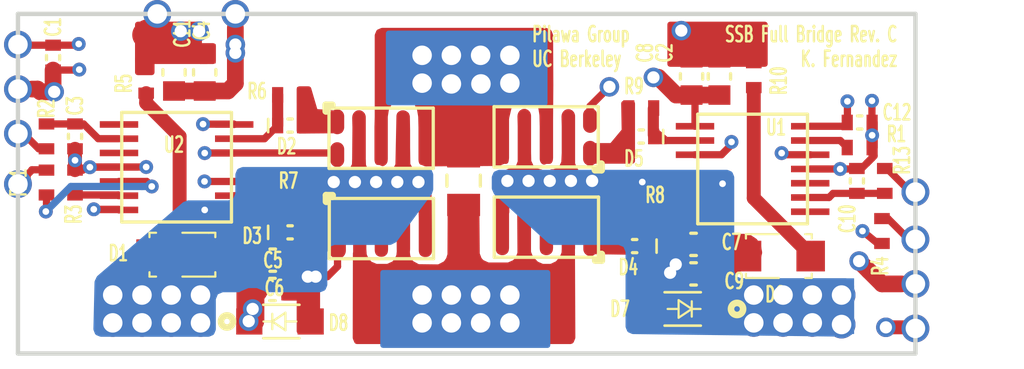
<source format=kicad_pcb>
(kicad_pcb (version 20171130) (host pcbnew "(5.0.0)")

  (general
    (thickness 0.8)
    (drawings 6)
    (tracks 247)
    (zones 0)
    (modules 85)
    (nets 34)
  )

  (page A4)
  (layers
    (0 F.Cu signal)
    (1 In1.Cu signal)
    (2 In2.Cu signal)
    (31 B.Cu signal)
    (32 B.Adhes user)
    (33 F.Adhes user)
    (34 B.Paste user)
    (35 F.Paste user)
    (36 B.SilkS user)
    (37 F.SilkS user)
    (38 B.Mask user)
    (39 F.Mask user)
    (40 Dwgs.User user)
    (41 Cmts.User user)
    (42 Eco1.User user)
    (43 Eco2.User user)
    (44 Edge.Cuts user)
    (45 Margin user)
    (46 B.CrtYd user)
    (47 F.CrtYd user)
    (48 B.Fab user hide)
    (49 F.Fab user hide)
  )

  (setup
    (last_trace_width 0.762)
    (user_trace_width 0.1524)
    (user_trace_width 0.2032)
    (user_trace_width 0.254)
    (user_trace_width 0.3302)
    (user_trace_width 0.508)
    (user_trace_width 0.635)
    (user_trace_width 0.762)
    (user_trace_width 1.27)
    (trace_clearance 0.1524)
    (zone_clearance 0.3302)
    (zone_45_only yes)
    (trace_min 0.1524)
    (segment_width 0.2)
    (edge_width 0.2)
    (via_size 0.635)
    (via_drill 0.3048)
    (via_min_size 0.6096)
    (via_min_drill 0.2794)
    (user_via 0.635 0.3048)
    (user_via 0.889 0.5588)
    (user_via 1.27 0.8128)
    (uvia_size 0.3048)
    (uvia_drill 0.2794)
    (uvias_allowed no)
    (uvia_min_size 0.2)
    (uvia_min_drill 0.1)
    (pcb_text_width 0.3)
    (pcb_text_size 1 1)
    (mod_edge_width 0.15)
    (mod_text_size 0.4445 0.6985)
    (mod_text_width 0.111125)
    (pad_size 2.54 5.08)
    (pad_drill 0)
    (pad_to_mask_clearance 0)
    (aux_axis_origin 0 0)
    (visible_elements 7FFFFFFF)
    (pcbplotparams
      (layerselection 0x010f0_ffffffff)
      (usegerberextensions false)
      (usegerberattributes false)
      (usegerberadvancedattributes false)
      (creategerberjobfile false)
      (excludeedgelayer true)
      (linewidth 0.100000)
      (plotframeref false)
      (viasonmask false)
      (mode 1)
      (useauxorigin false)
      (hpglpennumber 1)
      (hpglpenspeed 20)
      (hpglpendiameter 15.000000)
      (psnegative false)
      (psa4output false)
      (plotreference true)
      (plotvalue true)
      (plotinvisibletext false)
      (padsonsilk false)
      (subtractmaskfromsilk false)
      (outputformat 1)
      (mirror false)
      (drillshape 0)
      (scaleselection 1)
      (outputdirectory "BufferRevCGerbers/"))
  )

  (net 0 "")
  (net 1 /GNDI)
  (net 2 /VDDB1)
  (net 3 "Net-(D1-Pad2)")
  (net 4 /GateB1)
  (net 5 "Net-(D6-Pad2)")
  (net 6 /Vc2Pos)
  (net 7 /CfNeg)
  (net 8 /5V)
  (net 9 /5.5V_Iso)
  (net 10 /LfNeg)
  (net 11 /PWMA1)
  (net 12 /GateA1)
  (net 13 /GateA2)
  (net 14 /VDDA2)
  (net 15 /OutB1)
  (net 16 /OutA1)
  (net 17 /OutA2)
  (net 18 /OutB2)
  (net 19 /Vc2Neg)
  (net 20 /PWM2)
  (net 21 /Enable1)
  (net 22 "Net-(U2-Pad1)")
  (net 23 /In1)
  (net 24 "Net-(U2-Pad3)")
  (net 25 /DT1)
  (net 26 "Net-(U1-Pad3)")
  (net 27 /In2)
  (net 28 "Net-(U1-Pad1)")
  (net 29 /Enable2)
  (net 30 /EnableL2)
  (net 31 /EnableL1)
  (net 32 /DT2)
  (net 33 /GateB2)

  (net_class Default "This is the default net class."
    (clearance 0.1524)
    (trace_width 0.1524)
    (via_dia 0.635)
    (via_drill 0.3048)
    (uvia_dia 0.3048)
    (uvia_drill 0.2794)
    (add_net /5.5V_Iso)
    (add_net /5V)
    (add_net /CfNeg)
    (add_net /DT1)
    (add_net /DT2)
    (add_net /Enable1)
    (add_net /Enable2)
    (add_net /EnableL1)
    (add_net /EnableL2)
    (add_net /GNDI)
    (add_net /GateA1)
    (add_net /GateA2)
    (add_net /GateB1)
    (add_net /GateB2)
    (add_net /In1)
    (add_net /In2)
    (add_net /LfNeg)
    (add_net /OutA1)
    (add_net /OutA2)
    (add_net /OutB1)
    (add_net /OutB2)
    (add_net /PWM2)
    (add_net /PWMA1)
    (add_net /VDDA2)
    (add_net /VDDB1)
    (add_net /Vc2Neg)
    (add_net /Vc2Pos)
    (add_net "Net-(D1-Pad2)")
    (add_net "Net-(D6-Pad2)")
    (add_net "Net-(U1-Pad1)")
    (add_net "Net-(U1-Pad3)")
    (add_net "Net-(U2-Pad1)")
    (add_net "Net-(U2-Pad3)")
  )

  (module user_dc:Si8274 (layer F.Cu) (tedit 5D9B7920) (tstamp 5DD17DD6)
    (at 9.729 -11 270)
    (path /5D935854)
    (fp_text reference U2 (at 1.475 2.617) (layer F.SilkS)
      (effects (font (size 0.6985 0.4445) (thickness 0.111125)))
    )
    (fp_text value Si8274 (at 1.1684 9.8298 270) (layer F.Fab)
      (effects (font (size 1 1) (thickness 0.15)))
    )
    (fp_line (start 0 0) (end 5 0) (layer F.SilkS) (width 0.15))
    (fp_line (start 0 5) (end 5 5) (layer F.SilkS) (width 0.15))
    (fp_line (start 0 0) (end 0 5) (layer F.SilkS) (width 0.15))
    (fp_line (start 5 0) (end 5 5) (layer F.SilkS) (width 0.15))
    (fp_line (start -0.2 -1.2) (end 5.2 -1.2) (layer F.CrtYd) (width 0.1))
    (fp_line (start -0.2 6.2) (end 5.2 6.2) (layer F.CrtYd) (width 0.1))
    (fp_line (start 5.2 -1.2) (end 5.2 6.2) (layer F.CrtYd) (width 0.1))
    (fp_line (start -0.2 -1.2) (end -0.2 6.2) (layer F.CrtYd) (width 0.1))
    (pad 14 smd rect (at 0.55 -0.125 270) (size 0.3 1.75) (layers F.Cu F.Paste F.Mask)
      (net 9 /5.5V_Iso))
    (pad 1 smd rect (at 0.55 5.125 270) (size 0.3 1.75) (layers F.Cu F.Paste F.Mask)
      (net 22 "Net-(U2-Pad1)"))
    (pad 2 smd rect (at 1.2 5.125 270) (size 0.3 1.75) (layers F.Cu F.Paste F.Mask)
      (net 23 /In1))
    (pad 3 smd rect (at 1.85 5.125 270) (size 0.3 1.75) (layers F.Cu F.Paste F.Mask)
      (net 24 "Net-(U2-Pad3)"))
    (pad 4 smd rect (at 2.5 5.125 270) (size 0.3 1.75) (layers F.Cu F.Paste F.Mask)
      (net 1 /GNDI))
    (pad 5 smd rect (at 3.15 5.125 270) (size 0.3 1.75) (layers F.Cu F.Paste F.Mask)
      (net 21 /Enable1))
    (pad 6 smd rect (at 3.8 5.125 270) (size 0.3 1.75) (layers F.Cu F.Paste F.Mask)
      (net 25 /DT1))
    (pad 7 smd rect (at 4.45 5.125 270) (size 0.3 1.75) (layers F.Cu F.Paste F.Mask)
      (net 8 /5V))
    (pad 13 smd rect (at 1.2 -0.125 270) (size 0.3 1.75) (layers F.Cu F.Paste F.Mask)
      (net 16 /OutA1))
    (pad 12 smd rect (at 1.85 -0.125 270) (size 0.3 1.75) (layers F.Cu F.Paste F.Mask)
      (net 19 /Vc2Neg))
    (pad 10 smd rect (at 3.15 -0.125 270) (size 0.3 1.75) (layers F.Cu F.Paste F.Mask)
      (net 2 /VDDB1))
    (pad 9 smd rect (at 3.8 -0.125 270) (size 0.3 1.75) (layers F.Cu F.Paste F.Mask)
      (net 15 /OutB1))
    (pad 8 smd rect (at 4.45 -0.125 270) (size 0.3 1.75) (layers F.Cu F.Paste F.Mask)
      (net 10 /LfNeg))
  )

  (module user_dc:Via_24milC (layer F.Cu) (tedit 5C4BC3D3) (tstamp 5DAEB8B8)
    (at 21.0962 -12.3)
    (path /5C9F04E0)
    (fp_text reference TP2 (at 0 1.27) (layer F.SilkS) hide
      (effects (font (size 0.6985 0.4445) (thickness 0.111125)))
    )
    (fp_text value TestPoint (at 0 -1.27) (layer F.Fab)
      (effects (font (size 0.6985 0.4445) (thickness 0.111125)))
    )
    (pad 1 thru_hole circle (at 0 0) (size 1.27 1.27) (drill 0.889) (layers *.Cu *.Mask)
      (net 19 /Vc2Neg))
  )

  (module user_dc:Via_24milC (layer F.Cu) (tedit 5C4BC3D3) (tstamp 5D118897)
    (at 19.75 -12.3)
    (path /5C9F04E0)
    (fp_text reference TP2 (at 0 1.27) (layer F.SilkS) hide
      (effects (font (size 0.6985 0.4445) (thickness 0.111125)))
    )
    (fp_text value TestPoint (at 0 -1.27) (layer F.Fab)
      (effects (font (size 0.6985 0.4445) (thickness 0.111125)))
    )
    (pad 1 thru_hole circle (at 0 0) (size 1.27 1.27) (drill 0.889) (layers *.Cu *.Mask)
      (net 19 /Vc2Neg))
  )

  (module calisco-general:C_0603 (layer F.Cu) (tedit 5991DBD1) (tstamp 5DAE3467)
    (at 30.693185 -12.641941 270)
    (descr "Capacitor SMD 0603, from DipTrace + hand soldering - DC")
    (tags "capacitor 0603")
    (path /5C864C27)
    (attr smd)
    (fp_text reference C8 (at -1.074059 2.118185 270) (layer F.SilkS)
      (effects (font (size 0.6985 0.4445) (thickness 0.111125)))
    )
    (fp_text value 1uF (at 0 1.5 270) (layer F.Fab)
      (effects (font (size 1 1) (thickness 0.15)))
    )
    (fp_line (start 1.4 0.65) (end -1.4 0.65) (layer F.CrtYd) (width 0.05))
    (fp_line (start 1.4 0.65) (end 1.4 -0.65) (layer F.CrtYd) (width 0.05))
    (fp_line (start -1.4 -0.65) (end -1.4 0.65) (layer F.CrtYd) (width 0.05))
    (fp_line (start -1.4 -0.65) (end 1.4 -0.65) (layer F.CrtYd) (width 0.05))
    (fp_text user %R (at 0 -1.5 270) (layer F.Fab)
      (effects (font (size 1 1) (thickness 0.15)))
    )
    (fp_line (start -0.127 -0.508) (end 0.127 -0.508) (layer F.SilkS) (width 0.15))
    (fp_line (start -0.127 0.508) (end 0.127 0.508) (layer F.SilkS) (width 0.15))
    (pad 2 smd rect (at 0.85 0 270) (size 0.889 1) (layers F.Cu F.Paste F.Mask)
      (net 19 /Vc2Neg))
    (pad 1 smd rect (at -0.85 0 270) (size 0.889 1) (layers F.Cu F.Paste F.Mask)
      (net 9 /5.5V_Iso))
    (model Capacitors_SMD.3dshapes/C_0603.wrl
      (at (xyz 0 0 0))
      (scale (xyz 1 1 1))
      (rotate (xyz 0 0 0))
    )
  )

  (module calisco-general:C_0603 (layer F.Cu) (tedit 5991DBD1) (tstamp 5DAE3413)
    (at 8.509 -12.827 270)
    (descr "Capacitor SMD 0603, from DipTrace + hand soldering - DC")
    (tags "capacitor 0603")
    (path /5C7DCC13)
    (attr smd)
    (fp_text reference C4 (at -1.905 0.127 270) (layer F.SilkS)
      (effects (font (size 0.6985 0.4445) (thickness 0.111125)))
    )
    (fp_text value 1uF (at 0 1.5 270) (layer F.Fab)
      (effects (font (size 1 1) (thickness 0.15)))
    )
    (fp_line (start 1.4 0.65) (end -1.4 0.65) (layer F.CrtYd) (width 0.05))
    (fp_line (start 1.4 0.65) (end 1.4 -0.65) (layer F.CrtYd) (width 0.05))
    (fp_line (start -1.4 -0.65) (end -1.4 0.65) (layer F.CrtYd) (width 0.05))
    (fp_line (start -1.4 -0.65) (end 1.4 -0.65) (layer F.CrtYd) (width 0.05))
    (fp_text user %R (at 0 -1.5 270) (layer F.Fab)
      (effects (font (size 1 1) (thickness 0.15)))
    )
    (fp_line (start -0.127 -0.508) (end 0.127 -0.508) (layer F.SilkS) (width 0.15))
    (fp_line (start -0.127 0.508) (end 0.127 0.508) (layer F.SilkS) (width 0.15))
    (pad 2 smd rect (at 0.85 0 270) (size 0.889 1) (layers F.Cu F.Paste F.Mask)
      (net 19 /Vc2Neg))
    (pad 1 smd rect (at -0.85 0 270) (size 0.889 1) (layers F.Cu F.Paste F.Mask)
      (net 9 /5.5V_Iso))
    (model Capacitors_SMD.3dshapes/C_0603.wrl
      (at (xyz 0 0 0))
      (scale (xyz 1 1 1))
      (rotate (xyz 0 0 0))
    )
  )

  (module calisco-general:C_0603 (layer F.Cu) (tedit 5991DBD1) (tstamp 5DAE3407)
    (at 31.963185 -12.641941 270)
    (descr "Capacitor SMD 0603, from DipTrace + hand soldering - DC")
    (tags "capacitor 0603")
    (path /5D9DB8D3)
    (attr smd)
    (fp_text reference C2 (at -1.074059 2.499185 270) (layer F.SilkS)
      (effects (font (size 0.6985 0.4445) (thickness 0.111125)))
    )
    (fp_text value 1uF (at 0 1.5 270) (layer F.Fab)
      (effects (font (size 1 1) (thickness 0.15)))
    )
    (fp_line (start 1.4 0.65) (end -1.4 0.65) (layer F.CrtYd) (width 0.05))
    (fp_line (start 1.4 0.65) (end 1.4 -0.65) (layer F.CrtYd) (width 0.05))
    (fp_line (start -1.4 -0.65) (end -1.4 0.65) (layer F.CrtYd) (width 0.05))
    (fp_line (start -1.4 -0.65) (end 1.4 -0.65) (layer F.CrtYd) (width 0.05))
    (fp_text user %R (at 0 -1.5 270) (layer F.Fab)
      (effects (font (size 1 1) (thickness 0.15)))
    )
    (fp_line (start -0.127 -0.508) (end 0.127 -0.508) (layer F.SilkS) (width 0.15))
    (fp_line (start -0.127 0.508) (end 0.127 0.508) (layer F.SilkS) (width 0.15))
    (pad 2 smd rect (at 0.85 0 270) (size 0.889 1) (layers F.Cu F.Paste F.Mask)
      (net 19 /Vc2Neg))
    (pad 1 smd rect (at -0.85 0 270) (size 0.889 1) (layers F.Cu F.Paste F.Mask)
      (net 9 /5.5V_Iso))
    (model Capacitors_SMD.3dshapes/C_0603.wrl
      (at (xyz 0 0 0))
      (scale (xyz 1 1 1))
      (rotate (xyz 0 0 0))
    )
  )

  (module calisco-general:C_0603 (layer F.Cu) (tedit 5991DBD1) (tstamp 5DAE713C)
    (at 7.112 -12.827 270)
    (descr "Capacitor SMD 0603, from DipTrace + hand soldering - DC")
    (tags "capacitor 0603")
    (path /5D9FD546)
    (attr smd)
    (fp_text reference C11 (at -1.778 -0.381 270) (layer F.SilkS)
      (effects (font (size 0.6985 0.4445) (thickness 0.111125)))
    )
    (fp_text value 1uF (at 0 1.5 270) (layer F.Fab)
      (effects (font (size 1 1) (thickness 0.15)))
    )
    (fp_line (start 1.4 0.65) (end -1.4 0.65) (layer F.CrtYd) (width 0.05))
    (fp_line (start 1.4 0.65) (end 1.4 -0.65) (layer F.CrtYd) (width 0.05))
    (fp_line (start -1.4 -0.65) (end -1.4 0.65) (layer F.CrtYd) (width 0.05))
    (fp_line (start -1.4 -0.65) (end 1.4 -0.65) (layer F.CrtYd) (width 0.05))
    (fp_text user %R (at 0 -1.5 270) (layer F.Fab)
      (effects (font (size 1 1) (thickness 0.15)))
    )
    (fp_line (start -0.127 -0.508) (end 0.127 -0.508) (layer F.SilkS) (width 0.15))
    (fp_line (start -0.127 0.508) (end 0.127 0.508) (layer F.SilkS) (width 0.15))
    (pad 2 smd rect (at 0.85 0 270) (size 0.889 1) (layers F.Cu F.Paste F.Mask)
      (net 19 /Vc2Neg))
    (pad 1 smd rect (at -0.85 0 270) (size 0.889 1) (layers F.Cu F.Paste F.Mask)
      (net 9 /5.5V_Iso))
    (model Capacitors_SMD.3dshapes/C_0603.wrl
      (at (xyz 0 0 0))
      (scale (xyz 1 1 1))
      (rotate (xyz 0 0 0))
    )
  )

  (module calisco-general:R_0402 (layer F.Cu) (tedit 5991DDB3) (tstamp 5DA1AEAD)
    (at 1.3 -7.8 90)
    (descr "Resistor SMD 0402, from DipTrace + hand soldering - DC")
    (tags "resistor 0402")
    (path /5D956AF1)
    (attr smd)
    (fp_text reference R11 (at 0 -1.27 90) (layer F.SilkS)
      (effects (font (size 0.6985 0.4445) (thickness 0.111125)))
    )
    (fp_text value 70k (at 0 1.45 90) (layer F.Fab)
      (effects (font (size 1 1) (thickness 0.15)))
    )
    (fp_line (start 0.9 0.45) (end -0.9 0.45) (layer F.CrtYd) (width 0.05))
    (fp_line (start 0.9 0.45) (end 0.9 -0.45) (layer F.CrtYd) (width 0.05))
    (fp_line (start -0.9 -0.45) (end -0.9 0.45) (layer F.CrtYd) (width 0.05))
    (fp_line (start -0.9 -0.45) (end 0.9 -0.45) (layer F.CrtYd) (width 0.05))
    (fp_text user %R (at 0 -1.27 90) (layer F.Fab)
      (effects (font (size 1 1) (thickness 0.15)))
    )
    (pad 2 smd rect (at 0.567 0 90) (size 0.508 0.711) (layers F.Cu F.Paste F.Mask)
      (net 31 /EnableL1))
    (pad 1 smd rect (at -0.567 0 90) (size 0.508 0.711) (layers F.Cu F.Paste F.Mask)
      (net 21 /Enable1))
    (model Resistors_SMD.3dshapes/R_0402.wrl
      (at (xyz 0 0 0))
      (scale (xyz 1 1 1))
      (rotate (xyz 0 0 0))
    )
  )

  (module calisco-general:R_0402 (layer F.Cu) (tedit 5991DDB3) (tstamp 5DA1AE7A)
    (at 39.37 -5.588 270)
    (descr "Resistor SMD 0402, from DipTrace + hand soldering - DC")
    (tags "resistor 0402")
    (path /5D956E0A)
    (attr smd)
    (fp_text reference R4 (at 1.6002 0.0762 270) (layer F.SilkS)
      (effects (font (size 0.6985 0.4445) (thickness 0.111125)))
    )
    (fp_text value 70k (at 0 1.45 270) (layer F.Fab)
      (effects (font (size 1 1) (thickness 0.15)))
    )
    (fp_line (start 0.9 0.45) (end -0.9 0.45) (layer F.CrtYd) (width 0.05))
    (fp_line (start 0.9 0.45) (end 0.9 -0.45) (layer F.CrtYd) (width 0.05))
    (fp_line (start -0.9 -0.45) (end -0.9 0.45) (layer F.CrtYd) (width 0.05))
    (fp_line (start -0.9 -0.45) (end 0.9 -0.45) (layer F.CrtYd) (width 0.05))
    (fp_text user %R (at 0 -1.27 270) (layer F.Fab)
      (effects (font (size 1 1) (thickness 0.15)))
    )
    (pad 2 smd rect (at 0.567 0 270) (size 0.508 0.711) (layers F.Cu F.Paste F.Mask)
      (net 29 /Enable2))
    (pad 1 smd rect (at -0.567 0 270) (size 0.508 0.711) (layers F.Cu F.Paste F.Mask)
      (net 30 /EnableL2))
    (model Resistors_SMD.3dshapes/R_0402.wrl
      (at (xyz 0 0 0))
      (scale (xyz 1 1 1))
      (rotate (xyz 0 0 0))
    )
  )

  (module calisco-general:C_0805 (layer F.Cu) (tedit 5991DC49) (tstamp 5DD180E3)
    (at 20.3073 -7.8867 90)
    (descr "Capacitor SMD 0805, from DipTrace + hand soldering - DC")
    (tags "capacitor 0805")
    (path /5C86D4D7)
    (attr smd)
    (fp_text reference 0.47uF1 (at 0 -1.524 270) (layer F.SilkS) hide
      (effects (font (size 1 1) (thickness 0.15)))
    )
    (fp_text value C (at 0 1.75 90) (layer F.Fab)
      (effects (font (size 1 1) (thickness 0.15)))
    )
    (fp_line (start 1.75 0.87) (end -1.75 0.87) (layer F.CrtYd) (width 0.05))
    (fp_line (start 1.75 0.87) (end 1.75 -0.88) (layer F.CrtYd) (width 0.05))
    (fp_line (start -1.75 -0.88) (end -1.75 0.87) (layer F.CrtYd) (width 0.05))
    (fp_line (start -1.75 -0.88) (end 1.75 -0.88) (layer F.CrtYd) (width 0.05))
    (fp_text user %R (at 0 -1.524 90) (layer F.Fab)
      (effects (font (size 1 1) (thickness 0.15)))
    )
    (fp_line (start -0.254 -0.762) (end 0.254 -0.762) (layer F.SilkS) (width 0.15))
    (fp_line (start -0.254 0.762) (end 0.254 0.762) (layer F.SilkS) (width 0.15))
    (pad 2 smd rect (at 1.109 0 90) (size 1.016 1.5) (layers F.Cu F.Paste F.Mask)
      (net 19 /Vc2Neg))
    (pad 1 smd rect (at -1.109 0 90) (size 1.016 1.5) (layers F.Cu F.Paste F.Mask)
      (net 6 /Vc2Pos))
    (model Capacitors_SMD.3dshapes/C_0805.wrl
      (at (xyz 0 0 0))
      (scale (xyz 1 1 1))
      (rotate (xyz 0 0 0))
    )
  )

  (module user_dc:SOD-123F (layer F.Cu) (tedit 5993131B) (tstamp 5DD17E1A)
    (at 11.938 -1.4605)
    (descr SOD-123F)
    (tags SOD-123F)
    (path /5D9471D0)
    (attr smd)
    (fp_text reference D8 (at 2.667 0.0635) (layer F.SilkS)
      (effects (font (size 0.6985 0.4445) (thickness 0.111125)))
    )
    (fp_text value D_ZENER (at 0 2.1) (layer F.Fab)
      (effects (font (size 1 1) (thickness 0.15)))
    )
    (fp_line (start -0.762 -0.762) (end 0.889 -0.762) (layer F.SilkS) (width 0.12))
    (fp_line (start -0.762 0.762) (end 0.889 0.762) (layer F.SilkS) (width 0.12))
    (fp_line (start -2.2 -1.15) (end -2.2 1.15) (layer F.CrtYd) (width 0.05))
    (fp_line (start 2.2 1.15) (end -2.2 1.15) (layer F.CrtYd) (width 0.05))
    (fp_line (start 2.2 -1.15) (end 2.2 1.15) (layer F.CrtYd) (width 0.05))
    (fp_line (start -2.2 -1.15) (end 2.2 -1.15) (layer F.CrtYd) (width 0.05))
    (fp_line (start -0.75 0) (end -0.35 0) (layer F.SilkS) (width 0.1))
    (fp_line (start -0.35 0) (end -0.35 -0.35) (layer F.SilkS) (width 0.1))
    (fp_line (start -0.35 0) (end -0.35 0.35) (layer F.SilkS) (width 0.1))
    (fp_line (start -0.35 0) (end 0.25 -0.4) (layer F.SilkS) (width 0.1))
    (fp_line (start 0.25 -0.4) (end 0.25 0.4) (layer F.SilkS) (width 0.1))
    (fp_line (start 0.25 0.4) (end -0.35 0) (layer F.SilkS) (width 0.1))
    (fp_line (start 0.25 0) (end 0.75 0) (layer F.SilkS) (width 0.1))
    (fp_text user %R (at -0.127 -1.905) (layer F.Fab)
      (effects (font (size 1 1) (thickness 0.15)))
    )
    (fp_circle (center -2.413 0) (end -2.286 0) (layer F.SilkS) (width 0.3))
    (pad 2 smd rect (at 1.4 0) (size 1.1938 1.1938) (layers F.Cu F.Paste F.Mask)
      (net 10 /LfNeg))
    (pad 1 smd rect (at -1.397 0) (size 1.1938 1.1938) (layers F.Cu F.Paste F.Mask)
      (net 2 /VDDB1))
    (model Diodes_SMD.3dshapes/sod-123f.wrl
      (at (xyz 0 0 0))
      (scale (xyz 1 1 1))
      (rotate (xyz 0 0 270))
    )
  )

  (module user_dc:SOD-123F (layer F.Cu) (tedit 5993131B) (tstamp 5DD17E05)
    (at 30.353 -2.032 180)
    (descr SOD-123F)
    (tags SOD-123F)
    (path /5D9BB046)
    (attr smd)
    (fp_text reference D7 (at 2.921 0 180) (layer F.SilkS)
      (effects (font (size 0.6985 0.4445) (thickness 0.111125)))
    )
    (fp_text value D_ZENER (at 0 2.1 180) (layer F.Fab)
      (effects (font (size 1 1) (thickness 0.15)))
    )
    (fp_line (start -0.762 -0.762) (end 0.889 -0.762) (layer F.SilkS) (width 0.12))
    (fp_line (start -0.762 0.762) (end 0.889 0.762) (layer F.SilkS) (width 0.12))
    (fp_line (start -2.2 -1.15) (end -2.2 1.15) (layer F.CrtYd) (width 0.05))
    (fp_line (start 2.2 1.15) (end -2.2 1.15) (layer F.CrtYd) (width 0.05))
    (fp_line (start 2.2 -1.15) (end 2.2 1.15) (layer F.CrtYd) (width 0.05))
    (fp_line (start -2.2 -1.15) (end 2.2 -1.15) (layer F.CrtYd) (width 0.05))
    (fp_line (start -0.75 0) (end -0.35 0) (layer F.SilkS) (width 0.1))
    (fp_line (start -0.35 0) (end -0.35 -0.35) (layer F.SilkS) (width 0.1))
    (fp_line (start -0.35 0) (end -0.35 0.35) (layer F.SilkS) (width 0.1))
    (fp_line (start -0.35 0) (end 0.25 -0.4) (layer F.SilkS) (width 0.1))
    (fp_line (start 0.25 -0.4) (end 0.25 0.4) (layer F.SilkS) (width 0.1))
    (fp_line (start 0.25 0.4) (end -0.35 0) (layer F.SilkS) (width 0.1))
    (fp_line (start 0.25 0) (end 0.75 0) (layer F.SilkS) (width 0.1))
    (fp_text user %R (at -0.127 -1.905 180) (layer F.Fab)
      (effects (font (size 1 1) (thickness 0.15)))
    )
    (fp_circle (center -2.413 0) (end -2.286 0) (layer F.SilkS) (width 0.3))
    (pad 2 smd rect (at 1.4 0 180) (size 1.1938 1.1938) (layers F.Cu F.Paste F.Mask)
      (net 7 /CfNeg))
    (pad 1 smd rect (at -1.397 0 180) (size 1.1938 1.1938) (layers F.Cu F.Paste F.Mask)
      (net 14 /VDDA2))
    (model Diodes_SMD.3dshapes/sod-123f.wrl
      (at (xyz 0 0 0))
      (scale (xyz 1 1 1))
      (rotate (xyz 0 0 270))
    )
  )

  (module user_dc:Si8274 (layer F.Cu) (tedit 5D9B767B) (tstamp 5DD17DF0)
    (at 30.9753 -5.9182 90)
    (path /5D9C9398)
    (fp_text reference U1 (at 4.3942 3.5687 180) (layer F.SilkS)
      (effects (font (size 0.6985 0.4445) (thickness 0.111125)))
    )
    (fp_text value Si8274 (at 1.1684 9.8298 90) (layer F.Fab)
      (effects (font (size 1 1) (thickness 0.15)))
    )
    (fp_line (start 0 0) (end 5 0) (layer F.SilkS) (width 0.15))
    (fp_line (start 0 5) (end 5 5) (layer F.SilkS) (width 0.15))
    (fp_line (start 0 0) (end 0 5) (layer F.SilkS) (width 0.15))
    (fp_line (start 5 0) (end 5 5) (layer F.SilkS) (width 0.15))
    (fp_line (start -0.2 -1.2) (end 5.2 -1.2) (layer F.CrtYd) (width 0.1))
    (fp_line (start -0.2 6.2) (end 5.2 6.2) (layer F.CrtYd) (width 0.1))
    (fp_line (start 5.2 -1.2) (end 5.2 6.2) (layer F.CrtYd) (width 0.1))
    (fp_line (start -0.2 -1.2) (end -0.2 6.2) (layer F.CrtYd) (width 0.1))
    (pad 14 smd rect (at 0.55 -0.125 90) (size 0.3 1.75) (layers F.Cu F.Paste F.Mask)
      (net 14 /VDDA2))
    (pad 1 smd rect (at 0.55 5.125 90) (size 0.3 1.75) (layers F.Cu F.Paste F.Mask)
      (net 28 "Net-(U1-Pad1)"))
    (pad 2 smd rect (at 1.2 5.125 90) (size 0.3 1.75) (layers F.Cu F.Paste F.Mask)
      (net 27 /In2))
    (pad 3 smd rect (at 1.85 5.125 90) (size 0.3 1.75) (layers F.Cu F.Paste F.Mask)
      (net 26 "Net-(U1-Pad3)"))
    (pad 4 smd rect (at 2.5 5.125 90) (size 0.3 1.75) (layers F.Cu F.Paste F.Mask)
      (net 1 /GNDI))
    (pad 5 smd rect (at 3.15 5.125 90) (size 0.3 1.75) (layers F.Cu F.Paste F.Mask)
      (net 29 /Enable2))
    (pad 6 smd rect (at 3.8 5.125 90) (size 0.3 1.75) (layers F.Cu F.Paste F.Mask)
      (net 32 /DT2))
    (pad 7 smd rect (at 4.45 5.125 90) (size 0.3 1.75) (layers F.Cu F.Paste F.Mask)
      (net 8 /5V))
    (pad 13 smd rect (at 1.2 -0.125 90) (size 0.3 1.75) (layers F.Cu F.Paste F.Mask)
      (net 17 /OutA2))
    (pad 12 smd rect (at 1.85 -0.125 90) (size 0.3 1.75) (layers F.Cu F.Paste F.Mask)
      (net 7 /CfNeg))
    (pad 10 smd rect (at 3.15 -0.125 90) (size 0.3 1.75) (layers F.Cu F.Paste F.Mask)
      (net 9 /5.5V_Iso))
    (pad 9 smd rect (at 3.8 -0.125 90) (size 0.3 1.75) (layers F.Cu F.Paste F.Mask)
      (net 18 /OutB2))
    (pad 8 smd rect (at 4.45 -0.125 90) (size 0.3 1.75) (layers F.Cu F.Paste F.Mask)
      (net 19 /Vc2Neg))
  )

  (module user_dc:Via_24milC (layer F.Cu) (tedit 5C4BC3D3) (tstamp 5CA79805)
    (at 9.906 -15.494)
    (path /5CA593A2)
    (fp_text reference TP1 (at 0 -1.143) (layer F.SilkS) hide
      (effects (font (size 0.127 0.127) (thickness 0.03175)))
    )
    (fp_text value TestPoint (at 0 -1.27) (layer F.Fab)
      (effects (font (size 0.127 0.127) (thickness 0.000001)))
    )
    (pad 1 thru_hole circle (at 0 0) (size 1.27 1.27) (drill 0.889) (layers *.Cu *.Mask)
      (net 19 /Vc2Neg))
  )

  (module user_dc:Pad_Power (layer B.Cu) (tedit 5D9B8293) (tstamp 5C96965A)
    (at 20.4343 -13.1223 270)
    (path /5C9EFB6D)
    (fp_text reference TP8 (at 0 -3.556) (layer B.SilkS) hide
      (effects (font (size 0.6985 0.4445) (thickness 0.111125)) (justify mirror))
    )
    (fp_text value TestPoint (at 0 3.556 270) (layer B.Fab)
      (effects (font (size 0.6985 0.4445) (thickness 0.111125)) (justify mirror))
    )
    (pad 1 smd rect (at 0.0254 0 270) (size 2.54 5.08) (layers B.Cu B.Paste B.Mask)
      (net 19 /Vc2Neg))
  )

  (module user_dc:Via_24milC (layer F.Cu) (tedit 5C4BC3D3) (tstamp 5C9D3D02)
    (at 18.415 -12.3349)
    (path /5C9F04E0)
    (fp_text reference TP2 (at 0 1.27) (layer F.SilkS) hide
      (effects (font (size 0.6985 0.4445) (thickness 0.111125)))
    )
    (fp_text value TestPoint (at 0 -1.27) (layer F.Fab)
      (effects (font (size 0.6985 0.4445) (thickness 0.111125)))
    )
    (pad 1 thru_hole circle (at 0 0) (size 1.27 1.27) (drill 0.889) (layers *.Cu *.Mask)
      (net 19 /Vc2Neg))
  )

  (module user_dc:Via_24milC (layer F.Cu) (tedit 5C4BC3D3) (tstamp 5C9D3CFE)
    (at 18.415 -13.6049)
    (path /5C9F04E0)
    (fp_text reference TP2 (at 0 1.27) (layer F.SilkS) hide
      (effects (font (size 0.6985 0.4445) (thickness 0.111125)))
    )
    (fp_text value TestPoint (at 0 -1.27) (layer F.Fab)
      (effects (font (size 0.6985 0.4445) (thickness 0.111125)))
    )
    (pad 1 thru_hole circle (at 0 0) (size 1.27 1.27) (drill 0.889) (layers *.Cu *.Mask)
      (net 19 /Vc2Neg))
  )

  (module user_dc:Via_24milC (layer F.Cu) (tedit 5C4BC3D3) (tstamp 5C9D3D0A)
    (at 22.4155 -12.3349)
    (path /5C9F04E0)
    (fp_text reference TP2 (at 0 1.27) (layer F.SilkS) hide
      (effects (font (size 0.6985 0.4445) (thickness 0.111125)))
    )
    (fp_text value TestPoint (at 0 -1.27) (layer F.Fab)
      (effects (font (size 0.6985 0.4445) (thickness 0.111125)))
    )
    (pad 1 thru_hole circle (at 0 0) (size 1.27 1.27) (drill 0.889) (layers *.Cu *.Mask)
      (net 19 /Vc2Neg))
  )

  (module user_dc:Via_24milC (layer F.Cu) (tedit 5C4BC3D3) (tstamp 5C9D3D1A)
    (at 21.082 -13.6049)
    (path /5C9F04E0)
    (fp_text reference TP2 (at 0 1.27) (layer F.SilkS) hide
      (effects (font (size 0.6985 0.4445) (thickness 0.111125)))
    )
    (fp_text value TestPoint (at 0 -1.27) (layer F.Fab)
      (effects (font (size 0.6985 0.4445) (thickness 0.111125)))
    )
    (pad 1 thru_hole circle (at 0 0) (size 1.27 1.27) (drill 0.889) (layers *.Cu *.Mask)
      (net 19 /Vc2Neg))
  )

  (module user_dc:Via_24milC (layer F.Cu) (tedit 5C4BC3D3) (tstamp 5C9D3D16)
    (at 22.4155 -13.6049)
    (path /5C9F04E0)
    (fp_text reference TP2 (at 0 1.27) (layer F.SilkS) hide
      (effects (font (size 0.6985 0.4445) (thickness 0.111125)))
    )
    (fp_text value TestPoint (at 0 -1.27) (layer F.Fab)
      (effects (font (size 0.6985 0.4445) (thickness 0.111125)))
    )
    (pad 1 thru_hole circle (at 0 0) (size 1.27 1.27) (drill 0.889) (layers *.Cu *.Mask)
      (net 19 /Vc2Neg))
  )

  (module user_dc:Via_24milC (layer F.Cu) (tedit 5C4BC3D3) (tstamp 5C9D3D12)
    (at 19.7485 -13.6049)
    (path /5C9F04E0)
    (fp_text reference TP2 (at 0 1.27) (layer F.SilkS) hide
      (effects (font (size 0.6985 0.4445) (thickness 0.111125)))
    )
    (fp_text value TestPoint (at 0 -1.27) (layer F.Fab)
      (effects (font (size 0.6985 0.4445) (thickness 0.111125)))
    )
    (pad 1 thru_hole circle (at 0 0) (size 1.27 1.27) (drill 0.889) (layers *.Cu *.Mask)
      (net 19 /Vc2Neg))
  )

  (module user_dc:Via_24milC (layer F.Cu) (tedit 5C4BC3D3) (tstamp 5CA3AC37)
    (at 21.082 -1.397)
    (path /5C9F04E0)
    (fp_text reference TP2 (at 0 1.27) (layer F.SilkS) hide
      (effects (font (size 0.6985 0.4445) (thickness 0.111125)))
    )
    (fp_text value TestPoint (at 0 -1.27) (layer F.Fab)
      (effects (font (size 0.6985 0.4445) (thickness 0.111125)))
    )
    (pad 1 thru_hole circle (at 0 0) (size 1.27 1.27) (drill 0.889) (layers *.Cu *.Mask)
      (net 6 /Vc2Pos))
  )

  (module user_dc:Via_24milC (layer F.Cu) (tedit 5C4BC3D3) (tstamp 5CA3AB33)
    (at 22.4155 -1.397)
    (path /5C9F04E0)
    (fp_text reference TP2 (at 0 1.27) (layer F.SilkS) hide
      (effects (font (size 0.6985 0.4445) (thickness 0.111125)))
    )
    (fp_text value TestPoint (at 0 -1.27) (layer F.Fab)
      (effects (font (size 0.6985 0.4445) (thickness 0.111125)))
    )
    (pad 1 thru_hole circle (at 0 0) (size 1.27 1.27) (drill 0.889) (layers *.Cu *.Mask)
      (net 6 /Vc2Pos))
  )

  (module user_dc:Via_24milC (layer F.Cu) (tedit 5C4BC3D3) (tstamp 5CA3A9F4)
    (at 8.3185 -1.397)
    (path /5C9F04E0)
    (fp_text reference TP2 (at 0 1.27) (layer F.SilkS) hide
      (effects (font (size 0.6985 0.4445) (thickness 0.111125)))
    )
    (fp_text value TestPoint (at 0 -1.27) (layer F.Fab)
      (effects (font (size 0.6985 0.4445) (thickness 0.111125)))
    )
    (pad 1 thru_hole circle (at 0 0) (size 1.27 1.27) (drill 0.889) (layers *.Cu *.Mask)
      (net 10 /LfNeg))
  )

  (module user_dc:Via_24milC (layer F.Cu) (tedit 5C4BC3D3) (tstamp 5CA2BD8C)
    (at 37.5285 -1.3208)
    (path /5C9F04E0)
    (fp_text reference TP2 (at 0 1.27) (layer F.SilkS) hide
      (effects (font (size 0.6985 0.4445) (thickness 0.111125)))
    )
    (fp_text value TestPoint (at 0 -1.27) (layer F.Fab)
      (effects (font (size 0.6985 0.4445) (thickness 0.111125)))
    )
    (pad 1 thru_hole circle (at 0 0) (size 1.27 1.27) (drill 0.889) (layers *.Cu *.Mask)
      (net 7 /CfNeg))
  )

  (module user_dc:Via_24milC (layer F.Cu) (tedit 5C4BC3D3) (tstamp 5CA2BD88)
    (at 36.195 -1.397)
    (path /5C9F04E0)
    (fp_text reference TP2 (at 0 1.27) (layer F.SilkS) hide
      (effects (font (size 0.6985 0.4445) (thickness 0.111125)))
    )
    (fp_text value TestPoint (at 0 -1.27) (layer F.Fab)
      (effects (font (size 0.6985 0.4445) (thickness 0.111125)))
    )
    (pad 1 thru_hole circle (at 0 0) (size 1.27 1.27) (drill 0.889) (layers *.Cu *.Mask)
      (net 7 /CfNeg))
  )

  (module user_dc:Via_24milC (layer F.Cu) (tedit 5C4BC3D3) (tstamp 5CA2BD84)
    (at 33.528 -2.667)
    (path /5C9F04E0)
    (fp_text reference TP2 (at 0 1.27) (layer F.SilkS) hide
      (effects (font (size 0.6985 0.4445) (thickness 0.111125)))
    )
    (fp_text value TestPoint (at 0 -1.27) (layer F.Fab)
      (effects (font (size 0.6985 0.4445) (thickness 0.111125)))
    )
    (pad 1 thru_hole circle (at 0 0) (size 1.27 1.27) (drill 0.889) (layers *.Cu *.Mask)
      (net 7 /CfNeg))
  )

  (module user_dc:Via_24milC (layer F.Cu) (tedit 5C4BC3D3) (tstamp 5CA2BD80)
    (at 33.528 -1.397)
    (path /5C9F04E0)
    (fp_text reference TP2 (at 0 1.27) (layer F.SilkS) hide
      (effects (font (size 0.6985 0.4445) (thickness 0.111125)))
    )
    (fp_text value TestPoint (at 0 -1.27) (layer F.Fab)
      (effects (font (size 0.6985 0.4445) (thickness 0.111125)))
    )
    (pad 1 thru_hole circle (at 0 0) (size 1.27 1.27) (drill 0.889) (layers *.Cu *.Mask)
      (net 7 /CfNeg))
  )

  (module user_dc:Via_24milC (layer F.Cu) (tedit 5C4BC3D3) (tstamp 5CA2BD7C)
    (at 36.195 -2.667)
    (path /5C9F04E0)
    (fp_text reference TP2 (at 0 1.27) (layer F.SilkS) hide
      (effects (font (size 0.6985 0.4445) (thickness 0.111125)))
    )
    (fp_text value TestPoint (at 0 -1.27) (layer F.Fab)
      (effects (font (size 0.6985 0.4445) (thickness 0.111125)))
    )
    (pad 1 thru_hole circle (at 0 0) (size 1.27 1.27) (drill 0.889) (layers *.Cu *.Mask)
      (net 7 /CfNeg))
  )

  (module user_dc:Via_24milC (layer F.Cu) (tedit 5C4BC3D3) (tstamp 5CA2BD78)
    (at 34.8615 -2.667)
    (path /5C9F04E0)
    (fp_text reference TP2 (at 0 1.27) (layer F.SilkS) hide
      (effects (font (size 0.6985 0.4445) (thickness 0.111125)))
    )
    (fp_text value TestPoint (at 0 -1.27) (layer F.Fab)
      (effects (font (size 0.6985 0.4445) (thickness 0.111125)))
    )
    (pad 1 thru_hole circle (at 0 0) (size 1.27 1.27) (drill 0.889) (layers *.Cu *.Mask)
      (net 7 /CfNeg))
  )

  (module user_dc:Via_24milC (layer F.Cu) (tedit 5C4BC3D3) (tstamp 5CA2BD74)
    (at 34.8615 -1.397)
    (path /5C9F04E0)
    (fp_text reference TP2 (at 0 1.27) (layer F.SilkS) hide
      (effects (font (size 0.6985 0.4445) (thickness 0.111125)))
    )
    (fp_text value TestPoint (at 0 -1.27) (layer F.Fab)
      (effects (font (size 0.6985 0.4445) (thickness 0.111125)))
    )
    (pad 1 thru_hole circle (at 0 0) (size 1.27 1.27) (drill 0.889) (layers *.Cu *.Mask)
      (net 7 /CfNeg))
  )

  (module user_dc:Via_24milC (layer F.Cu) (tedit 5C4BC3D3) (tstamp 5CA2BD70)
    (at 37.5285 -2.667)
    (path /5C9F04E0)
    (fp_text reference TP2 (at 0 1.27) (layer F.SilkS) hide
      (effects (font (size 0.6985 0.4445) (thickness 0.111125)))
    )
    (fp_text value TestPoint (at 0 -1.27) (layer F.Fab)
      (effects (font (size 0.6985 0.4445) (thickness 0.111125)))
    )
    (pad 1 thru_hole circle (at 0 0) (size 1.27 1.27) (drill 0.889) (layers *.Cu *.Mask)
      (net 7 /CfNeg))
  )

  (module user_dc:Via_24milC (layer F.Cu) (tedit 5D9B777B) (tstamp 5CA3425F)
    (at 43.307 -10.033 270)
    (path /5C9F1796)
    (fp_text reference TP11 (at 0 1.27 270) (layer F.SilkS) hide
      (effects (font (size 0.6985 0.4445) (thickness 0.111125)))
    )
    (fp_text value TestPoint (at 0 -1.27 270) (layer F.Fab)
      (effects (font (size 0.6985 0.4445) (thickness 0.111125)))
    )
    (pad 1 thru_hole circle (at 2.667 2.413 270) (size 1.27 1.27) (drill 0.889) (layers *.Cu *.Mask)
      (net 20 /PWM2))
  )

  (module user_dc:Via_24milC (layer F.Cu) (tedit 5C4BC3D3) (tstamp 5C9D18B9)
    (at 19.7485 -1.397)
    (path /5C9F04E0)
    (fp_text reference TP2 (at 0 1.27) (layer F.SilkS) hide
      (effects (font (size 0.6985 0.4445) (thickness 0.111125)))
    )
    (fp_text value TestPoint (at 0 -1.27) (layer F.Fab)
      (effects (font (size 0.6985 0.4445) (thickness 0.111125)))
    )
    (pad 1 thru_hole circle (at 0 0) (size 1.27 1.27) (drill 0.889) (layers *.Cu *.Mask)
      (net 6 /Vc2Pos))
  )

  (module user_dc:Via_24milC (layer F.Cu) (tedit 5C4BC3D3) (tstamp 5C9D18AF)
    (at 18.415 -1.397)
    (path /5C9F04E0)
    (fp_text reference TP2 (at 0 1.27) (layer F.SilkS) hide
      (effects (font (size 0.6985 0.4445) (thickness 0.111125)))
    )
    (fp_text value TestPoint (at 0 -1.27) (layer F.Fab)
      (effects (font (size 0.6985 0.4445) (thickness 0.111125)))
    )
    (pad 1 thru_hole circle (at 0 0) (size 1.27 1.27) (drill 0.889) (layers *.Cu *.Mask)
      (net 6 /Vc2Pos))
  )

  (module user_dc:Via_24milC (layer F.Cu) (tedit 5C4BC3D3) (tstamp 5C9D178E)
    (at 22.4155 -2.667)
    (path /5C9F04E0)
    (fp_text reference TP2 (at 0 1.27) (layer F.SilkS) hide
      (effects (font (size 0.6985 0.4445) (thickness 0.111125)))
    )
    (fp_text value TestPoint (at 0 -1.27) (layer F.Fab)
      (effects (font (size 0.6985 0.4445) (thickness 0.111125)))
    )
    (pad 1 thru_hole circle (at 0 0) (size 1.27 1.27) (drill 0.889) (layers *.Cu *.Mask)
      (net 6 /Vc2Pos))
  )

  (module user_dc:Via_24milC (layer F.Cu) (tedit 5C4BC3D3) (tstamp 5C9D1784)
    (at 21.082 -2.667)
    (path /5C9F04E0)
    (fp_text reference TP2 (at 0 1.27) (layer F.SilkS) hide
      (effects (font (size 0.6985 0.4445) (thickness 0.111125)))
    )
    (fp_text value TestPoint (at 0 -1.27) (layer F.Fab)
      (effects (font (size 0.6985 0.4445) (thickness 0.111125)))
    )
    (pad 1 thru_hole circle (at 0 0) (size 1.27 1.27) (drill 0.889) (layers *.Cu *.Mask)
      (net 6 /Vc2Pos))
  )

  (module user_dc:Via_24milC (layer F.Cu) (tedit 5C4BC3D3) (tstamp 5C9D1759)
    (at 19.7485 -2.667 90)
    (path /5C9F04E0)
    (fp_text reference TP2 (at 0 1.27 90) (layer F.SilkS) hide
      (effects (font (size 0.6985 0.4445) (thickness 0.111125)))
    )
    (fp_text value TestPoint (at 0 -1.27 90) (layer F.Fab)
      (effects (font (size 0.6985 0.4445) (thickness 0.111125)))
    )
    (pad 1 thru_hole circle (at 0 0 90) (size 1.27 1.27) (drill 0.889) (layers *.Cu *.Mask)
      (net 6 /Vc2Pos))
  )

  (module user_dc:Via_24milC (layer F.Cu) (tedit 5C4BC3D3) (tstamp 5C9D166B)
    (at 18.415 -2.667)
    (path /5C9F04E0)
    (fp_text reference TP2 (at 0 1.27) (layer F.SilkS) hide
      (effects (font (size 0.6985 0.4445) (thickness 0.111125)))
    )
    (fp_text value TestPoint (at 0 -1.27) (layer F.Fab)
      (effects (font (size 0.6985 0.4445) (thickness 0.111125)))
    )
    (pad 1 thru_hole circle (at 0 0) (size 1.27 1.27) (drill 0.889) (layers *.Cu *.Mask)
      (net 6 /Vc2Pos))
  )

  (module user_dc:Via_24milC (layer F.Cu) (tedit 5C4BC3D3) (tstamp 5C916F28)
    (at 6.985 -2.667)
    (path /5C9F04E0)
    (fp_text reference TP2 (at 0 1.27) (layer F.SilkS) hide
      (effects (font (size 0.6985 0.4445) (thickness 0.111125)))
    )
    (fp_text value TestPoint (at 0 -1.27) (layer F.Fab)
      (effects (font (size 0.6985 0.4445) (thickness 0.111125)))
    )
    (pad 1 thru_hole circle (at 0 0) (size 1.27 1.27) (drill 0.889) (layers *.Cu *.Mask)
      (net 10 /LfNeg))
  )

  (module user_dc:Via_24milC (layer F.Cu) (tedit 5C4BC3D3) (tstamp 5C916EAF)
    (at 5.6515 -2.667)
    (path /5C9F04E0)
    (fp_text reference TP2 (at 0 1.27) (layer F.SilkS) hide
      (effects (font (size 0.6985 0.4445) (thickness 0.111125)))
    )
    (fp_text value TestPoint (at 0 -1.27) (layer F.Fab)
      (effects (font (size 0.6985 0.4445) (thickness 0.111125)))
    )
    (pad 1 thru_hole circle (at 0 0) (size 1.27 1.27) (drill 0.889) (layers *.Cu *.Mask)
      (net 10 /LfNeg))
  )

  (module user_dc:Via_24milC (layer F.Cu) (tedit 5C4BC3D3) (tstamp 5C916EA0)
    (at 8.3185 -2.667)
    (path /5C9F04E0)
    (fp_text reference TP2 (at 0 1.27) (layer F.SilkS) hide
      (effects (font (size 0.6985 0.4445) (thickness 0.111125)))
    )
    (fp_text value TestPoint (at 0 -1.27) (layer F.Fab)
      (effects (font (size 0.6985 0.4445) (thickness 0.111125)))
    )
    (pad 1 thru_hole circle (at 0 0) (size 1.27 1.27) (drill 0.889) (layers *.Cu *.Mask)
      (net 10 /LfNeg))
  )

  (module user_dc:Via_24milC (layer F.Cu) (tedit 5C4BC3D3) (tstamp 5C916E34)
    (at 6.985 -1.397)
    (path /5C9F04E0)
    (fp_text reference TP2 (at 0 1.27) (layer F.SilkS) hide
      (effects (font (size 0.6985 0.4445) (thickness 0.111125)))
    )
    (fp_text value TestPoint (at 0 -1.27) (layer F.Fab)
      (effects (font (size 0.6985 0.4445) (thickness 0.111125)))
    )
    (pad 1 thru_hole circle (at 0 0) (size 1.27 1.27) (drill 0.889) (layers *.Cu *.Mask)
      (net 10 /LfNeg))
  )

  (module user_dc:Via_24milC (layer F.Cu) (tedit 5C4BC3D3) (tstamp 5C916A1C)
    (at 5.6515 -1.397)
    (path /5C9F04E0)
    (fp_text reference TP2 (at 0 1.27) (layer F.SilkS) hide
      (effects (font (size 0.6985 0.4445) (thickness 0.111125)))
    )
    (fp_text value TestPoint (at 0 -1.27) (layer F.Fab)
      (effects (font (size 0.6985 0.4445) (thickness 0.111125)))
    )
    (pad 1 thru_hole circle (at 0 0) (size 1.27 1.27) (drill 0.889) (layers *.Cu *.Mask)
      (net 10 /LfNeg))
  )

  (module user_dc:Via_24milC (layer F.Cu) (tedit 5C4BC3D3) (tstamp 5C9169EE)
    (at 4.318 -2.667)
    (path /5C9F04E0)
    (fp_text reference TP2 (at 0 1.27) (layer F.SilkS) hide
      (effects (font (size 0.6985 0.4445) (thickness 0.111125)))
    )
    (fp_text value TestPoint (at 0 -1.27) (layer F.Fab)
      (effects (font (size 0.6985 0.4445) (thickness 0.111125)))
    )
    (pad 1 thru_hole circle (at 0 0) (size 1.27 1.27) (drill 0.889) (layers *.Cu *.Mask)
      (net 10 /LfNeg))
  )

  (module user_dc:Via_24milC (layer F.Cu) (tedit 5C4BC3D3) (tstamp 5C8AC7DE)
    (at 4.318 -1.397)
    (path /5C9F04E0)
    (fp_text reference TP2 (at 0 1.27) (layer F.SilkS) hide
      (effects (font (size 0.6985 0.4445) (thickness 0.111125)))
    )
    (fp_text value TestPoint (at 0 -1.27) (layer F.Fab)
      (effects (font (size 0.6985 0.4445) (thickness 0.111125)))
    )
    (pad 1 thru_hole circle (at 0 0) (size 1.27 1.27) (drill 0.889) (layers *.Cu *.Mask)
      (net 10 /LfNeg))
  )

  (module user_dc:Pad_Power (layer B.Cu) (tedit 59921A54) (tstamp 5CA3B820)
    (at 6.35 -2.159 270)
    (path /5C80AB2E)
    (fp_text reference TP12 (at 0 -3.556 270) (layer B.SilkS) hide
      (effects (font (size 0.6985 0.4445) (thickness 0.111125)) (justify mirror))
    )
    (fp_text value TestPoint (at 0 3.556 270) (layer B.Fab)
      (effects (font (size 0.6985 0.4445) (thickness 0.111125)) (justify mirror))
    )
    (pad 1 smd rect (at 0 0 270) (size 2.54 5.08) (layers B.Cu B.Paste B.Mask)
      (net 10 /LfNeg))
  )

  (module user_dc:Pad_Power (layer B.Cu) (tedit 5D9B7EDF) (tstamp 5CA3B813)
    (at 35.052 -2.667 90)
    (path /5C836B18)
    (fp_text reference TP13 (at 0 -3.556 90) (layer B.SilkS) hide
      (effects (font (size 0.6985 0.4445) (thickness 0.111125)) (justify mirror))
    )
    (fp_text value TestPoint (at 0 3.556 90) (layer B.Fab)
      (effects (font (size 0.6985 0.4445) (thickness 0.111125)) (justify mirror))
    )
    (pad 1 smd rect (at -0.508 0.508 90) (size 2.54 5.08) (layers B.Cu B.Paste B.Mask)
      (net 7 /CfNeg))
  )

  (module user_dc:Via_24milC (layer F.Cu) (tedit 5C4BC3D3) (tstamp 5CA3B7F9)
    (at 6.35 -15.494)
    (path /5C809F7D)
    (fp_text reference TP15 (at 0 1.27) (layer F.SilkS) hide
      (effects (font (size 0.6985 0.4445) (thickness 0.111125)))
    )
    (fp_text value TestPoint (at 0 -1.27) (layer F.Fab)
      (effects (font (size 0.6985 0.4445) (thickness 0.111125)))
    )
    (pad 1 thru_hole circle (at 0 0) (size 1.27 1.27) (drill 0.889) (layers *.Cu *.Mask)
      (net 9 /5.5V_Iso))
  )

  (module user_dc:Via_24milC (layer F.Cu) (tedit 5D9B7793) (tstamp 5CA3B7BF)
    (at 0 -14.605)
    (path /5C80907B)
    (fp_text reference TP17 (at 0.0508 -1.4605) (layer F.SilkS) hide
      (effects (font (size 0.6985 0.4445) (thickness 0.111125)))
    )
    (fp_text value TestPoint (at 0 -1.27) (layer F.Fab)
      (effects (font (size 0.6985 0.4445) (thickness 0.111125)))
    )
    (pad 1 thru_hole circle (at 0 0.508) (size 1.27 1.27) (drill 0.889) (layers *.Cu *.Mask)
      (net 8 /5V))
  )

  (module user_dc:Via_24milC (layer F.Cu) (tedit 5D9B772D) (tstamp 5CA3427F)
    (at 40.894 -3.175 270)
    (path /5C9F1E53)
    (fp_text reference TP5 (at 0 1.27 270) (layer F.SilkS) hide
      (effects (font (size 0.6985 0.4445) (thickness 0.111125)))
    )
    (fp_text value TestPoint (at 0 -1.27 270) (layer F.Fab)
      (effects (font (size 0.6985 0.4445) (thickness 0.111125)))
    )
    (pad 1 thru_hole circle (at 0 0 270) (size 1.27 1.27) (drill 0.889) (layers *.Cu *.Mask)
      (net 1 /GNDI))
  )

  (module user_dc:Via_24milC (layer F.Cu) (tedit 5D9B7766) (tstamp 5CA34277)
    (at 45.593 -8.3185 270)
    (path /5C9F12F3)
    (fp_text reference TP9 (at 3.1115 3.2385 270) (layer F.SilkS) hide
      (effects (font (size 0.6985 0.4445) (thickness 0.111125)))
    )
    (fp_text value TestPoint (at 0 -1.27 270) (layer F.Fab)
      (effects (font (size 0.6985 0.4445) (thickness 0.111125)))
    )
    (pad 1 thru_hole circle (at 3.1115 4.699 270) (size 1.27 1.27) (drill 0.889) (layers *.Cu *.Mask)
      (net 30 /EnableL2))
  )

  (module user_dc:Via_24milC (layer F.Cu) (tedit 5C4BC3D3) (tstamp 5CA34273)
    (at 0 -7.731 270)
    (path /5C9F0E8F)
    (fp_text reference TP6 (at 0 1.27 270) (layer F.SilkS) hide
      (effects (font (size 0.6985 0.4445) (thickness 0.111125)))
    )
    (fp_text value TestPoint (at 0 -1.27 270) (layer F.Fab)
      (effects (font (size 0.6985 0.4445) (thickness 0.111125)))
    )
    (pad 1 thru_hole circle (at 0 0 270) (size 1.27 1.27) (drill 0.889) (layers *.Cu *.Mask)
      (net 31 /EnableL1))
  )

  (module user_dc:Via_24milC (layer F.Cu) (tedit 5D9B771E) (tstamp 5CA3426F)
    (at 40.894 -1.143 270)
    (path /5C9EFACF)
    (fp_text reference TP4 (at 0 1.27 270) (layer F.SilkS) hide
      (effects (font (size 0.6985 0.4445) (thickness 0.111125)))
    )
    (fp_text value TestPoint (at 0 -1.27 270) (layer F.Fab)
      (effects (font (size 0.6985 0.4445) (thickness 0.111125)))
    )
    (pad 1 thru_hole circle (at 0 0 270) (size 1.27 1.27) (drill 0.889) (layers *.Cu *.Mask)
      (net 8 /5V))
  )

  (module user_dc:Via_24milC (layer F.Cu) (tedit 5D9B77E6) (tstamp 5CA3426B)
    (at 0 -2.921 270)
    (path /5DA37CFD)
    (fp_text reference TP3 (at -9.271 1.397 270) (layer F.SilkS) hide
      (effects (font (size 0.6985 0.4445) (thickness 0.111125)))
    )
    (fp_text value TestPoint (at 0 -1.27 270) (layer F.Fab)
      (effects (font (size 0.6985 0.4445) (thickness 0.111125)))
    )
    (pad 1 thru_hole circle (at -9.144 0 270) (size 1.27 1.27) (drill 0.889) (layers *.Cu *.Mask)
      (net 1 /GNDI))
  )

  (module user_dc:Via_24milC (layer F.Cu) (tedit 5C4BC3D3) (tstamp 5CA34267)
    (at 0 -10.033)
    (path /5C9F04E0)
    (fp_text reference TP2 (at 0 1.27) (layer F.SilkS) hide
      (effects (font (size 0.6985 0.4445) (thickness 0.111125)))
    )
    (fp_text value TestPoint (at 0 -1.27) (layer F.Fab)
      (effects (font (size 0.6985 0.4445) (thickness 0.111125)))
    )
    (pad 1 thru_hole circle (at 0 0) (size 1.27 1.27) (drill 0.889) (layers *.Cu *.Mask)
      (net 11 /PWMA1))
  )

  (module calisco-general:C_0402 (layer F.Cu) (tedit 5991DED6) (tstamp 5C9693B3)
    (at 1.6 -13.5 270)
    (descr "Capacitor SMD 0402, from DipTrace + hand soldering - DC")
    (tags "capacitor 0402")
    (path /5C773AD2)
    (attr smd)
    (fp_text reference C1 (at -1.397 0 270) (layer F.SilkS)
      (effects (font (size 0.6985 0.4445) (thickness 0.111125)))
    )
    (fp_text value 1uF (at 0 1.27 270) (layer F.Fab)
      (effects (font (size 0.6985 0.4445) (thickness 0.111125)))
    )
    (fp_line (start 1 0.4) (end -1 0.4) (layer F.CrtYd) (width 0.05))
    (fp_line (start 1 0.4) (end 1 -0.4) (layer F.CrtYd) (width 0.05))
    (fp_line (start -1 -0.4) (end -1 0.4) (layer F.CrtYd) (width 0.05))
    (fp_line (start -1 -0.4) (end 1 -0.4) (layer F.CrtYd) (width 0.05))
    (fp_text user %R (at 0 -1.27 270) (layer F.Fab)
      (effects (font (size 1 1) (thickness 0.15)))
    )
    (fp_line (start -0.1 -0.3) (end 0.1 -0.3) (layer F.SilkS) (width 0.15))
    (fp_line (start -0.1 0.3) (end 0.1 0.3) (layer F.SilkS) (width 0.15))
    (pad 2 smd rect (at 0.567 0 270) (size 0.508 0.711) (layers F.Cu F.Paste F.Mask)
      (net 1 /GNDI))
    (pad 1 smd rect (at -0.567 0 270) (size 0.508 0.711) (layers F.Cu F.Paste F.Mask)
      (net 8 /5V))
    (model Capacitors_SMD.3dshapes/C_0402.wrl
      (at (xyz 0 0 0))
      (scale (xyz 1 1 1))
      (rotate (xyz 0 0 0))
    )
  )

  (module calisco-general:C_0402 (layer F.Cu) (tedit 5991DED6) (tstamp 5D112392)
    (at 2.6 -9.906 270)
    (descr "Capacitor SMD 0402, from DipTrace + hand soldering - DC")
    (tags "capacitor 0402")
    (path /5C7EE93E)
    (attr smd)
    (fp_text reference C3 (at -1.397 0 90) (layer F.SilkS)
      (effects (font (size 0.6985 0.4445) (thickness 0.111125)))
    )
    (fp_text value 100pF (at 0 1.27 270) (layer F.Fab)
      (effects (font (size 0.6985 0.4445) (thickness 0.111125)))
    )
    (fp_line (start -0.1 0.3) (end 0.1 0.3) (layer F.SilkS) (width 0.15))
    (fp_line (start -0.1 -0.3) (end 0.1 -0.3) (layer F.SilkS) (width 0.15))
    (fp_text user %R (at 0 -1.27 270) (layer F.Fab)
      (effects (font (size 1 1) (thickness 0.15)))
    )
    (fp_line (start -1 -0.4) (end 1 -0.4) (layer F.CrtYd) (width 0.05))
    (fp_line (start -1 -0.4) (end -1 0.4) (layer F.CrtYd) (width 0.05))
    (fp_line (start 1 0.4) (end 1 -0.4) (layer F.CrtYd) (width 0.05))
    (fp_line (start 1 0.4) (end -1 0.4) (layer F.CrtYd) (width 0.05))
    (pad 1 smd rect (at -0.567 0 270) (size 0.508 0.711) (layers F.Cu F.Paste F.Mask)
      (net 23 /In1))
    (pad 2 smd rect (at 0.567 0 270) (size 0.508 0.711) (layers F.Cu F.Paste F.Mask)
      (net 1 /GNDI))
    (model Capacitors_SMD.3dshapes/C_0402.wrl
      (at (xyz 0 0 0))
      (scale (xyz 1 1 1))
      (rotate (xyz 0 0 0))
    )
  )

  (module calisco-general:C_0603 (layer F.Cu) (tedit 5991DBD1) (tstamp 5C9693E7)
    (at 11.609561 -4.259246)
    (descr "Capacitor SMD 0603, from DipTrace + hand soldering - DC")
    (tags "capacitor 0603")
    (path /5C7DB4BD)
    (attr smd)
    (fp_text reference C5 (at 0.010939 0.004746) (layer F.SilkS)
      (effects (font (size 0.6985 0.4445) (thickness 0.111125)))
    )
    (fp_text value 20uF (at 0 1.5) (layer F.Fab)
      (effects (font (size 0.6985 0.4445) (thickness 0.111125)))
    )
    (fp_line (start 1.4 0.65) (end -1.4 0.65) (layer F.CrtYd) (width 0.05))
    (fp_line (start 1.4 0.65) (end 1.4 -0.65) (layer F.CrtYd) (width 0.05))
    (fp_line (start -1.4 -0.65) (end -1.4 0.65) (layer F.CrtYd) (width 0.05))
    (fp_line (start -1.4 -0.65) (end 1.4 -0.65) (layer F.CrtYd) (width 0.05))
    (fp_text user %R (at 0 -1.5) (layer F.Fab)
      (effects (font (size 1 1) (thickness 0.15)))
    )
    (fp_line (start -0.127 -0.508) (end 0.127 -0.508) (layer F.SilkS) (width 0.15))
    (fp_line (start -0.127 0.508) (end 0.127 0.508) (layer F.SilkS) (width 0.15))
    (pad 2 smd rect (at 0.85 0) (size 0.889 1) (layers F.Cu F.Paste F.Mask)
      (net 10 /LfNeg))
    (pad 1 smd rect (at -0.85 0) (size 0.889 1) (layers F.Cu F.Paste F.Mask)
      (net 2 /VDDB1))
    (model Capacitors_SMD.3dshapes/C_0603.wrl
      (at (xyz 0 0 0))
      (scale (xyz 1 1 1))
      (rotate (xyz 0 0 0))
    )
  )

  (module calisco-general:C_0603 (layer F.Cu) (tedit 5991DBD1) (tstamp 5C96B51E)
    (at 11.595693 -2.921)
    (descr "Capacitor SMD 0603, from DipTrace + hand soldering - DC")
    (tags "capacitor 0603")
    (path /5C7E2F45)
    (attr smd)
    (fp_text reference C6 (at 0.088307 -0.0635) (layer F.SilkS)
      (effects (font (size 0.6985 0.4445) (thickness 0.111125)))
    )
    (fp_text value 20uF (at 0 1.5) (layer F.Fab)
      (effects (font (size 0.6985 0.4445) (thickness 0.111125)))
    )
    (fp_line (start 1.4 0.65) (end -1.4 0.65) (layer F.CrtYd) (width 0.05))
    (fp_line (start 1.4 0.65) (end 1.4 -0.65) (layer F.CrtYd) (width 0.05))
    (fp_line (start -1.4 -0.65) (end -1.4 0.65) (layer F.CrtYd) (width 0.05))
    (fp_line (start -1.4 -0.65) (end 1.4 -0.65) (layer F.CrtYd) (width 0.05))
    (fp_text user %R (at 0 -1.5) (layer F.Fab)
      (effects (font (size 1 1) (thickness 0.15)))
    )
    (fp_line (start -0.127 -0.508) (end 0.127 -0.508) (layer F.SilkS) (width 0.15))
    (fp_line (start -0.127 0.508) (end 0.127 0.508) (layer F.SilkS) (width 0.15))
    (pad 2 smd rect (at 0.85 0) (size 0.889 1) (layers F.Cu F.Paste F.Mask)
      (net 10 /LfNeg))
    (pad 1 smd rect (at -0.85 0) (size 0.889 1) (layers F.Cu F.Paste F.Mask)
      (net 2 /VDDB1))
    (model Capacitors_SMD.3dshapes/C_0603.wrl
      (at (xyz 0 0 0))
      (scale (xyz 1 1 1))
      (rotate (xyz 0 0 0))
    )
  )

  (module calisco-general:C_0603 (layer F.Cu) (tedit 5991DBD1) (tstamp 5C969401)
    (at 30.7848 -4.9784 180)
    (descr "Capacitor SMD 0603, from DipTrace + hand soldering - DC")
    (tags "capacitor 0603")
    (path /5C8A70EF)
    (attr smd)
    (fp_text reference C7 (at -1.7272 0.1016 180) (layer F.SilkS)
      (effects (font (size 0.6985 0.4445) (thickness 0.111125)))
    )
    (fp_text value 4.7uF (at 0 1.5 180) (layer F.Fab)
      (effects (font (size 0.6985 0.4445) (thickness 0.111125)))
    )
    (fp_line (start 1.4 0.65) (end -1.4 0.65) (layer F.CrtYd) (width 0.05))
    (fp_line (start 1.4 0.65) (end 1.4 -0.65) (layer F.CrtYd) (width 0.05))
    (fp_line (start -1.4 -0.65) (end -1.4 0.65) (layer F.CrtYd) (width 0.05))
    (fp_line (start -1.4 -0.65) (end 1.4 -0.65) (layer F.CrtYd) (width 0.05))
    (fp_text user %R (at 0 -1.5 180) (layer F.Fab)
      (effects (font (size 1 1) (thickness 0.15)))
    )
    (fp_line (start -0.127 -0.508) (end 0.127 -0.508) (layer F.SilkS) (width 0.15))
    (fp_line (start -0.127 0.508) (end 0.127 0.508) (layer F.SilkS) (width 0.15))
    (pad 2 smd rect (at 0.85 0 180) (size 0.889 1) (layers F.Cu F.Paste F.Mask)
      (net 7 /CfNeg))
    (pad 1 smd rect (at -0.85 0 180) (size 0.889 1) (layers F.Cu F.Paste F.Mask)
      (net 14 /VDDA2))
    (model Capacitors_SMD.3dshapes/C_0603.wrl
      (at (xyz 0 0 0))
      (scale (xyz 1 1 1))
      (rotate (xyz 0 0 0))
    )
  )

  (module calisco-general:C_0603 (layer F.Cu) (tedit 5991DBD1) (tstamp 5C96941B)
    (at 30.7848 -3.6322 180)
    (descr "Capacitor SMD 0603, from DipTrace + hand soldering - DC")
    (tags "capacitor 0603")
    (path /5C8A7316)
    (attr smd)
    (fp_text reference C9 (at -1.8542 -0.3302 180) (layer F.SilkS)
      (effects (font (size 0.6985 0.4445) (thickness 0.111125)))
    )
    (fp_text value 4.7uF (at 0 1.5 180) (layer F.Fab)
      (effects (font (size 0.6985 0.4445) (thickness 0.111125)))
    )
    (fp_line (start 1.4 0.65) (end -1.4 0.65) (layer F.CrtYd) (width 0.05))
    (fp_line (start 1.4 0.65) (end 1.4 -0.65) (layer F.CrtYd) (width 0.05))
    (fp_line (start -1.4 -0.65) (end -1.4 0.65) (layer F.CrtYd) (width 0.05))
    (fp_line (start -1.4 -0.65) (end 1.4 -0.65) (layer F.CrtYd) (width 0.05))
    (fp_text user %R (at 0 -1.5 180) (layer F.Fab)
      (effects (font (size 1 1) (thickness 0.15)))
    )
    (fp_line (start -0.127 -0.508) (end 0.127 -0.508) (layer F.SilkS) (width 0.15))
    (fp_line (start -0.127 0.508) (end 0.127 0.508) (layer F.SilkS) (width 0.15))
    (pad 2 smd rect (at 0.85 0 180) (size 0.889 1) (layers F.Cu F.Paste F.Mask)
      (net 7 /CfNeg))
    (pad 1 smd rect (at -0.85 0 180) (size 0.889 1) (layers F.Cu F.Paste F.Mask)
      (net 14 /VDDA2))
    (model Capacitors_SMD.3dshapes/C_0603.wrl
      (at (xyz 0 0 0))
      (scale (xyz 1 1 1))
      (rotate (xyz 0 0 0))
    )
  )

  (module calisco-general:C_0402 (layer F.Cu) (tedit 5991DED6) (tstamp 5C969428)
    (at 38.227 -7.874 90)
    (descr "Capacitor SMD 0402, from DipTrace + hand soldering - DC")
    (tags "capacitor 0402")
    (path /5C8189F7)
    (attr smd)
    (fp_text reference C10 (at -1.7272 -0.4318 90) (layer F.SilkS)
      (effects (font (size 0.6985 0.4445) (thickness 0.111125)))
    )
    (fp_text value 100pF (at 0 1.27 90) (layer F.Fab)
      (effects (font (size 0.6985 0.4445) (thickness 0.111125)))
    )
    (fp_line (start 1 0.4) (end -1 0.4) (layer F.CrtYd) (width 0.05))
    (fp_line (start 1 0.4) (end 1 -0.4) (layer F.CrtYd) (width 0.05))
    (fp_line (start -1 -0.4) (end -1 0.4) (layer F.CrtYd) (width 0.05))
    (fp_line (start -1 -0.4) (end 1 -0.4) (layer F.CrtYd) (width 0.05))
    (fp_text user %R (at 0 -1.27 90) (layer F.Fab)
      (effects (font (size 1 1) (thickness 0.15)))
    )
    (fp_line (start -0.1 -0.3) (end 0.1 -0.3) (layer F.SilkS) (width 0.15))
    (fp_line (start -0.1 0.3) (end 0.1 0.3) (layer F.SilkS) (width 0.15))
    (pad 2 smd rect (at 0.567 0 90) (size 0.508 0.711) (layers F.Cu F.Paste F.Mask)
      (net 1 /GNDI))
    (pad 1 smd rect (at -0.567 0 90) (size 0.508 0.711) (layers F.Cu F.Paste F.Mask)
      (net 27 /In2))
    (model Capacitors_SMD.3dshapes/C_0402.wrl
      (at (xyz 0 0 0))
      (scale (xyz 1 1 1))
      (rotate (xyz 0 0 0))
    )
  )

  (module calisco-general:C_0402 (layer F.Cu) (tedit 5991DED6) (tstamp 5C969442)
    (at 38.354 -10.541)
    (descr "Capacitor SMD 0402, from DipTrace + hand soldering - DC")
    (tags "capacitor 0402")
    (path /5C803EDA)
    (attr smd)
    (fp_text reference C12 (at 1.7018 -0.4572) (layer F.SilkS)
      (effects (font (size 0.6985 0.4445) (thickness 0.111125)))
    )
    (fp_text value 1uF (at 0 1.27) (layer F.Fab)
      (effects (font (size 0.6985 0.4445) (thickness 0.111125)))
    )
    (fp_line (start 1 0.4) (end -1 0.4) (layer F.CrtYd) (width 0.05))
    (fp_line (start 1 0.4) (end 1 -0.4) (layer F.CrtYd) (width 0.05))
    (fp_line (start -1 -0.4) (end -1 0.4) (layer F.CrtYd) (width 0.05))
    (fp_line (start -1 -0.4) (end 1 -0.4) (layer F.CrtYd) (width 0.05))
    (fp_text user %R (at 0 -1.27) (layer F.Fab)
      (effects (font (size 1 1) (thickness 0.15)))
    )
    (fp_line (start -0.1 -0.3) (end 0.1 -0.3) (layer F.SilkS) (width 0.15))
    (fp_line (start -0.1 0.3) (end 0.1 0.3) (layer F.SilkS) (width 0.15))
    (pad 2 smd rect (at 0.567 0) (size 0.508 0.711) (layers F.Cu F.Paste F.Mask)
      (net 1 /GNDI))
    (pad 1 smd rect (at -0.567 0) (size 0.508 0.711) (layers F.Cu F.Paste F.Mask)
      (net 8 /5V))
    (model Capacitors_SMD.3dshapes/C_0402.wrl
      (at (xyz 0 0 0))
      (scale (xyz 1 1 1))
      (rotate (xyz 0 0 0))
    )
  )

  (module calisco-general:D_0402 (layer F.Cu) (tedit 5B16C24B) (tstamp 5C969464)
    (at 12.4 -10.4)
    (descr "Diode SMD 0402, from DipTrace + hand soldering - DC")
    (tags "diode 0402")
    (path /5C786C26)
    (attr smd)
    (fp_text reference D2 (at -0.1572 0.9512) (layer F.SilkS)
      (effects (font (size 0.6985 0.4445) (thickness 0.111125)))
    )
    (fp_text value D_Schottky (at 0 1.27) (layer F.Fab)
      (effects (font (size 0.6985 0.4445) (thickness 0.111125)))
    )
    (fp_line (start 1 0.4) (end -1 0.4) (layer F.CrtYd) (width 0.05))
    (fp_line (start 1 0.4) (end 1 -0.4) (layer F.CrtYd) (width 0.05))
    (fp_line (start -1 -0.4) (end -1 0.4) (layer F.CrtYd) (width 0.05))
    (fp_line (start -1 -0.4) (end 1 -0.4) (layer F.CrtYd) (width 0.05))
    (fp_text user %R (at 0 -1.27) (layer F.Fab)
      (effects (font (size 1 1) (thickness 0.15)))
    )
    (fp_line (start -0.1 -0.3) (end 0.1 -0.3) (layer F.SilkS) (width 0.15))
    (fp_line (start -0.1 0.3) (end 0.1 0.3) (layer F.SilkS) (width 0.15))
    (fp_line (start -1 -0.3) (end -1 0.3) (layer F.SilkS) (width 0.12))
    (pad 2 smd rect (at 0.567 0) (size 0.508 0.711) (layers F.Cu F.Paste F.Mask)
      (net 12 /GateA1))
    (pad 1 smd rect (at -0.567 0) (size 0.508 0.711) (layers F.Cu F.Paste F.Mask)
      (net 16 /OutA1))
    (model Capacitors_SMD.3dshapes/C_0402.wrl
      (at (xyz 0 0 0))
      (scale (xyz 1 1 1))
      (rotate (xyz 0 0 0))
    )
  )

  (module calisco-general:D_0402 (layer F.Cu) (tedit 5B16C24B) (tstamp 5C96A23C)
    (at 12.4 -5.527)
    (descr "Diode SMD 0402, from DipTrace + hand soldering - DC")
    (tags "diode 0402")
    (path /5C7842B2)
    (attr smd)
    (fp_text reference D3 (at -1.7272 0.1651) (layer F.SilkS)
      (effects (font (size 0.6985 0.4445) (thickness 0.111125)))
    )
    (fp_text value D_Schottky (at 0 1.27) (layer F.Fab)
      (effects (font (size 0.6985 0.4445) (thickness 0.111125)))
    )
    (fp_line (start 1 0.4) (end -1 0.4) (layer F.CrtYd) (width 0.05))
    (fp_line (start 1 0.4) (end 1 -0.4) (layer F.CrtYd) (width 0.05))
    (fp_line (start -1 -0.4) (end -1 0.4) (layer F.CrtYd) (width 0.05))
    (fp_line (start -1 -0.4) (end 1 -0.4) (layer F.CrtYd) (width 0.05))
    (fp_text user %R (at 0 -1.27) (layer F.Fab)
      (effects (font (size 1 1) (thickness 0.15)))
    )
    (fp_line (start -0.1 -0.3) (end 0.1 -0.3) (layer F.SilkS) (width 0.15))
    (fp_line (start -0.1 0.3) (end 0.1 0.3) (layer F.SilkS) (width 0.15))
    (fp_line (start -1 -0.3) (end -1 0.3) (layer F.SilkS) (width 0.12))
    (pad 2 smd rect (at 0.567 0) (size 0.508 0.711) (layers F.Cu F.Paste F.Mask)
      (net 4 /GateB1))
    (pad 1 smd rect (at -0.567 0) (size 0.508 0.711) (layers F.Cu F.Paste F.Mask)
      (net 15 /OutB1))
    (model Capacitors_SMD.3dshapes/C_0402.wrl
      (at (xyz 0 0 0))
      (scale (xyz 1 1 1))
      (rotate (xyz 0 0 0))
    )
  )

  (module calisco-general:D_0402 (layer F.Cu) (tedit 5B16C24B) (tstamp 5C969480)
    (at 28.1 -4.9 180)
    (descr "Diode SMD 0402, from DipTrace + hand soldering - DC")
    (tags "diode 0402")
    (path /5C83B95B)
    (attr smd)
    (fp_text reference D4 (at 0.287 -0.963 180) (layer F.SilkS)
      (effects (font (size 0.6985 0.4445) (thickness 0.111125)))
    )
    (fp_text value D_Schottky (at 0 1.27 180) (layer F.Fab)
      (effects (font (size 0.6985 0.4445) (thickness 0.111125)))
    )
    (fp_line (start 1 0.4) (end -1 0.4) (layer F.CrtYd) (width 0.05))
    (fp_line (start 1 0.4) (end 1 -0.4) (layer F.CrtYd) (width 0.05))
    (fp_line (start -1 -0.4) (end -1 0.4) (layer F.CrtYd) (width 0.05))
    (fp_line (start -1 -0.4) (end 1 -0.4) (layer F.CrtYd) (width 0.05))
    (fp_text user %R (at 0 -1.27 180) (layer F.Fab)
      (effects (font (size 1 1) (thickness 0.15)))
    )
    (fp_line (start -0.1 -0.3) (end 0.1 -0.3) (layer F.SilkS) (width 0.15))
    (fp_line (start -0.1 0.3) (end 0.1 0.3) (layer F.SilkS) (width 0.15))
    (fp_line (start -1 -0.3) (end -1 0.3) (layer F.SilkS) (width 0.12))
    (pad 2 smd rect (at 0.567 0 180) (size 0.508 0.711) (layers F.Cu F.Paste F.Mask)
      (net 13 /GateA2))
    (pad 1 smd rect (at -0.567 0 180) (size 0.508 0.711) (layers F.Cu F.Paste F.Mask)
      (net 17 /OutA2))
    (model Capacitors_SMD.3dshapes/C_0402.wrl
      (at (xyz 0 0 0))
      (scale (xyz 1 1 1))
      (rotate (xyz 0 0 0))
    )
  )

  (module calisco-general:D_0402 (layer F.Cu) (tedit 5B16C24B) (tstamp 5C96948E)
    (at 28.4 -9.9 180)
    (descr "Diode SMD 0402, from DipTrace + hand soldering - DC")
    (tags "diode 0402")
    (path /5C845E30)
    (attr smd)
    (fp_text reference D5 (at 0.333 -1.01 180) (layer F.SilkS)
      (effects (font (size 0.6985 0.4445) (thickness 0.111125)))
    )
    (fp_text value D_Schottky (at 0 1.27 180) (layer F.Fab)
      (effects (font (size 0.6985 0.4445) (thickness 0.111125)))
    )
    (fp_line (start 1 0.4) (end -1 0.4) (layer F.CrtYd) (width 0.05))
    (fp_line (start 1 0.4) (end 1 -0.4) (layer F.CrtYd) (width 0.05))
    (fp_line (start -1 -0.4) (end -1 0.4) (layer F.CrtYd) (width 0.05))
    (fp_line (start -1 -0.4) (end 1 -0.4) (layer F.CrtYd) (width 0.05))
    (fp_text user %R (at 0 -1.27 180) (layer F.Fab)
      (effects (font (size 1 1) (thickness 0.15)))
    )
    (fp_line (start -0.1 -0.3) (end 0.1 -0.3) (layer F.SilkS) (width 0.15))
    (fp_line (start -0.1 0.3) (end 0.1 0.3) (layer F.SilkS) (width 0.15))
    (fp_line (start -1 -0.3) (end -1 0.3) (layer F.SilkS) (width 0.12))
    (pad 2 smd rect (at 0.567 0 180) (size 0.508 0.711) (layers F.Cu F.Paste F.Mask)
      (net 33 /GateB2))
    (pad 1 smd rect (at -0.567 0 180) (size 0.508 0.711) (layers F.Cu F.Paste F.Mask)
      (net 18 /OutB2))
    (model Capacitors_SMD.3dshapes/C_0402.wrl
      (at (xyz 0 0 0))
      (scale (xyz 1 1 1))
      (rotate (xyz 0 0 0))
    )
  )

  (module user_dc:EPC_EPC203x_BGA-24 (layer F.Cu) (tedit 5991EF0D) (tstamp 5C96AD9E)
    (at 16.561193 -5.700042)
    (path /5C76F2EE)
    (fp_text reference Q1 (at -0.419493 2.296442) (layer F.SilkS) hide
      (effects (font (size 0.6985 0.4445) (thickness 0.111125)))
    )
    (fp_text value NFET_EPC2 (at 2.575 -2.05) (layer F.Fab)
      (effects (font (size 0.6985 0.4445) (thickness 0.111125)))
    )
    (fp_line (start -2.375 1.375) (end -2.375 -1.375) (layer F.SilkS) (width 0.15))
    (fp_line (start -2.375 -1.375) (end 2.375 -1.375) (layer F.SilkS) (width 0.15))
    (fp_line (start 2.375 1.375) (end -2.375 1.375) (layer F.SilkS) (width 0.15))
    (fp_line (start 2.375 -1.375) (end 2.375 1.375) (layer F.SilkS) (width 0.15))
    (fp_line (start -2.3 1.3) (end -2.3 -1.3) (layer F.Fab) (width 0.15))
    (fp_line (start 2.3 1.3) (end -2.3 1.3) (layer F.Fab) (width 0.15))
    (fp_line (start 2.3 -1.3) (end 2.3 1.3) (layer F.Fab) (width 0.15))
    (fp_line (start -2.3 -1.3) (end 2.3 -1.3) (layer F.Fab) (width 0.15))
    (fp_line (start -2.375 -1.225) (end -2.375 -1.45) (layer F.SilkS) (width 0.15))
    (fp_line (start -2.525 -1.225) (end -2.375 -1.225) (layer F.SilkS) (width 0.15))
    (fp_line (start -2.525 -1.525) (end -2.525 -1.225) (layer F.SilkS) (width 0.3))
    (fp_line (start -2.225 -1.525) (end -2.525 -1.525) (layer F.SilkS) (width 0.3))
    (fp_line (start -2.225 -1.375) (end -2.225 -1.525) (layer F.SilkS) (width 0.15))
    (fp_line (start -2.375 -1.375) (end -2.225 -1.375) (layer F.SilkS) (width 0.15))
    (fp_line (start -2.525 -1.15) (end -2.4 -1.15) (layer F.SilkS) (width 0.15))
    (fp_line (start -2.15 -1.525) (end -2.15 -1.4) (layer F.SilkS) (width 0.15))
    (fp_line (start -2.75 1.75) (end -2.75 -1.75) (layer F.CrtYd) (width 0.05))
    (fp_line (start 2.75 1.75) (end -2.75 1.75) (layer F.CrtYd) (width 0.05))
    (fp_line (start 2.75 -1.75) (end 2.75 1.75) (layer F.CrtYd) (width 0.05))
    (fp_line (start -2.75 -1.75) (end 2.75 -1.75) (layer F.CrtYd) (width 0.05))
    (fp_circle (center -2 -1) (end -1.975 -0.9) (layer F.Fab) (width 0.15))
    (pad S smd circle (at 2 1) (size 0.4 0.4) (layers F.Cu F.Paste F.Mask)
      (net 10 /LfNeg) (solder_mask_margin -0.025) (solder_paste_margin -0.02))
    (pad D smd circle (at 1 1) (size 0.4 0.4) (layers F.Cu F.Paste F.Mask)
      (net 6 /Vc2Pos) (solder_mask_margin -0.025) (solder_paste_margin -0.02))
    (pad S smd circle (at 0 1) (size 0.4 0.4) (layers F.Cu F.Paste F.Mask)
      (net 10 /LfNeg) (solder_mask_margin -0.025) (solder_paste_margin -0.02))
    (pad D smd circle (at -1 1) (size 0.4 0.4) (layers F.Cu F.Paste F.Mask)
      (net 6 /Vc2Pos) (solder_mask_margin -0.025) (solder_paste_margin -0.02))
    (pad S smd circle (at -2 1) (size 0.4 0.4) (layers F.Cu F.Paste F.Mask)
      (net 10 /LfNeg) (solder_mask_margin -0.025) (solder_paste_margin -0.02))
    (pad S smd circle (at 2 0.5) (size 0.4 0.4) (layers F.Cu F.Paste F.Mask)
      (net 10 /LfNeg) (solder_mask_margin -0.025) (solder_paste_margin -0.02))
    (pad D smd circle (at 1 0.5) (size 0.4 0.4) (layers F.Cu F.Paste F.Mask)
      (net 6 /Vc2Pos) (solder_mask_margin -0.025) (solder_paste_margin -0.02))
    (pad S smd circle (at 0 0.5) (size 0.4 0.4) (layers F.Cu F.Paste F.Mask)
      (net 10 /LfNeg) (solder_mask_margin -0.025) (solder_paste_margin -0.02))
    (pad D smd circle (at -1 0.5) (size 0.4 0.4) (layers F.Cu F.Paste F.Mask)
      (net 6 /Vc2Pos) (solder_mask_margin -0.025) (solder_paste_margin -0.02))
    (pad S smd circle (at -2 0.5) (size 0.4 0.4) (layers F.Cu F.Paste F.Mask)
      (net 10 /LfNeg) (solder_mask_margin -0.025) (solder_paste_margin -0.02))
    (pad S smd circle (at 2 0) (size 0.4 0.4) (layers F.Cu F.Paste F.Mask)
      (net 10 /LfNeg) (solder_mask_margin -0.025) (solder_paste_margin -0.02))
    (pad D smd circle (at 1 0) (size 0.4 0.4) (layers F.Cu F.Paste F.Mask)
      (net 6 /Vc2Pos) (solder_mask_margin -0.025) (solder_paste_margin -0.02))
    (pad S2 smd circle (at 0 0) (size 0.4 0.4) (layers F.Cu F.Paste F.Mask)
      (net 10 /LfNeg) (solder_mask_margin -0.025) (solder_paste_margin -0.02))
    (pad D smd circle (at -1 0) (size 0.4 0.4) (layers F.Cu F.Paste F.Mask)
      (net 6 /Vc2Pos) (solder_mask_margin -0.025) (solder_paste_margin -0.02))
    (pad S smd circle (at 2 -0.5) (size 0.4 0.4) (layers F.Cu F.Paste F.Mask)
      (net 10 /LfNeg) (solder_mask_margin -0.025) (solder_paste_margin -0.02))
    (pad D smd circle (at 1 -0.5) (size 0.4 0.4) (layers F.Cu F.Paste F.Mask)
      (net 6 /Vc2Pos) (solder_mask_margin -0.025) (solder_paste_margin -0.02))
    (pad S smd circle (at 0 -0.5) (size 0.4 0.4) (layers F.Cu F.Paste F.Mask)
      (net 10 /LfNeg) (solder_mask_margin -0.025) (solder_paste_margin -0.02))
    (pad D smd circle (at -1 -0.5) (size 0.4 0.4) (layers F.Cu F.Paste F.Mask)
      (net 6 /Vc2Pos) (solder_mask_margin -0.025) (solder_paste_margin -0.02))
    (pad G smd circle (at -2 -0.5) (size 0.4 0.4) (layers F.Cu F.Paste F.Mask)
      (net 4 /GateB1) (solder_mask_margin -0.025) (solder_paste_margin -0.02))
    (pad S smd circle (at 2 -1) (size 0.4 0.4) (layers F.Cu F.Paste F.Mask)
      (net 10 /LfNeg) (solder_mask_margin -0.025) (solder_paste_margin -0.02))
    (pad D smd circle (at 1 -1) (size 0.4 0.4) (layers F.Cu F.Paste F.Mask)
      (net 6 /Vc2Pos) (solder_mask_margin -0.025) (solder_paste_margin -0.02))
    (pad S smd circle (at 0 -1) (size 0.4 0.4) (layers F.Cu F.Paste F.Mask)
      (net 10 /LfNeg) (solder_mask_margin -0.025) (solder_paste_margin -0.02))
    (pad D smd circle (at -1 -1) (size 0.4 0.4) (layers F.Cu F.Paste F.Mask)
      (net 6 /Vc2Pos) (solder_mask_margin -0.025) (solder_paste_margin -0.02))
    (pad G smd circle (at -2 -1) (size 0.4 0.4) (layers F.Cu F.Paste F.Mask)
      (net 4 /GateB1) (solder_mask_margin -0.025) (solder_paste_margin -0.02) (zone_connect 2))
    (model EPC_EPC2013x_BGA-24.wrl
      (at (xyz 0 0 0))
      (scale (xyz 10 10 10))
      (rotate (xyz 0 0 0))
    )
  )

  (module user_dc:EPC_EPC203x_BGA-24 (layer F.Cu) (tedit 5991EF0D) (tstamp 5C969536)
    (at 16.548493 -9.822342)
    (path /5C772336)
    (fp_text reference Q2 (at 0.317107 -2.572858) (layer F.SilkS) hide
      (effects (font (size 0.6985 0.4445) (thickness 0.111125)))
    )
    (fp_text value NFET_EPC2 (at 2.575 -2.05) (layer F.Fab)
      (effects (font (size 0.6985 0.4445) (thickness 0.111125)))
    )
    (fp_line (start -2.375 1.375) (end -2.375 -1.375) (layer F.SilkS) (width 0.15))
    (fp_line (start -2.375 -1.375) (end 2.375 -1.375) (layer F.SilkS) (width 0.15))
    (fp_line (start 2.375 1.375) (end -2.375 1.375) (layer F.SilkS) (width 0.15))
    (fp_line (start 2.375 -1.375) (end 2.375 1.375) (layer F.SilkS) (width 0.15))
    (fp_line (start -2.3 1.3) (end -2.3 -1.3) (layer F.Fab) (width 0.15))
    (fp_line (start 2.3 1.3) (end -2.3 1.3) (layer F.Fab) (width 0.15))
    (fp_line (start 2.3 -1.3) (end 2.3 1.3) (layer F.Fab) (width 0.15))
    (fp_line (start -2.3 -1.3) (end 2.3 -1.3) (layer F.Fab) (width 0.15))
    (fp_line (start -2.375 -1.225) (end -2.375 -1.45) (layer F.SilkS) (width 0.15))
    (fp_line (start -2.525 -1.225) (end -2.375 -1.225) (layer F.SilkS) (width 0.15))
    (fp_line (start -2.525 -1.525) (end -2.525 -1.225) (layer F.SilkS) (width 0.3))
    (fp_line (start -2.225 -1.525) (end -2.525 -1.525) (layer F.SilkS) (width 0.3))
    (fp_line (start -2.225 -1.375) (end -2.225 -1.525) (layer F.SilkS) (width 0.15))
    (fp_line (start -2.375 -1.375) (end -2.225 -1.375) (layer F.SilkS) (width 0.15))
    (fp_line (start -2.525 -1.15) (end -2.4 -1.15) (layer F.SilkS) (width 0.15))
    (fp_line (start -2.15 -1.525) (end -2.15 -1.4) (layer F.SilkS) (width 0.15))
    (fp_line (start -2.75 1.75) (end -2.75 -1.75) (layer F.CrtYd) (width 0.05))
    (fp_line (start 2.75 1.75) (end -2.75 1.75) (layer F.CrtYd) (width 0.05))
    (fp_line (start 2.75 -1.75) (end 2.75 1.75) (layer F.CrtYd) (width 0.05))
    (fp_line (start -2.75 -1.75) (end 2.75 -1.75) (layer F.CrtYd) (width 0.05))
    (fp_circle (center -2 -1) (end -1.975 -0.9) (layer F.Fab) (width 0.15))
    (pad S smd circle (at 2 1) (size 0.4 0.4) (layers F.Cu F.Paste F.Mask)
      (net 19 /Vc2Neg) (solder_mask_margin -0.025) (solder_paste_margin -0.02))
    (pad D smd circle (at 1 1) (size 0.4 0.4) (layers F.Cu F.Paste F.Mask)
      (net 10 /LfNeg) (solder_mask_margin -0.025) (solder_paste_margin -0.02))
    (pad S smd circle (at 0 1) (size 0.4 0.4) (layers F.Cu F.Paste F.Mask)
      (net 19 /Vc2Neg) (solder_mask_margin -0.025) (solder_paste_margin -0.02))
    (pad D smd circle (at -1 1) (size 0.4 0.4) (layers F.Cu F.Paste F.Mask)
      (net 10 /LfNeg) (solder_mask_margin -0.025) (solder_paste_margin -0.02))
    (pad S smd circle (at -2 1) (size 0.4 0.4) (layers F.Cu F.Paste F.Mask)
      (net 19 /Vc2Neg) (solder_mask_margin -0.025) (solder_paste_margin -0.02))
    (pad S smd circle (at 2 0.5) (size 0.4 0.4) (layers F.Cu F.Paste F.Mask)
      (net 19 /Vc2Neg) (solder_mask_margin -0.025) (solder_paste_margin -0.02))
    (pad D smd circle (at 1 0.5) (size 0.4 0.4) (layers F.Cu F.Paste F.Mask)
      (net 10 /LfNeg) (solder_mask_margin -0.025) (solder_paste_margin -0.02))
    (pad S smd circle (at 0 0.5) (size 0.4 0.4) (layers F.Cu F.Paste F.Mask)
      (net 19 /Vc2Neg) (solder_mask_margin -0.025) (solder_paste_margin -0.02))
    (pad D smd circle (at -1 0.5) (size 0.4 0.4) (layers F.Cu F.Paste F.Mask)
      (net 10 /LfNeg) (solder_mask_margin -0.025) (solder_paste_margin -0.02))
    (pad S smd circle (at -2 0.5) (size 0.4 0.4) (layers F.Cu F.Paste F.Mask)
      (net 19 /Vc2Neg) (solder_mask_margin -0.025) (solder_paste_margin -0.02))
    (pad S smd circle (at 2 0) (size 0.4 0.4) (layers F.Cu F.Paste F.Mask)
      (net 19 /Vc2Neg) (solder_mask_margin -0.025) (solder_paste_margin -0.02))
    (pad D smd circle (at 1 0) (size 0.4 0.4) (layers F.Cu F.Paste F.Mask)
      (net 10 /LfNeg) (solder_mask_margin -0.025) (solder_paste_margin -0.02))
    (pad S2 smd circle (at 0 0) (size 0.4 0.4) (layers F.Cu F.Paste F.Mask)
      (net 19 /Vc2Neg) (solder_mask_margin -0.025) (solder_paste_margin -0.02))
    (pad D smd circle (at -1 0) (size 0.4 0.4) (layers F.Cu F.Paste F.Mask)
      (net 10 /LfNeg) (solder_mask_margin -0.025) (solder_paste_margin -0.02))
    (pad S smd circle (at 2 -0.5) (size 0.4 0.4) (layers F.Cu F.Paste F.Mask)
      (net 19 /Vc2Neg) (solder_mask_margin -0.025) (solder_paste_margin -0.02))
    (pad D smd circle (at 1 -0.5) (size 0.4 0.4) (layers F.Cu F.Paste F.Mask)
      (net 10 /LfNeg) (solder_mask_margin -0.025) (solder_paste_margin -0.02))
    (pad S smd circle (at 0 -0.5) (size 0.4 0.4) (layers F.Cu F.Paste F.Mask)
      (net 19 /Vc2Neg) (solder_mask_margin -0.025) (solder_paste_margin -0.02))
    (pad D smd circle (at -1 -0.5) (size 0.4 0.4) (layers F.Cu F.Paste F.Mask)
      (net 10 /LfNeg) (solder_mask_margin -0.025) (solder_paste_margin -0.02))
    (pad G smd circle (at -2 -0.5) (size 0.4 0.4) (layers F.Cu F.Paste F.Mask)
      (net 12 /GateA1) (solder_mask_margin -0.025) (solder_paste_margin -0.02))
    (pad S smd circle (at 2 -1) (size 0.4 0.4) (layers F.Cu F.Paste F.Mask)
      (net 19 /Vc2Neg) (solder_mask_margin -0.025) (solder_paste_margin -0.02))
    (pad D smd circle (at 1 -1) (size 0.4 0.4) (layers F.Cu F.Paste F.Mask)
      (net 10 /LfNeg) (solder_mask_margin -0.025) (solder_paste_margin -0.02))
    (pad S smd circle (at 0 -1) (size 0.4 0.4) (layers F.Cu F.Paste F.Mask)
      (net 19 /Vc2Neg) (solder_mask_margin -0.025) (solder_paste_margin -0.02))
    (pad D smd circle (at -1 -1) (size 0.4 0.4) (layers F.Cu F.Paste F.Mask)
      (net 10 /LfNeg) (solder_mask_margin -0.025) (solder_paste_margin -0.02))
    (pad G smd circle (at -2 -1) (size 0.4 0.4) (layers F.Cu F.Paste F.Mask)
      (net 12 /GateA1) (solder_mask_margin -0.025) (solder_paste_margin -0.02) (zone_connect 2))
    (model EPC_EPC2013x_BGA-24.wrl
      (at (xyz 0 0 0))
      (scale (xyz 10 10 10))
      (rotate (xyz 0 0 0))
    )
  )

  (module user_dc:EPC_EPC203x_BGA-24 (layer F.Cu) (tedit 5991EF0D) (tstamp 5C96B145)
    (at 24.0792 -5.763542 180)
    (path /5C811978)
    (fp_text reference Q3 (at -0.113007 -2.753642 180) (layer F.SilkS) hide
      (effects (font (size 0.6985 0.4445) (thickness 0.111125)))
    )
    (fp_text value NFET_EPC2 (at 2.575 -2.05 180) (layer F.Fab)
      (effects (font (size 0.6985 0.4445) (thickness 0.111125)))
    )
    (fp_line (start -2.375 1.375) (end -2.375 -1.375) (layer F.SilkS) (width 0.15))
    (fp_line (start -2.375 -1.375) (end 2.375 -1.375) (layer F.SilkS) (width 0.15))
    (fp_line (start 2.375 1.375) (end -2.375 1.375) (layer F.SilkS) (width 0.15))
    (fp_line (start 2.375 -1.375) (end 2.375 1.375) (layer F.SilkS) (width 0.15))
    (fp_line (start -2.3 1.3) (end -2.3 -1.3) (layer F.Fab) (width 0.15))
    (fp_line (start 2.3 1.3) (end -2.3 1.3) (layer F.Fab) (width 0.15))
    (fp_line (start 2.3 -1.3) (end 2.3 1.3) (layer F.Fab) (width 0.15))
    (fp_line (start -2.3 -1.3) (end 2.3 -1.3) (layer F.Fab) (width 0.15))
    (fp_line (start -2.375 -1.225) (end -2.375 -1.45) (layer F.SilkS) (width 0.15))
    (fp_line (start -2.525 -1.225) (end -2.375 -1.225) (layer F.SilkS) (width 0.15))
    (fp_line (start -2.525 -1.525) (end -2.525 -1.225) (layer F.SilkS) (width 0.3))
    (fp_line (start -2.225 -1.525) (end -2.525 -1.525) (layer F.SilkS) (width 0.3))
    (fp_line (start -2.225 -1.375) (end -2.225 -1.525) (layer F.SilkS) (width 0.15))
    (fp_line (start -2.375 -1.375) (end -2.225 -1.375) (layer F.SilkS) (width 0.15))
    (fp_line (start -2.525 -1.15) (end -2.4 -1.15) (layer F.SilkS) (width 0.15))
    (fp_line (start -2.15 -1.525) (end -2.15 -1.4) (layer F.SilkS) (width 0.15))
    (fp_line (start -2.75 1.75) (end -2.75 -1.75) (layer F.CrtYd) (width 0.05))
    (fp_line (start 2.75 1.75) (end -2.75 1.75) (layer F.CrtYd) (width 0.05))
    (fp_line (start 2.75 -1.75) (end 2.75 1.75) (layer F.CrtYd) (width 0.05))
    (fp_line (start -2.75 -1.75) (end 2.75 -1.75) (layer F.CrtYd) (width 0.05))
    (fp_circle (center -2 -1) (end -1.975 -0.9) (layer F.Fab) (width 0.15))
    (pad S smd circle (at 2 1 180) (size 0.4 0.4) (layers F.Cu F.Paste F.Mask)
      (net 7 /CfNeg) (solder_mask_margin -0.025) (solder_paste_margin -0.02))
    (pad D smd circle (at 1 1 180) (size 0.4 0.4) (layers F.Cu F.Paste F.Mask)
      (net 6 /Vc2Pos) (solder_mask_margin -0.025) (solder_paste_margin -0.02))
    (pad S smd circle (at 0 1 180) (size 0.4 0.4) (layers F.Cu F.Paste F.Mask)
      (net 7 /CfNeg) (solder_mask_margin -0.025) (solder_paste_margin -0.02))
    (pad D smd circle (at -1 1 180) (size 0.4 0.4) (layers F.Cu F.Paste F.Mask)
      (net 6 /Vc2Pos) (solder_mask_margin -0.025) (solder_paste_margin -0.02))
    (pad S smd circle (at -2 1 180) (size 0.4 0.4) (layers F.Cu F.Paste F.Mask)
      (net 7 /CfNeg) (solder_mask_margin -0.025) (solder_paste_margin -0.02))
    (pad S smd circle (at 2 0.5 180) (size 0.4 0.4) (layers F.Cu F.Paste F.Mask)
      (net 7 /CfNeg) (solder_mask_margin -0.025) (solder_paste_margin -0.02))
    (pad D smd circle (at 1 0.5 180) (size 0.4 0.4) (layers F.Cu F.Paste F.Mask)
      (net 6 /Vc2Pos) (solder_mask_margin -0.025) (solder_paste_margin -0.02))
    (pad S smd circle (at 0 0.5 180) (size 0.4 0.4) (layers F.Cu F.Paste F.Mask)
      (net 7 /CfNeg) (solder_mask_margin -0.025) (solder_paste_margin -0.02))
    (pad D smd circle (at -1 0.5 180) (size 0.4 0.4) (layers F.Cu F.Paste F.Mask)
      (net 6 /Vc2Pos) (solder_mask_margin -0.025) (solder_paste_margin -0.02))
    (pad S smd circle (at -2 0.5 180) (size 0.4 0.4) (layers F.Cu F.Paste F.Mask)
      (net 7 /CfNeg) (solder_mask_margin -0.025) (solder_paste_margin -0.02))
    (pad S smd circle (at 2 0 180) (size 0.4 0.4) (layers F.Cu F.Paste F.Mask)
      (net 7 /CfNeg) (solder_mask_margin -0.025) (solder_paste_margin -0.02))
    (pad D smd circle (at 1 0 180) (size 0.4 0.4) (layers F.Cu F.Paste F.Mask)
      (net 6 /Vc2Pos) (solder_mask_margin -0.025) (solder_paste_margin -0.02))
    (pad S2 smd circle (at 0 0 180) (size 0.4 0.4) (layers F.Cu F.Paste F.Mask)
      (net 7 /CfNeg) (solder_mask_margin -0.025) (solder_paste_margin -0.02))
    (pad D smd circle (at -1 0 180) (size 0.4 0.4) (layers F.Cu F.Paste F.Mask)
      (net 6 /Vc2Pos) (solder_mask_margin -0.025) (solder_paste_margin -0.02))
    (pad S smd circle (at 2 -0.5 180) (size 0.4 0.4) (layers F.Cu F.Paste F.Mask)
      (net 7 /CfNeg) (solder_mask_margin -0.025) (solder_paste_margin -0.02))
    (pad D smd circle (at 1 -0.5 180) (size 0.4 0.4) (layers F.Cu F.Paste F.Mask)
      (net 6 /Vc2Pos) (solder_mask_margin -0.025) (solder_paste_margin -0.02))
    (pad S smd circle (at 0 -0.5 180) (size 0.4 0.4) (layers F.Cu F.Paste F.Mask)
      (net 7 /CfNeg) (solder_mask_margin -0.025) (solder_paste_margin -0.02))
    (pad D smd circle (at -1 -0.5 180) (size 0.4 0.4) (layers F.Cu F.Paste F.Mask)
      (net 6 /Vc2Pos) (solder_mask_margin -0.025) (solder_paste_margin -0.02))
    (pad G smd circle (at -2 -0.5 180) (size 0.4 0.4) (layers F.Cu F.Paste F.Mask)
      (net 13 /GateA2) (solder_mask_margin -0.025) (solder_paste_margin -0.02))
    (pad S smd circle (at 2 -1 180) (size 0.4 0.4) (layers F.Cu F.Paste F.Mask)
      (net 7 /CfNeg) (solder_mask_margin -0.025) (solder_paste_margin -0.02))
    (pad D smd circle (at 1 -1 180) (size 0.4 0.4) (layers F.Cu F.Paste F.Mask)
      (net 6 /Vc2Pos) (solder_mask_margin -0.025) (solder_paste_margin -0.02))
    (pad S smd circle (at 0 -1 180) (size 0.4 0.4) (layers F.Cu F.Paste F.Mask)
      (net 7 /CfNeg) (solder_mask_margin -0.025) (solder_paste_margin -0.02))
    (pad D smd circle (at -1 -1 180) (size 0.4 0.4) (layers F.Cu F.Paste F.Mask)
      (net 6 /Vc2Pos) (solder_mask_margin -0.025) (solder_paste_margin -0.02))
    (pad G smd circle (at -2 -1 180) (size 0.4 0.4) (layers F.Cu F.Paste F.Mask)
      (net 13 /GateA2) (solder_mask_margin -0.025) (solder_paste_margin -0.02) (zone_connect 2))
    (model EPC_EPC2013x_BGA-24.wrl
      (at (xyz 0 0 0))
      (scale (xyz 10 10 10))
      (rotate (xyz 0 0 0))
    )
  )

  (module user_dc:EPC_EPC203x_BGA-24 (layer F.Cu) (tedit 5991EF0D) (tstamp 5C96AF2A)
    (at 24.067793 -9.885842 180)
    (path /5C814DD5)
    (fp_text reference Q4 (at 0.05 2.45 180) (layer F.SilkS) hide
      (effects (font (size 0.6985 0.4445) (thickness 0.111125)))
    )
    (fp_text value NFET_EPC2 (at 2.575 -2.05 180) (layer F.Fab)
      (effects (font (size 0.6985 0.4445) (thickness 0.111125)))
    )
    (fp_line (start -2.375 1.375) (end -2.375 -1.375) (layer F.SilkS) (width 0.15))
    (fp_line (start -2.375 -1.375) (end 2.375 -1.375) (layer F.SilkS) (width 0.15))
    (fp_line (start 2.375 1.375) (end -2.375 1.375) (layer F.SilkS) (width 0.15))
    (fp_line (start 2.375 -1.375) (end 2.375 1.375) (layer F.SilkS) (width 0.15))
    (fp_line (start -2.3 1.3) (end -2.3 -1.3) (layer F.Fab) (width 0.15))
    (fp_line (start 2.3 1.3) (end -2.3 1.3) (layer F.Fab) (width 0.15))
    (fp_line (start 2.3 -1.3) (end 2.3 1.3) (layer F.Fab) (width 0.15))
    (fp_line (start -2.3 -1.3) (end 2.3 -1.3) (layer F.Fab) (width 0.15))
    (fp_line (start -2.375 -1.225) (end -2.375 -1.45) (layer F.SilkS) (width 0.15))
    (fp_line (start -2.525 -1.225) (end -2.375 -1.225) (layer F.SilkS) (width 0.15))
    (fp_line (start -2.525 -1.525) (end -2.525 -1.225) (layer F.SilkS) (width 0.3))
    (fp_line (start -2.225 -1.525) (end -2.525 -1.525) (layer F.SilkS) (width 0.3))
    (fp_line (start -2.225 -1.375) (end -2.225 -1.525) (layer F.SilkS) (width 0.15))
    (fp_line (start -2.375 -1.375) (end -2.225 -1.375) (layer F.SilkS) (width 0.15))
    (fp_line (start -2.525 -1.15) (end -2.4 -1.15) (layer F.SilkS) (width 0.15))
    (fp_line (start -2.15 -1.525) (end -2.15 -1.4) (layer F.SilkS) (width 0.15))
    (fp_line (start -2.75 1.75) (end -2.75 -1.75) (layer F.CrtYd) (width 0.05))
    (fp_line (start 2.75 1.75) (end -2.75 1.75) (layer F.CrtYd) (width 0.05))
    (fp_line (start 2.75 -1.75) (end 2.75 1.75) (layer F.CrtYd) (width 0.05))
    (fp_line (start -2.75 -1.75) (end 2.75 -1.75) (layer F.CrtYd) (width 0.05))
    (fp_circle (center -2 -1) (end -1.975 -0.9) (layer F.Fab) (width 0.15))
    (pad S smd circle (at 2 1 180) (size 0.4 0.4) (layers F.Cu F.Paste F.Mask)
      (net 19 /Vc2Neg) (solder_mask_margin -0.025) (solder_paste_margin -0.02))
    (pad D smd circle (at 1 1 180) (size 0.4 0.4) (layers F.Cu F.Paste F.Mask)
      (net 7 /CfNeg) (solder_mask_margin -0.025) (solder_paste_margin -0.02))
    (pad S smd circle (at 0 1 180) (size 0.4 0.4) (layers F.Cu F.Paste F.Mask)
      (net 19 /Vc2Neg) (solder_mask_margin -0.025) (solder_paste_margin -0.02))
    (pad D smd circle (at -1 1 180) (size 0.4 0.4) (layers F.Cu F.Paste F.Mask)
      (net 7 /CfNeg) (solder_mask_margin -0.025) (solder_paste_margin -0.02))
    (pad S smd circle (at -2 1 180) (size 0.4 0.4) (layers F.Cu F.Paste F.Mask)
      (net 19 /Vc2Neg) (solder_mask_margin -0.025) (solder_paste_margin -0.02))
    (pad S smd circle (at 2 0.5 180) (size 0.4 0.4) (layers F.Cu F.Paste F.Mask)
      (net 19 /Vc2Neg) (solder_mask_margin -0.025) (solder_paste_margin -0.02))
    (pad D smd circle (at 1 0.5 180) (size 0.4 0.4) (layers F.Cu F.Paste F.Mask)
      (net 7 /CfNeg) (solder_mask_margin -0.025) (solder_paste_margin -0.02))
    (pad S smd circle (at 0 0.5 180) (size 0.4 0.4) (layers F.Cu F.Paste F.Mask)
      (net 19 /Vc2Neg) (solder_mask_margin -0.025) (solder_paste_margin -0.02))
    (pad D smd circle (at -1 0.5 180) (size 0.4 0.4) (layers F.Cu F.Paste F.Mask)
      (net 7 /CfNeg) (solder_mask_margin -0.025) (solder_paste_margin -0.02))
    (pad S smd circle (at -2 0.5 180) (size 0.4 0.4) (layers F.Cu F.Paste F.Mask)
      (net 19 /Vc2Neg) (solder_mask_margin -0.025) (solder_paste_margin -0.02))
    (pad S smd circle (at 2 0 180) (size 0.4 0.4) (layers F.Cu F.Paste F.Mask)
      (net 19 /Vc2Neg) (solder_mask_margin -0.025) (solder_paste_margin -0.02))
    (pad D smd circle (at 1 0 180) (size 0.4 0.4) (layers F.Cu F.Paste F.Mask)
      (net 7 /CfNeg) (solder_mask_margin -0.025) (solder_paste_margin -0.02))
    (pad S2 smd circle (at 0 0 180) (size 0.4 0.4) (layers F.Cu F.Paste F.Mask)
      (net 19 /Vc2Neg) (solder_mask_margin -0.025) (solder_paste_margin -0.02))
    (pad D smd circle (at -1 0 180) (size 0.4 0.4) (layers F.Cu F.Paste F.Mask)
      (net 7 /CfNeg) (solder_mask_margin -0.025) (solder_paste_margin -0.02))
    (pad S smd circle (at 2 -0.5 180) (size 0.4 0.4) (layers F.Cu F.Paste F.Mask)
      (net 19 /Vc2Neg) (solder_mask_margin -0.025) (solder_paste_margin -0.02))
    (pad D smd circle (at 1 -0.5 180) (size 0.4 0.4) (layers F.Cu F.Paste F.Mask)
      (net 7 /CfNeg) (solder_mask_margin -0.025) (solder_paste_margin -0.02))
    (pad S smd circle (at 0 -0.5 180) (size 0.4 0.4) (layers F.Cu F.Paste F.Mask)
      (net 19 /Vc2Neg) (solder_mask_margin -0.025) (solder_paste_margin -0.02))
    (pad D smd circle (at -1 -0.5 180) (size 0.4 0.4) (layers F.Cu F.Paste F.Mask)
      (net 7 /CfNeg) (solder_mask_margin -0.025) (solder_paste_margin -0.02))
    (pad G smd circle (at -2 -0.5 180) (size 0.4 0.4) (layers F.Cu F.Paste F.Mask)
      (net 33 /GateB2) (solder_mask_margin -0.025) (solder_paste_margin -0.02))
    (pad S smd circle (at 2 -1 180) (size 0.4 0.4) (layers F.Cu F.Paste F.Mask)
      (net 19 /Vc2Neg) (solder_mask_margin -0.025) (solder_paste_margin -0.02))
    (pad D smd circle (at 1 -1 180) (size 0.4 0.4) (layers F.Cu F.Paste F.Mask)
      (net 7 /CfNeg) (solder_mask_margin -0.025) (solder_paste_margin -0.02))
    (pad S smd circle (at 0 -1 180) (size 0.4 0.4) (layers F.Cu F.Paste F.Mask)
      (net 19 /Vc2Neg) (solder_mask_margin -0.025) (solder_paste_margin -0.02))
    (pad D smd circle (at -1 -1 180) (size 0.4 0.4) (layers F.Cu F.Paste F.Mask)
      (net 7 /CfNeg) (solder_mask_margin -0.025) (solder_paste_margin -0.02))
    (pad G smd circle (at -2 -1 180) (size 0.4 0.4) (layers F.Cu F.Paste F.Mask)
      (net 33 /GateB2) (solder_mask_margin -0.025) (solder_paste_margin -0.02) (zone_connect 2))
    (model EPC_EPC2013x_BGA-24.wrl
      (at (xyz 0 0 0))
      (scale (xyz 10 10 10))
      (rotate (xyz 0 0 0))
    )
  )

  (module calisco-general:R_0402 locked (layer F.Cu) (tedit 5991DDB3) (tstamp 5C9695A3)
    (at 38.354 -9.398)
    (descr "Resistor SMD 0402, from DipTrace + hand soldering - DC")
    (tags "resistor 0402")
    (path /5D9EE070)
    (attr smd)
    (fp_text reference R1 (at 1.6764 -0.6096) (layer F.SilkS)
      (effects (font (size 0.6985 0.4445) (thickness 0.111125)))
    )
    (fp_text value 150 (at 0 1.45) (layer F.Fab)
      (effects (font (size 0.6985 0.4445) (thickness 0.111125)))
    )
    (fp_line (start 0.9 0.45) (end -0.9 0.45) (layer F.CrtYd) (width 0.05))
    (fp_line (start 0.9 0.45) (end 0.9 -0.45) (layer F.CrtYd) (width 0.05))
    (fp_line (start -0.9 -0.45) (end -0.9 0.45) (layer F.CrtYd) (width 0.05))
    (fp_line (start -0.9 -0.45) (end 0.9 -0.45) (layer F.CrtYd) (width 0.05))
    (fp_text user %R (at 0 -1.27) (layer F.Fab)
      (effects (font (size 1 1) (thickness 0.15)))
    )
    (pad 2 smd rect (at 0.567 0) (size 0.508 0.711) (layers F.Cu F.Paste F.Mask)
      (net 1 /GNDI))
    (pad 1 smd rect (at -0.567 0) (size 0.508 0.711) (layers F.Cu F.Paste F.Mask)
      (net 32 /DT2))
    (model Resistors_SMD.3dshapes/R_0402.wrl
      (at (xyz 0 0 0))
      (scale (xyz 1 1 1))
      (rotate (xyz 0 0 0))
    )
  )

  (module calisco-general:R_0402 (layer F.Cu) (tedit 5991DDB3) (tstamp 5D951748)
    (at 1.3 -9.906 90)
    (descr "Resistor SMD 0402, from DipTrace + hand soldering - DC")
    (tags "resistor 0402")
    (path /5C7EA33D)
    (attr smd)
    (fp_text reference R2 (at 1.27 0 90) (layer F.SilkS)
      (effects (font (size 0.6985 0.4445) (thickness 0.111125)))
    )
    (fp_text value 150 (at 0 1.45 90) (layer F.Fab)
      (effects (font (size 0.6985 0.4445) (thickness 0.111125)))
    )
    (fp_text user %R (at 0 -1.27 90) (layer F.Fab)
      (effects (font (size 1 1) (thickness 0.15)))
    )
    (fp_line (start -0.9 -0.45) (end 0.9 -0.45) (layer F.CrtYd) (width 0.05))
    (fp_line (start -0.9 -0.45) (end -0.9 0.45) (layer F.CrtYd) (width 0.05))
    (fp_line (start 0.9 0.45) (end 0.9 -0.45) (layer F.CrtYd) (width 0.05))
    (fp_line (start 0.9 0.45) (end -0.9 0.45) (layer F.CrtYd) (width 0.05))
    (pad 1 smd rect (at -0.567 0 90) (size 0.508 0.711) (layers F.Cu F.Paste F.Mask)
      (net 11 /PWMA1))
    (pad 2 smd rect (at 0.567 0 90) (size 0.508 0.711) (layers F.Cu F.Paste F.Mask)
      (net 23 /In1))
    (model Resistors_SMD.3dshapes/R_0402.wrl
      (at (xyz 0 0 0))
      (scale (xyz 1 1 1))
      (rotate (xyz 0 0 0))
    )
  )

  (module calisco-general:R_0402 (layer F.Cu) (tedit 5991DDB3) (tstamp 5CA2999A)
    (at 2.6 -7.8 270)
    (descr "Resistor SMD 0402, from DipTrace + hand soldering - DC")
    (tags "resistor 0402")
    (path /5D95AAC7)
    (attr smd)
    (fp_text reference R3 (at 1.45 0.06 270) (layer F.SilkS)
      (effects (font (size 0.6985 0.4445) (thickness 0.111125)))
    )
    (fp_text value 70k (at 0 1.45 270) (layer F.Fab)
      (effects (font (size 0.6985 0.4445) (thickness 0.111125)))
    )
    (fp_text user %R (at 0 -1.27 270) (layer F.Fab)
      (effects (font (size 1 1) (thickness 0.15)))
    )
    (fp_line (start -0.9 -0.45) (end 0.9 -0.45) (layer F.CrtYd) (width 0.05))
    (fp_line (start -0.9 -0.45) (end -0.9 0.45) (layer F.CrtYd) (width 0.05))
    (fp_line (start 0.9 0.45) (end 0.9 -0.45) (layer F.CrtYd) (width 0.05))
    (fp_line (start 0.9 0.45) (end -0.9 0.45) (layer F.CrtYd) (width 0.05))
    (pad 1 smd rect (at -0.567 0 270) (size 0.508 0.711) (layers F.Cu F.Paste F.Mask)
      (net 1 /GNDI))
    (pad 2 smd rect (at 0.567 0 270) (size 0.508 0.711) (layers F.Cu F.Paste F.Mask)
      (net 25 /DT1))
    (model Resistors_SMD.3dshapes/R_0402.wrl
      (at (xyz 0 0 0))
      (scale (xyz 1 1 1))
      (rotate (xyz 0 0 0))
    )
  )

  (module calisco-general:R_0402 (layer F.Cu) (tedit 5991DDB3) (tstamp 5DAE704D)
    (at 5.842 -12.446 90)
    (descr "Resistor SMD 0402, from DipTrace + hand soldering - DC")
    (tags "resistor 0402")
    (path /5C7D9B9F)
    (attr smd)
    (fp_text reference R5 (at -0.127 -1.016 90) (layer F.SilkS)
      (effects (font (size 0.6985 0.4445) (thickness 0.111125)))
    )
    (fp_text value 50m (at 0 1.45 90) (layer F.Fab)
      (effects (font (size 0.6985 0.4445) (thickness 0.111125)))
    )
    (fp_line (start 0.9 0.45) (end -0.9 0.45) (layer F.CrtYd) (width 0.05))
    (fp_line (start 0.9 0.45) (end 0.9 -0.45) (layer F.CrtYd) (width 0.05))
    (fp_line (start -0.9 -0.45) (end -0.9 0.45) (layer F.CrtYd) (width 0.05))
    (fp_line (start -0.9 -0.45) (end 0.9 -0.45) (layer F.CrtYd) (width 0.05))
    (fp_text user %R (at 0 -1.27 90) (layer F.Fab)
      (effects (font (size 1 1) (thickness 0.15)))
    )
    (pad 2 smd rect (at 0.567 0 90) (size 0.508 0.711) (layers F.Cu F.Paste F.Mask)
      (net 9 /5.5V_Iso))
    (pad 1 smd rect (at -0.567 0 90) (size 0.508 0.711) (layers F.Cu F.Paste F.Mask)
      (net 3 "Net-(D1-Pad2)"))
    (model Resistors_SMD.3dshapes/R_0402.wrl
      (at (xyz 0 0 0))
      (scale (xyz 1 1 1))
      (rotate (xyz 0 0 0))
    )
  )

  (module calisco-general:R_0402 (layer F.Cu) (tedit 5991DDB3) (tstamp 5C9695DA)
    (at 12.4 -11.8 180)
    (descr "Resistor SMD 0402, from DipTrace + hand soldering - DC")
    (tags "resistor 0402")
    (path /5C786BC6)
    (attr smd)
    (fp_text reference R6 (at 1.5034 0.1634 180) (layer F.SilkS)
      (effects (font (size 0.6985 0.4445) (thickness 0.111125)))
    )
    (fp_text value 22 (at 0 1.45 180) (layer F.Fab)
      (effects (font (size 0.6985 0.4445) (thickness 0.111125)))
    )
    (fp_line (start 0.9 0.45) (end -0.9 0.45) (layer F.CrtYd) (width 0.05))
    (fp_line (start 0.9 0.45) (end 0.9 -0.45) (layer F.CrtYd) (width 0.05))
    (fp_line (start -0.9 -0.45) (end -0.9 0.45) (layer F.CrtYd) (width 0.05))
    (fp_line (start -0.9 -0.45) (end 0.9 -0.45) (layer F.CrtYd) (width 0.05))
    (fp_text user %R (at 0 -1.27 180) (layer F.Fab)
      (effects (font (size 1 1) (thickness 0.15)))
    )
    (pad 2 smd rect (at 0.567 0 180) (size 0.508 0.711) (layers F.Cu F.Paste F.Mask)
      (net 16 /OutA1))
    (pad 1 smd rect (at -0.567 0 180) (size 0.508 0.711) (layers F.Cu F.Paste F.Mask)
      (net 12 /GateA1))
    (model Resistors_SMD.3dshapes/R_0402.wrl
      (at (xyz 0 0 0))
      (scale (xyz 1 1 1))
      (rotate (xyz 0 0 0))
    )
  )

  (module calisco-general:R_0402 (layer F.Cu) (tedit 5991DDB3) (tstamp 5C9695E5)
    (at 12.4 -6.927 180)
    (descr "Resistor SMD 0402, from DipTrace + hand soldering - DC")
    (tags "resistor 0402")
    (path /5C782F1F)
    (attr smd)
    (fp_text reference R7 (at 0.0762 0.951458 180) (layer F.SilkS)
      (effects (font (size 0.6985 0.4445) (thickness 0.111125)))
    )
    (fp_text value 22 (at 0 1.45 180) (layer F.Fab)
      (effects (font (size 0.6985 0.4445) (thickness 0.111125)))
    )
    (fp_line (start 0.9 0.45) (end -0.9 0.45) (layer F.CrtYd) (width 0.05))
    (fp_line (start 0.9 0.45) (end 0.9 -0.45) (layer F.CrtYd) (width 0.05))
    (fp_line (start -0.9 -0.45) (end -0.9 0.45) (layer F.CrtYd) (width 0.05))
    (fp_line (start -0.9 -0.45) (end 0.9 -0.45) (layer F.CrtYd) (width 0.05))
    (fp_text user %R (at 0 -1.27 180) (layer F.Fab)
      (effects (font (size 1 1) (thickness 0.15)))
    )
    (pad 2 smd rect (at 0.567 0 180) (size 0.508 0.711) (layers F.Cu F.Paste F.Mask)
      (net 15 /OutB1))
    (pad 1 smd rect (at -0.567 0 180) (size 0.508 0.711) (layers F.Cu F.Paste F.Mask)
      (net 4 /GateB1))
    (model Resistors_SMD.3dshapes/R_0402.wrl
      (at (xyz 0 0 0))
      (scale (xyz 1 1 1))
      (rotate (xyz 0 0 0))
    )
  )

  (module calisco-general:R_0402 (layer F.Cu) (tedit 5991DDB3) (tstamp 5C9695F0)
    (at 28.1 -6.3 180)
    (descr "Resistor SMD 0402, from DipTrace + hand soldering - DC")
    (tags "resistor 0402")
    (path /5C83B8F5)
    (attr smd)
    (fp_text reference R8 (at -0.9322 0.926058 180) (layer F.SilkS)
      (effects (font (size 0.6985 0.4445) (thickness 0.111125)))
    )
    (fp_text value 22 (at 0 1.45 180) (layer F.Fab)
      (effects (font (size 0.6985 0.4445) (thickness 0.111125)))
    )
    (fp_line (start 0.9 0.45) (end -0.9 0.45) (layer F.CrtYd) (width 0.05))
    (fp_line (start 0.9 0.45) (end 0.9 -0.45) (layer F.CrtYd) (width 0.05))
    (fp_line (start -0.9 -0.45) (end -0.9 0.45) (layer F.CrtYd) (width 0.05))
    (fp_line (start -0.9 -0.45) (end 0.9 -0.45) (layer F.CrtYd) (width 0.05))
    (fp_text user %R (at 0 -1.27 180) (layer F.Fab)
      (effects (font (size 1 1) (thickness 0.15)))
    )
    (pad 2 smd rect (at 0.567 0 180) (size 0.508 0.711) (layers F.Cu F.Paste F.Mask)
      (net 13 /GateA2))
    (pad 1 smd rect (at -0.567 0 180) (size 0.508 0.711) (layers F.Cu F.Paste F.Mask)
      (net 17 /OutA2))
    (model Resistors_SMD.3dshapes/R_0402.wrl
      (at (xyz 0 0 0))
      (scale (xyz 1 1 1))
      (rotate (xyz 0 0 0))
    )
  )

  (module calisco-general:R_0402 (layer F.Cu) (tedit 5991DDB3) (tstamp 5C9695FB)
    (at 28.4 -11.2 180)
    (descr "Resistor SMD 0402, from DipTrace + hand soldering - DC")
    (tags "resistor 0402")
    (path /5C845DA4)
    (attr smd)
    (fp_text reference R9 (at 0.333 0.992 180) (layer F.SilkS)
      (effects (font (size 0.6985 0.4445) (thickness 0.111125)))
    )
    (fp_text value 22 (at 0 1.45 180) (layer F.Fab)
      (effects (font (size 0.6985 0.4445) (thickness 0.111125)))
    )
    (fp_line (start 0.9 0.45) (end -0.9 0.45) (layer F.CrtYd) (width 0.05))
    (fp_line (start 0.9 0.45) (end 0.9 -0.45) (layer F.CrtYd) (width 0.05))
    (fp_line (start -0.9 -0.45) (end -0.9 0.45) (layer F.CrtYd) (width 0.05))
    (fp_line (start -0.9 -0.45) (end 0.9 -0.45) (layer F.CrtYd) (width 0.05))
    (fp_text user %R (at 0 -1.27 180) (layer F.Fab)
      (effects (font (size 1 1) (thickness 0.15)))
    )
    (pad 2 smd rect (at 0.567 0 180) (size 0.508 0.711) (layers F.Cu F.Paste F.Mask)
      (net 33 /GateB2))
    (pad 1 smd rect (at -0.567 0 180) (size 0.508 0.711) (layers F.Cu F.Paste F.Mask)
      (net 18 /OutB2))
    (model Resistors_SMD.3dshapes/R_0402.wrl
      (at (xyz 0 0 0))
      (scale (xyz 1 1 1))
      (rotate (xyz 0 0 0))
    )
  )

  (module calisco-general:R_0402 (layer F.Cu) (tedit 5991DDB3) (tstamp 5C969606)
    (at 33.528 -12.7 270)
    (descr "Resistor SMD 0402, from DipTrace + hand soldering - DC")
    (tags "resistor 0402")
    (path /5C87CC26)
    (attr smd)
    (fp_text reference R10 (at 0.254 -1.143 270) (layer F.SilkS)
      (effects (font (size 0.6985 0.4445) (thickness 0.111125)))
    )
    (fp_text value 50m (at 0 1.45 270) (layer F.Fab)
      (effects (font (size 0.6985 0.4445) (thickness 0.111125)))
    )
    (fp_line (start 0.9 0.45) (end -0.9 0.45) (layer F.CrtYd) (width 0.05))
    (fp_line (start 0.9 0.45) (end 0.9 -0.45) (layer F.CrtYd) (width 0.05))
    (fp_line (start -0.9 -0.45) (end -0.9 0.45) (layer F.CrtYd) (width 0.05))
    (fp_line (start -0.9 -0.45) (end 0.9 -0.45) (layer F.CrtYd) (width 0.05))
    (fp_text user %R (at 0 -1.27 270) (layer F.Fab)
      (effects (font (size 1 1) (thickness 0.15)))
    )
    (pad 2 smd rect (at 0.567 0 270) (size 0.508 0.711) (layers F.Cu F.Paste F.Mask)
      (net 5 "Net-(D6-Pad2)"))
    (pad 1 smd rect (at -0.567 0 270) (size 0.508 0.711) (layers F.Cu F.Paste F.Mask)
      (net 9 /5.5V_Iso))
    (model Resistors_SMD.3dshapes/R_0402.wrl
      (at (xyz 0 0 0))
      (scale (xyz 1 1 1))
      (rotate (xyz 0 0 0))
    )
  )

  (module calisco-general:R_0402 (layer F.Cu) (tedit 5991DDB3) (tstamp 5C96A099)
    (at 39.497 -7.874 270)
    (descr "Resistor SMD 0402, from DipTrace + hand soldering - DC")
    (tags "resistor 0402")
    (path /5C8187AD)
    (attr smd)
    (fp_text reference R13 (at -0.9398 -0.7874 270) (layer F.SilkS)
      (effects (font (size 0.6985 0.4445) (thickness 0.111125)))
    )
    (fp_text value 150 (at 0 1.45 270) (layer F.Fab)
      (effects (font (size 0.6985 0.4445) (thickness 0.111125)))
    )
    (fp_line (start 0.9 0.45) (end -0.9 0.45) (layer F.CrtYd) (width 0.05))
    (fp_line (start 0.9 0.45) (end 0.9 -0.45) (layer F.CrtYd) (width 0.05))
    (fp_line (start -0.9 -0.45) (end -0.9 0.45) (layer F.CrtYd) (width 0.05))
    (fp_line (start -0.9 -0.45) (end 0.9 -0.45) (layer F.CrtYd) (width 0.05))
    (fp_text user %R (at 0 -1.27 270) (layer F.Fab)
      (effects (font (size 1 1) (thickness 0.15)))
    )
    (pad 2 smd rect (at 0.567 0 270) (size 0.508 0.711) (layers F.Cu F.Paste F.Mask)
      (net 27 /In2))
    (pad 1 smd rect (at -0.567 0 270) (size 0.508 0.711) (layers F.Cu F.Paste F.Mask)
      (net 20 /PWM2))
    (model Resistors_SMD.3dshapes/R_0402.wrl
      (at (xyz 0 0 0))
      (scale (xyz 1 1 1))
      (rotate (xyz 0 0 0))
    )
  )

  (module user_dc:Pad_Power (layer B.Cu) (tedit 5D9B7F6C) (tstamp 5C969655)
    (at 20.4343 -2.667 270)
    (path /5C9F266B)
    (fp_text reference TP7 (at 0 -3.556 270) (layer B.SilkS) hide
      (effects (font (size 0.6985 0.4445) (thickness 0.111125)) (justify mirror))
    )
    (fp_text value TestPoint (at 0 3.556 270) (layer B.Fab)
      (effects (font (size 0.6985 0.4445) (thickness 0.111125)) (justify mirror))
    )
    (pad 1 smd rect (at 0.508 0 270) (size 2.54 5.08) (layers B.Cu B.Paste B.Mask)
      (net 6 /Vc2Pos))
  )

  (module user_mb:DO-219AB (layer F.Cu) (tedit 5A692433) (tstamp 5C969456)
    (at 7.493 -4.5085 180)
    (path /5C7FEC71)
    (fp_text reference D1 (at 2.921 0.0635 180) (layer F.SilkS)
      (effects (font (size 0.6985 0.4445) (thickness 0.111125)))
    )
    (fp_text value D (at 0.508 -2.032 180) (layer F.Fab) hide
      (effects (font (size 0.6985 0.4445) (thickness 0.111125)))
    )
    (fp_line (start -2.4 1.2) (end 2.4 1.2) (layer F.CrtYd) (width 0.05))
    (fp_line (start -2.4 -1.2) (end 2.4 -1.2) (layer F.CrtYd) (width 0.05))
    (fp_line (start 2.4 -1.2) (end 2.4 1.2) (layer F.CrtYd) (width 0.05))
    (fp_line (start -2.4 1.2) (end -2.4 -1.2) (layer F.CrtYd) (width 0.05))
    (fp_line (start -1.2 1) (end 0 1) (layer F.SilkS) (width 0.1))
    (fp_line (start -1.2 -1) (end 0 -1) (layer F.SilkS) (width 0.1))
    (fp_line (start -1.5 0.8) (end -1.5 1) (layer F.SilkS) (width 0.1))
    (fp_line (start -1.5 1) (end -1.2 1) (layer F.SilkS) (width 0.1))
    (fp_line (start 1.5 0.8) (end 1.5 1) (layer F.SilkS) (width 0.1))
    (fp_line (start 1.5 1) (end 1.2 1) (layer F.SilkS) (width 0.1))
    (fp_line (start 1.2 -1) (end 1.5 -1) (layer F.SilkS) (width 0.1))
    (fp_line (start 1.5 -1) (end 1.5 -0.8) (layer F.SilkS) (width 0.1))
    (fp_line (start -1.5 -0.8) (end -1.5 -1) (layer F.SilkS) (width 0.1))
    (fp_line (start -1.5 -1) (end -1.2 -1) (layer F.SilkS) (width 0.1))
    (pad 1 smd rect (at -1.45 0 180) (size 1.3 1.4) (layers F.Cu F.Paste F.Mask)
      (net 2 /VDDB1))
    (pad 2 smd rect (at 1.45 0 180) (size 1.3 1.4) (layers F.Cu F.Paste F.Mask)
      (net 3 "Net-(D1-Pad2)"))
    (model "F:/Program Files/KiCad/share/kicad/modules/packages3d/Diodes_SMD.3dshapes/sod-123f.wrl"
      (at (xyz 0 0 0))
      (scale (xyz 1 1 1))
      (rotate (xyz 0 0 -90))
    )
  )

  (module user_mb:DO-219AB (layer F.Cu) (tedit 5A692433) (tstamp 5C9694A2)
    (at 34.671 -4.445)
    (path /5C868A6D)
    (fp_text reference D6 (at -0.1778 1.7526) (layer F.SilkS)
      (effects (font (size 0.6985 0.4445) (thickness 0.111125)))
    )
    (fp_text value D (at 0.508 -2.032) (layer F.Fab) hide
      (effects (font (size 0.6985 0.4445) (thickness 0.111125)))
    )
    (fp_line (start -2.4 1.2) (end 2.4 1.2) (layer F.CrtYd) (width 0.05))
    (fp_line (start -2.4 -1.2) (end 2.4 -1.2) (layer F.CrtYd) (width 0.05))
    (fp_line (start 2.4 -1.2) (end 2.4 1.2) (layer F.CrtYd) (width 0.05))
    (fp_line (start -2.4 1.2) (end -2.4 -1.2) (layer F.CrtYd) (width 0.05))
    (fp_line (start -1.2 1) (end 0 1) (layer F.SilkS) (width 0.1))
    (fp_line (start -1.2 -1) (end 0 -1) (layer F.SilkS) (width 0.1))
    (fp_line (start -1.5 0.8) (end -1.5 1) (layer F.SilkS) (width 0.1))
    (fp_line (start -1.5 1) (end -1.2 1) (layer F.SilkS) (width 0.1))
    (fp_line (start 1.5 0.8) (end 1.5 1) (layer F.SilkS) (width 0.1))
    (fp_line (start 1.5 1) (end 1.2 1) (layer F.SilkS) (width 0.1))
    (fp_line (start 1.2 -1) (end 1.5 -1) (layer F.SilkS) (width 0.1))
    (fp_line (start 1.5 -1) (end 1.5 -0.8) (layer F.SilkS) (width 0.1))
    (fp_line (start -1.5 -0.8) (end -1.5 -1) (layer F.SilkS) (width 0.1))
    (fp_line (start -1.5 -1) (end -1.2 -1) (layer F.SilkS) (width 0.1))
    (pad 1 smd rect (at -1.45 0) (size 1.3 1.4) (layers F.Cu F.Paste F.Mask)
      (net 14 /VDDA2))
    (pad 2 smd rect (at 1.45 0) (size 1.3 1.4) (layers F.Cu F.Paste F.Mask)
      (net 5 "Net-(D6-Pad2)"))
    (model "F:/Program Files/KiCad/share/kicad/modules/packages3d/Diodes_SMD.3dshapes/sod-123f.wrl"
      (at (xyz 0 0 0))
      (scale (xyz 1 1 1))
      (rotate (xyz 0 0 -90))
    )
  )

  (gr_text "Pilawa Group \nUC Berkeley" (at 23.368 -14) (layer F.SilkS)
    (effects (font (size 0.6985 0.4445) (thickness 0.111125)) (justify left))
  )
  (gr_text "SSB Full Bridge Rev. C\nK. Fernandez" (at 40.132 -14) (layer F.SilkS)
    (effects (font (size 0.6985 0.4445) (thickness 0.111125)) (justify right))
  )
  (gr_line (start 0 -15.494) (end 0 0) (layer Edge.Cuts) (width 0.2))
  (gr_line (start 40.894 -15.494) (end 0 -15.494) (layer Edge.Cuts) (width 0.2))
  (gr_line (start 40.894 0) (end 40.894 -15.494) (layer Edge.Cuts) (width 0.2))
  (gr_line (start 0 0) (end 40.894 0) (layer Edge.Cuts) (width 0.2))

  (via (at 28.956 -12.5984) (size 0.889) (drill 0.5588) (layers F.Cu B.Cu) (net 19))
  (via (at 38.9128 -11.5316) (size 0.635) (drill 0.3048) (layers F.Cu B.Cu) (net 1))
  (via (at 13.208 -3.5052) (size 0.889) (drill 0.5588) (layers F.Cu B.Cu) (net 10))
  (via (at 2.794 -12.954) (size 0.635) (drill 0.3048) (layers F.Cu B.Cu) (net 1))
  (segment (start 1.6 -12.933) (end 2.773 -12.933) (width 0.3302) (layer F.Cu) (net 1))
  (segment (start 2.773 -12.933) (end 2.794 -12.954) (width 0.3302) (layer F.Cu) (net 1))
  (segment (start 2.7015 -9.339) (end 2.6 -8.8138) (width 0.3302) (layer F.Cu) (net 1))
  (segment (start 2.6 -9.339) (end 2.7015 -9.339) (width 0.3302) (layer F.Cu) (net 1))
  (segment (start 2.6 -9.339) (end 2.6 -8.367001) (width 0.635) (layer F.Cu) (net 1))
  (via (at 5.842 -8.509) (size 0.635) (drill 0.3048) (layers F.Cu B.Cu) (net 1))
  (segment (start 5.833 -8.5) (end 5.842 -8.509) (width 0.3302) (layer F.Cu) (net 1))
  (segment (start 5.8182 -8.509) (end 5.842 -8.509) (width 0.3302) (layer F.Cu) (net 1))
  (segment (start 38.921 -10.541) (end 38.921 -9.9568) (width 0.508) (layer F.Cu) (net 1))
  (segment (start 38.9128 -10.5492) (end 38.921 -10.541) (width 0.3302) (layer F.Cu) (net 1))
  (segment (start 38.9128 -11.5316) (end 38.9128 -10.5492) (width 0.3302) (layer F.Cu) (net 1))
  (segment (start 38.2042 -8.4182) (end 38.227 -8.441) (width 0.3302) (layer F.Cu) (net 1))
  (segment (start 36.1003 -8.4182) (end 37.465 -8.4182) (width 0.3302) (layer F.Cu) (net 1))
  (segment (start 38.227 -8.441) (end 38.3114 -8.441) (width 0.3302) (layer F.Cu) (net 1))
  (segment (start 38.227 -8.441) (end 38.4384 -8.441) (width 0.3302) (layer F.Cu) (net 1))
  (segment (start 38.921 -8.9236) (end 38.6842 -8.6868) (width 0.3302) (layer F.Cu) (net 1))
  (segment (start 38.921 -9.398) (end 38.921 -8.9236) (width 0.3302) (layer F.Cu) (net 1))
  (segment (start 38.4384 -8.441) (end 38.6842 -8.6868) (width 0.3302) (layer F.Cu) (net 1))
  (segment (start 38.6842 -8.6868) (end 39.0144 -9.017) (width 0.3302) (layer F.Cu) (net 1))
  (segment (start 37.465 -8.4182) (end 38.2042 -8.4182) (width 0.3302) (layer F.Cu) (net 1) (tstamp 5DAEA319))
  (via (at 37.465 -8.4182) (size 0.635) (drill 0.3048) (layers F.Cu B.Cu) (net 1))
  (segment (start 3.0898 -8.5) (end 3.2766 -8.5) (width 0.3302) (layer F.Cu) (net 1))
  (segment (start 5.842 -8.509) (end 3.0988 -8.509) (width 0.3302) (layer F.Cu) (net 1))
  (segment (start 2.956801 -8.367001) (end 3.0988 -8.509) (width 0.3302) (layer F.Cu) (net 1))
  (segment (start 2.6 -8.367001) (end 2.956801 -8.367001) (width 0.3302) (layer F.Cu) (net 1))
  (segment (start 3.2766 -8.5) (end 4.604 -8.5) (width 0.3302) (layer F.Cu) (net 1) (tstamp 5DAEA490))
  (via (at 3.2766 -8.5) (size 0.635) (drill 0.3048) (layers F.Cu B.Cu) (net 1))
  (segment (start 2.6 -8.8138) (end 2.7695 -9.271) (width 0.3302) (layer F.Cu) (net 1) (tstamp 5DAEA492))
  (via (at 2.6 -8.8138) (size 0.635) (drill 0.3048) (layers F.Cu B.Cu) (net 1))
  (segment (start 38.921 -9.9568) (end 38.921 -9.398) (width 0.508) (layer F.Cu) (net 1) (tstamp 5DAEA494))
  (via (at 38.921 -9.9568) (size 0.635) (drill 0.3048) (layers F.Cu B.Cu) (net 1))
  (via (at 38.3286 -4.2164) (size 0.889) (drill 0.5588) (layers F.Cu B.Cu) (net 1))
  (segment (start 39.37 -3.175) (end 38.773099 -3.771901) (width 0.762) (layer F.Cu) (net 1))
  (segment (start 38.773099 -3.771901) (end 38.3286 -4.2164) (width 0.762) (layer F.Cu) (net 1))
  (segment (start 40.26059 -3.175) (end 39.37 -3.175) (width 0.762) (layer F.Cu) (net 1))
  (via (at 1.651012 -11.938) (size 0.889) (drill 0.5588) (layers F.Cu B.Cu) (net 1))
  (segment (start 0.895395 -12.065) (end 0.63341 -12.065) (width 0.762) (layer F.Cu) (net 1))
  (segment (start 1.022395 -11.938) (end 0.895395 -12.065) (width 0.762) (layer F.Cu) (net 1))
  (segment (start 1.651012 -11.938) (end 1.022395 -11.938) (width 0.762) (layer F.Cu) (net 1))
  (segment (start 1.6 -11.989012) (end 1.651012 -11.938) (width 0.762) (layer F.Cu) (net 1))
  (segment (start 1.6 -12.933) (end 1.6 -11.989012) (width 0.762) (layer F.Cu) (net 1))
  (via (at 39.5478 -1.1938) (size 0.889) (drill 0.5588) (layers F.Cu B.Cu) (net 8))
  (via (at 2.7686 -14.1224) (size 0.635) (drill 0.3048) (layers F.Cu B.Cu) (net 8))
  (segment (start 9.8536 -7.8486) (end 9.854 -7.8482) (width 0.3302) (layer F.Cu) (net 2))
  (via (at 8.5 -7.85) (size 0.635) (drill 0.3048) (layers F.Cu B.Cu) (net 2))
  (segment (start 8.5344 -4.9171) (end 8.943 -4.5085) (width 0.3302) (layer F.Cu) (net 2))
  (segment (start 8.5344 -7.8486) (end 9.8536 -7.8486) (width 0.3302) (layer F.Cu) (net 2))
  (segment (start 10.6045 -2.422025) (end 10.5918 -2.434725) (width 0.508) (layer In1.Cu) (net 2))
  (segment (start 10.6045 -1.524) (end 10.6045 -1.524) (width 0.508) (layer In1.Cu) (net 2))
  (segment (start 10.5918 -2.434725) (end 10.5918 -6.8072) (width 0.508) (layer In1.Cu) (net 2))
  (segment (start 9.549 -7.85) (end 8.5 -7.85) (width 0.508) (layer In1.Cu) (net 2))
  (segment (start 10.5918 -6.8072) (end 9.549 -7.85) (width 0.508) (layer In1.Cu) (net 2))
  (segment (start 10.6045 -1.524) (end 10.6045 -2.422025) (width 0.508) (layer In1.Cu) (net 2) (tstamp 5DAE8B08))
  (via (at 10.5156 -1.4732) (size 0.889) (drill 0.5588) (layers F.Cu B.Cu) (net 2))
  (segment (start 10.5918 -2.434725) (end 10.5918 -2.434725) (width 0.508) (layer In1.Cu) (net 2) (tstamp 5DAE8B0A))
  (via (at 10.6934 -2.032) (size 0.889) (drill 0.5588) (layers F.Cu B.Cu) (net 2))
  (segment (start 10.759561 -2.934868) (end 10.745693 -2.921) (width 1.27) (layer F.Cu) (net 2))
  (segment (start 10.759561 -4.259246) (end 10.759561 -2.934868) (width 1.27) (layer F.Cu) (net 2))
  (segment (start 10.5918 -2.767107) (end 10.745693 -2.921) (width 1.27) (layer F.Cu) (net 2))
  (segment (start 10.5918 -1.524) (end 10.5918 -2.767107) (width 1.27) (layer F.Cu) (net 2))
  (segment (start 9.192254 -4.259246) (end 8.943 -4.5085) (width 1.27) (layer F.Cu) (net 2))
  (segment (start 10.759561 -4.259246) (end 9.192254 -4.259246) (width 1.27) (layer F.Cu) (net 2))
  (segment (start 6.043 -4.2545) (end 6.043 -4.3045) (width 0.3302) (layer F.Cu) (net 3))
  (segment (start 6.1595 -4.5085) (end 6.043 -4.5085) (width 0.635) (layer F.Cu) (net 3))
  (segment (start 7.366 -5.715) (end 6.1595 -4.5085) (width 0.635) (layer F.Cu) (net 3))
  (segment (start 7.366 -9.906) (end 7.366 -5.715) (width 0.635) (layer F.Cu) (net 3))
  (segment (start 5.842 -11.879) (end 5.842 -11.43) (width 0.635) (layer F.Cu) (net 3))
  (segment (start 5.842 -11.43) (end 7.366 -9.906) (width 0.635) (layer F.Cu) (net 3))
  (segment (start 14.561193 -6.700042) (end 14.561193 -6.200042) (width 0.635) (layer F.Cu) (net 4))
  (segment (start 36.121 -4.495) (end 36.121 -4.445) (width 0.635) (layer F.Cu) (net 5))
  (segment (start 33.528 -12.006) (end 33.528 -7.088) (width 0.635) (layer F.Cu) (net 5))
  (segment (start 33.528 -7.088) (end 36.121 -4.495) (width 0.635) (layer F.Cu) (net 5))
  (via (at 23.2664 -7.874) (size 0.889) (drill 0.5588) (layers F.Cu B.Cu) (net 7) (tstamp 5C894F1F))
  (via (at 26.162 -7.874) (size 0.889) (drill 0.5588) (layers F.Cu B.Cu) (net 7))
  (via (at 25.1968 -7.874) (size 0.889) (drill 0.5588) (layers F.Cu B.Cu) (net 7))
  (via (at 24.2316 -7.874) (size 0.889) (drill 0.5588) (layers F.Cu B.Cu) (net 7))
  (via (at 22.3012 -7.874) (size 0.889) (drill 0.5588) (layers F.Cu B.Cu) (net 7))
  (segment (start 29.7316 -3.429) (end 29.9348 -3.6322) (width 0.762) (layer F.Cu) (net 7))
  (segment (start 28.503 -7.7682) (end 28.448 -7.8232) (width 0.3302) (layer F.Cu) (net 7))
  (segment (start 30.8503 -7.7682) (end 28.503 -7.7682) (width 0.3302) (layer F.Cu) (net 7))
  (segment (start 28.448 -7.8232) (end 28.448 -7.8232) (width 0.3302) (layer F.Cu) (net 7) (tstamp 5D11EDC8))
  (via (at 28.448 -7.8232) (size 0.635) (drill 0.3048) (layers F.Cu B.Cu) (net 7))
  (segment (start 26.0792 -6.763542) (end 26.351458 -7.0358) (width 0.3302) (layer F.Cu) (net 7))
  (segment (start 27.6606 -7.0358) (end 28.448 -7.8232) (width 0.3302) (layer F.Cu) (net 7))
  (segment (start 26.351458 -7.0358) (end 27.6606 -7.0358) (width 0.3302) (layer F.Cu) (net 7))
  (segment (start 26.0792 -6.763542) (end 26.0792 -6.263542) (width 0.635) (layer F.Cu) (net 7))
  (via (at 29.972 -4.064) (size 0.889) (drill 0.5588) (layers F.Cu B.Cu) (net 7))
  (segment (start 29.9348 -4.9784) (end 29.9348 -3.6322) (width 1.27) (layer F.Cu) (net 7))
  (segment (start 29.7316 -3.429) (end 30.110711 -3.361544) (width 0.3302) (layer F.Cu) (net 7) (tstamp 5DAE89CE))
  (segment (start 29.207 -2.9044) (end 29.7316 -3.429) (width 0.3302) (layer F.Cu) (net 7) (tstamp 5DAE8B41))
  (via (at 29.718 -3.683) (size 0.889) (drill 0.5588) (layers F.Cu B.Cu) (net 7))
  (segment (start 29.207 -2.9044) (end 29.207 -2.9044) (width 0.3302) (layer F.Cu) (net 7) (tstamp 5DAE8B5A))
  (via (at 32.1056 -7.747) (size 0.635) (drill 0.3048) (layers F.Cu B.Cu) (net 7))
  (segment (start 32.0844 -7.7682) (end 32.1056 -7.747) (width 0.3302) (layer F.Cu) (net 7))
  (segment (start 30.8503 -7.7682) (end 32.0844 -7.7682) (width 0.3302) (layer F.Cu) (net 7))
  (segment (start 29.7688 -3.6322) (end 29.21 -3.0734) (width 1.27) (layer F.Cu) (net 7))
  (segment (start 29.9348 -3.6322) (end 29.7688 -3.6322) (width 1.27) (layer F.Cu) (net 7))
  (segment (start 28.953 -2.8164) (end 29.21 -3.0734) (width 1.27) (layer F.Cu) (net 7))
  (segment (start 28.953 -2.032) (end 28.953 -2.8164) (width 1.27) (layer F.Cu) (net 7))
  (segment (start 0.42571 -14.1052) (end 0.41751 -14.097) (width 0.3302) (layer F.Cu) (net 8))
  (segment (start 0.35861 -14.067) (end 0.32861 -14.097) (width 0.1524) (layer F.Cu) (net 8))
  (segment (start 1.6 -14.067) (end 0.35861 -14.067) (width 0.3302) (layer F.Cu) (net 8))
  (segment (start 2.7132 -14.067) (end 2.7686 -14.1224) (width 0.3302) (layer F.Cu) (net 8))
  (segment (start 1.6 -14.067) (end 2.7132 -14.067) (width 0.3302) (layer F.Cu) (net 8))
  (segment (start 2.7686 -14.1224) (end 3.3528 -14.1224) (width 0.3302) (layer In2.Cu) (net 8))
  (segment (start 3.3528 -14.1224) (end 4.2672 -13.208) (width 0.3302) (layer In2.Cu) (net 8))
  (segment (start 4.2672 -13.208) (end 4.2672 -7.3914) (width 0.3302) (layer In2.Cu) (net 8))
  (segment (start 4.2672 -7.3914) (end 3.4544 -6.5786) (width 0.3302) (layer In2.Cu) (net 8))
  (via (at 3.4544 -6.5786) (size 0.635) (drill 0.3048) (layers F.Cu B.Cu) (net 8))
  (segment (start 4.5754 -6.5786) (end 4.604 -6.55) (width 0.3302) (layer F.Cu) (net 8))
  (segment (start 3.4544 -6.5786) (end 4.5754 -6.5786) (width 0.3302) (layer F.Cu) (net 8))
  (segment (start 39.5478 -1.1938) (end 39.5478 -1.822417) (width 0.3302) (layer In2.Cu) (net 8))
  (segment (start 39.5478 -1.822417) (end 39.5478 -7.9248) (width 0.3302) (layer In2.Cu) (net 8))
  (segment (start 39.5478 -7.9248) (end 37.719 -9.7536) (width 0.3302) (layer In2.Cu) (net 8))
  (segment (start 37.719 -9.7536) (end 37.719 -11.5062) (width 0.3302) (layer In2.Cu) (net 8))
  (segment (start 37.719 -11.5062) (end 37.719 -11.5062) (width 0.3302) (layer In2.Cu) (net 8) (tstamp 5DAEA521))
  (via (at 37.7952 -11.5062) (size 0.635) (drill 0.3048) (layers F.Cu B.Cu) (net 8))
  (segment (start 37.7952 -10.5492) (end 37.787 -10.541) (width 0.3302) (layer F.Cu) (net 8))
  (segment (start 37.7952 -11.5062) (end 37.7952 -10.5492) (width 0.3302) (layer F.Cu) (net 8))
  (segment (start 37.6142 -10.3682) (end 37.787 -10.541) (width 0.3302) (layer F.Cu) (net 8))
  (segment (start 36.1003 -10.3682) (end 37.6142 -10.3682) (width 0.3302) (layer F.Cu) (net 8))
  (segment (start 39.5478 -1.1938) (end 40.32409 -1.1938) (width 0.635) (layer F.Cu) (net 8))
  (segment (start 6.343301 -14.7955) (end 6.471891 -14.92409) (width 0.635) (layer In2.Cu) (net 9))
  (segment (start 30.226 -14.732) (end 30.226 -14.732) (width 0.3302) (layer F.Cu) (net 9) (tstamp 5CA68605))
  (segment (start 30.226 -14.732) (end 30.226 -14.859) (width 0.3302) (layer F.Cu) (net 9) (tstamp 5CA7A14F))
  (via (at 30.226 -14.732) (size 0.889) (drill 0.5588) (layers F.Cu B.Cu) (net 9))
  (segment (start 8.509 -13.677) (end 7.112 -13.677) (width 0.762) (layer F.Cu) (net 9))
  (segment (start 6.35 -14.478) (end 6.35 -14.60659) (width 1.27) (layer F.Cu) (net 9))
  (segment (start 5.91159 -14.60659) (end 6.35 -14.60659) (width 1.27) (layer F.Cu) (net 9))
  (segment (start 5.842 -14.537) (end 5.91159 -14.60659) (width 1.27) (layer F.Cu) (net 9))
  (via (at 7.4168 -14.7066) (size 0.889) (drill 0.5588) (layers F.Cu B.Cu) (net 9))
  (via (at 8.255 -14.7066) (size 0.889) (drill 0.5588) (layers F.Cu B.Cu) (net 9))
  (via (at 8.4328 -10.4648) (size 0.635) (drill 0.3048) (layers F.Cu B.Cu) (net 9))
  (segment (start 9.8392 -10.4648) (end 9.854 -10.45) (width 0.3302) (layer F.Cu) (net 9))
  (segment (start 8.4328 -10.4648) (end 9.8392 -10.4648) (width 0.3302) (layer F.Cu) (net 9))
  (via (at 32.512 -9.652) (size 0.635) (drill 0.3048) (layers F.Cu B.Cu) (net 9))
  (segment (start 30.8503 -9.0682) (end 32.0555 -9.0682) (width 0.3302) (layer F.Cu) (net 9))
  (segment (start 32.512 -9.5247) (end 32.512 -9.652) (width 0.3302) (layer F.Cu) (net 9))
  (segment (start 32.0555 -9.0682) (end 32.512 -9.5247) (width 0.3302) (layer F.Cu) (net 9))
  (via (at 16.3195 -7.8232) (size 0.889) (drill 0.5588) (layers F.Cu B.Cu) (net 10) (tstamp 5C894FF0))
  (via (at 14.3891 -7.8232) (size 0.889) (drill 0.5588) (layers F.Cu B.Cu) (net 10) (tstamp 5C894FF1))
  (via (at 18.2499 -7.8232) (size 0.889) (drill 0.5588) (layers F.Cu B.Cu) (net 10) (tstamp 5C894FF2))
  (via (at 17.2847 -7.8232) (size 0.889) (drill 0.5588) (layers F.Cu B.Cu) (net 10) (tstamp 5C894FF3))
  (via (at 15.3543 -7.8232) (size 0.889) (drill 0.5588) (layers F.Cu B.Cu) (net 10) (tstamp 5C894FF4))
  (segment (start 6.35 -2.8321) (end 6.5151 -2.8321) (width 0.3302) (layer B.Cu) (net 10))
  (segment (start 14.3383 -7.874) (end 14.3891 -7.8232) (width 0.3302) (layer In2.Cu) (net 10))
  (via (at 8.509 -6.55) (size 0.635) (drill 0.3048) (layers F.Cu B.Cu) (net 10))
  (segment (start 9.8522 -6.55) (end 9.854 -6.5482) (width 0.3302) (layer F.Cu) (net 10))
  (segment (start 8.509 -6.55) (end 9.8522 -6.55) (width 0.3302) (layer F.Cu) (net 10))
  (segment (start 14.561193 -5.200042) (end 14.561193 -4.700042) (width 0.762) (layer F.Cu) (net 10))
  (via (at 13.5636 -3.5052) (size 0.889) (drill 0.5588) (layers F.Cu B.Cu) (net 10))
  (segment (start 14.561193 -3.969393) (end 14.561193 -5.200042) (width 0.3302) (layer F.Cu) (net 10))
  (segment (start 13.208 -3.5052) (end 14.097 -3.5052) (width 0.3302) (layer F.Cu) (net 10))
  (segment (start 14.097 -3.5052) (end 14.561193 -3.969393) (width 0.3302) (layer F.Cu) (net 10))
  (segment (start 1.3 -9.339) (end 0.948 -9.339) (width 0.3302) (layer F.Cu) (net 11))
  (segment (start 0.41751 -9.86949) (end 0.41751 -10.033) (width 0.3302) (layer F.Cu) (net 11))
  (segment (start 0.948 -9.339) (end 0.41751 -9.86949) (width 0.3302) (layer F.Cu) (net 11))
  (segment (start 14.548493 -10.822342) (end 14.548493 -10.322342) (width 0.635) (layer F.Cu) (net 12))
  (segment (start 27.533 -6.3) (end 27.533 -4.9) (width 0.508) (layer F.Cu) (net 13))
  (segment (start 26.0792 -5.263542) (end 26.0792 -4.763542) (width 0.635) (layer F.Cu) (net 13))
  (segment (start 31.6348 -5.6837) (end 30.8503 -6.4682) (width 0.3302) (layer F.Cu) (net 14))
  (segment (start 31.6348 -4.9784) (end 31.6348 -5.6837) (width 0.3302) (layer F.Cu) (net 14))
  (segment (start 11.833 -6.927) (end 11.833 -5.527) (width 0.508) (layer F.Cu) (net 15))
  (segment (start 11.56 -7.2) (end 11.833 -6.927) (width 0.3302) (layer F.Cu) (net 15))
  (segment (start 9.854 -7.2) (end 11.56 -7.2) (width 0.3302) (layer F.Cu) (net 15))
  (segment (start 11.2312 -9.7982) (end 11.833 -10.4) (width 0.3302) (layer F.Cu) (net 16))
  (segment (start 9.854 -9.7982) (end 11.2312 -9.7982) (width 0.3302) (layer F.Cu) (net 16))
  (segment (start 11.833 -11.8) (end 11.833 -10.4) (width 0.508) (layer F.Cu) (net 16))
  (segment (start 30.8503 -7.1182) (end 29.617058 -7.1182) (width 0.3302) (layer F.Cu) (net 17))
  (segment (start 29.388558 -7.1182) (end 30.8503 -7.1182) (width 0.3302) (layer F.Cu) (net 17))
  (segment (start 28.634 -6.262142) (end 28.634 -6.363642) (width 0.3302) (layer F.Cu) (net 17))
  (segment (start 28.634 -6.363642) (end 29.388558 -7.1182) (width 0.3302) (layer F.Cu) (net 17))
  (segment (start 28.667 -6.3) (end 28.667 -4.9) (width 0.508) (layer F.Cu) (net 17))
  (segment (start 28.888 -11.1125) (end 28.9515 -11.176) (width 0.3302) (layer F.Cu) (net 18))
  (segment (start 29.0758 -9.7182) (end 28.888 -9.906) (width 0.3302) (layer F.Cu) (net 18))
  (segment (start 30.8503 -9.7182) (end 29.0758 -9.7182) (width 0.3302) (layer F.Cu) (net 18))
  (segment (start 28.9515 -11.176) (end 28.9515 -9.9695) (width 0.508) (layer F.Cu) (net 18))
  (via (at 8.509 -9.144) (size 0.635) (drill 0.3048) (layers F.Cu B.Cu) (net 19))
  (via (at 26.9494 -12.1666) (size 0.889) (drill 0.5588) (layers F.Cu B.Cu) (net 19))
  (segment (start 8.5132 -9.1482) (end 8.509 -9.144) (width 0.3302) (layer F.Cu) (net 19))
  (segment (start 9.854 -9.1482) (end 8.5132 -9.1482) (width 0.3302) (layer F.Cu) (net 19))
  (segment (start 14.548493 -9.322342) (end 14.548493 -8.822342) (width 0.635) (layer F.Cu) (net 19))
  (segment (start 14.222635 -9.1482) (end 14.548493 -8.822342) (width 0.3302) (layer F.Cu) (net 19))
  (segment (start 9.854 -9.1482) (end 14.222635 -9.1482) (width 0.3302) (layer F.Cu) (net 19))
  (segment (start 26.067793 -10.885842) (end 26.067793 -10.385842) (width 0.635) (layer F.Cu) (net 19))
  (segment (start 7.112 -11.977) (end 8.509 -11.977) (width 0.762) (layer F.Cu) (net 19))
  (segment (start 26.067793 -11.284993) (end 26.067793 -10.385842) (width 0.3302) (layer F.Cu) (net 19))
  (segment (start 26.9494 -12.1666) (end 26.067793 -11.284993) (width 0.3302) (layer F.Cu) (net 19))
  (segment (start 30.693185 -11.791941) (end 31.963185 -11.791941) (width 0.762) (layer F.Cu) (net 19))
  (segment (start 30.8503 -11.634826) (end 30.693185 -11.791941) (width 0.3302) (layer F.Cu) (net 19))
  (segment (start 30.8503 -10.3682) (end 30.8503 -11.634826) (width 0.3302) (layer F.Cu) (net 19))
  (segment (start 28.956 -12.5984) (end 29.1846 -12.5984) (width 0.762) (layer F.Cu) (net 19))
  (segment (start 29.991059 -11.791941) (end 30.693185 -11.791941) (width 0.762) (layer F.Cu) (net 19))
  (segment (start 29.1846 -12.5984) (end 29.991059 -11.791941) (width 0.762) (layer F.Cu) (net 19))
  (via (at 9.906 -14.097) (size 0.889) (drill 0.5588) (layers F.Cu B.Cu) (net 19))
  (segment (start 9.906 -14.86059) (end 9.906 -14.097) (width 0.762) (layer F.Cu) (net 19))
  (via (at 9.906 -13.716006) (size 0.889) (drill 0.5588) (layers F.Cu B.Cu) (net 19))
  (segment (start 9.906 -14.097) (end 9.906 -13.716006) (width 0.762) (layer F.Cu) (net 19))
  (segment (start 9.906 -12.319) (end 9.906 -13.716006) (width 0.762) (layer F.Cu) (net 19))
  (segment (start 8.509 -11.977) (end 9.564 -11.977) (width 0.762) (layer F.Cu) (net 19))
  (segment (start 9.564 -11.977) (end 9.906 -12.319) (width 0.762) (layer F.Cu) (net 19))
  (segment (start 39.5985 -8.441) (end 40.47649 -7.56301) (width 0.3302) (layer F.Cu) (net 20))
  (segment (start 39.497 -8.441) (end 39.5985 -8.441) (width 0.3302) (layer F.Cu) (net 20))
  (via (at 1.27 -6.477) (size 0.635) (drill 0.3048) (layers F.Cu B.Cu) (net 21))
  (segment (start 1.3 -7.233) (end 1.3 -6.507) (width 0.3302) (layer F.Cu) (net 21))
  (segment (start 1.3 -6.507) (end 1.27 -6.477) (width 0.3302) (layer F.Cu) (net 21))
  (via (at 6.096 -7.62) (size 0.635) (drill 0.3048) (layers F.Cu B.Cu) (net 21))
  (segment (start 2.413 -7.62) (end 5.646988 -7.62) (width 0.3302) (layer B.Cu) (net 21))
  (segment (start 5.646988 -7.62) (end 6.096 -7.62) (width 0.3302) (layer B.Cu) (net 21))
  (segment (start 1.27 -6.477) (end 2.413 -7.62) (width 0.3302) (layer B.Cu) (net 21))
  (segment (start 5.866 -7.85) (end 6.096 -7.62) (width 0.3302) (layer F.Cu) (net 21))
  (segment (start 4.604 -7.85) (end 5.866 -7.85) (width 0.3302) (layer F.Cu) (net 21))
  (segment (start 2.989 -10.473) (end 2.6 -10.473) (width 0.3302) (layer F.Cu) (net 23))
  (segment (start 4.604 -9.8) (end 3.662 -9.8) (width 0.3302) (layer F.Cu) (net 23))
  (segment (start 3.662 -9.8) (end 2.989 -10.473) (width 0.3302) (layer F.Cu) (net 23))
  (segment (start 1.3 -10.473) (end 2.6 -10.473) (width 0.3302) (layer F.Cu) (net 23))
  (segment (start 4.571001 -7.232999) (end 4.604 -7.2) (width 0.3302) (layer F.Cu) (net 25))
  (segment (start 2.6 -7.232999) (end 4.571001 -7.232999) (width 0.3302) (layer F.Cu) (net 25))
  (segment (start 37.4668 -9.7182) (end 36.1003 -9.7182) (width 0.3302) (layer F.Cu) (net 32))
  (segment (start 37.787 -9.398) (end 37.4668 -9.7182) (width 0.3302) (layer F.Cu) (net 32))
  (segment (start 38.227 -7.307) (end 39.497 -7.307) (width 0.3302) (layer F.Cu) (net 27))
  (segment (start 37.1458 -7.307) (end 36.957 -7.1182) (width 0.3302) (layer F.Cu) (net 27))
  (segment (start 38.227 -7.307) (end 37.1458 -7.307) (width 0.3302) (layer F.Cu) (net 27))
  (segment (start 36.1003 -7.1182) (end 36.957 -7.1182) (width 0.3302) (layer F.Cu) (net 27))
  (segment (start 26.067793 -9.385842) (end 26.067793 -8.885842) (width 0.635) (layer F.Cu) (net 33))
  (segment (start 1.1985 -8.367) (end 1.1835 -8.382) (width 0.3302) (layer F.Cu) (net 31))
  (segment (start 1.3 -8.367) (end 1.1985 -8.367) (width 0.3302) (layer F.Cu) (net 31))
  (segment (start 1.1835 -8.382) (end 0.635 -8.382) (width 0.3302) (layer F.Cu) (net 31))
  (segment (start 0.41751 -8.14851) (end 0.41751 -7.731) (width 0.3302) (layer F.Cu) (net 31))
  (segment (start 0.635 -8.366) (end 0.41751 -8.14851) (width 0.3302) (layer F.Cu) (net 31))
  (segment (start 0.635 -8.382) (end 0.635 -8.366) (width 0.3302) (layer F.Cu) (net 31))
  (segment (start 39.37 -5.021) (end 39.175 -5.021) (width 0.3302) (layer F.Cu) (net 29))
  (segment (start 39.175 -5.021) (end 38.481 -5.588) (width 0.3302) (layer F.Cu) (net 29))
  (segment (start 38.608 -5.588) (end 38.481 -5.588) (width 0.3302) (layer F.Cu) (net 29))
  (segment (start 38.481 -5.588) (end 38.608 -5.588) (width 0.3302) (layer F.Cu) (net 29) (tstamp 5DA1CADE))
  (via (at 38.481 -5.588) (size 0.635) (drill 0.3048) (layers F.Cu B.Cu) (net 29))
  (via (at 34.798 -9.144) (size 0.635) (drill 0.3048) (layers F.Cu B.Cu) (net 29))
  (segment (start 34.8738 -9.0682) (end 34.798 -9.144) (width 0.3302) (layer F.Cu) (net 29))
  (segment (start 36.1003 -9.0682) (end 34.8738 -9.0682) (width 0.3302) (layer F.Cu) (net 29))
  (segment (start 34.925 -9.144) (end 34.798 -9.144) (width 0.3302) (layer In2.Cu) (net 29))
  (segment (start 38.481 -5.588) (end 34.925 -9.144) (width 0.3302) (layer In2.Cu) (net 29))
  (segment (start 39.37 -6.155) (end 39.6412 -6.155) (width 0.3302) (layer F.Cu) (net 30))
  (segment (start 39.6412 -6.155) (end 40.47649 -5.31971) (width 0.3302) (layer F.Cu) (net 30))

  (zone (net 6) (net_name /Vc2Pos) (layer F.Cu) (tstamp 5DAED720) (hatch edge 0.508)
    (connect_pads yes (clearance 0.3302))
    (min_thickness 0.254)
    (fill yes (arc_segments 16) (thermal_gap 0.508) (thermal_bridge_width 0.508) (smoothing fillet) (radius 0.3175))
    (polygon
      (pts
        (xy 21.0439 -4.445) (xy 21.2979 -4.1529) (xy 22.4663 -4.1529) (xy 22.7584 -4.4704) (xy 22.7584 -4.7879)
        (xy 22.7457 -6.7691) (xy 22.7838 -6.858) (xy 22.8473 -6.9723) (xy 22.9362 -7.0358) (xy 23.0632 -7.0739)
        (xy 23.1902 -7.0485) (xy 23.2918 -6.9723) (xy 23.368 -6.858) (xy 23.3807 -6.7564) (xy 23.377756 -4.786805)
        (xy 23.3807 -4.5085) (xy 23.7871 -4.0894) (xy 24.4221 -4.0894) (xy 24.765 -4.5085) (xy 24.7777 -4.7752)
        (xy 24.7777 -6.2611) (xy 24.765 -6.7564) (xy 24.7904 -6.8453) (xy 24.8539 -6.9596) (xy 24.9428 -7.0231)
        (xy 25.0698 -7.0612) (xy 25.1968 -7.0358) (xy 25.2984 -6.9596) (xy 25.3746 -6.8453) (xy 25.3873 -6.7437)
        (xy 25.3873 -4.8006) (xy 25.381365 -4.747188) (xy 25.4 -0.381) (xy 15.2527 -0.3683) (xy 15.2654 -6.197767)
        (xy 15.2527 -6.693067) (xy 15.2781 -6.781967) (xy 15.3416 -6.896267) (xy 15.4305 -6.959767) (xy 15.5575 -6.997867)
        (xy 15.6845 -6.972467) (xy 15.7861 -6.896267) (xy 15.8623 -6.781967) (xy 15.875 -6.680367) (xy 15.875 -4.7625)
        (xy 15.9004 -4.4069) (xy 16.2052 -4.0894) (xy 16.9672 -4.0894) (xy 17.2339 -4.3942) (xy 17.263155 -4.677002)
        (xy 17.2593 -4.7117) (xy 17.2466 -6.6929) (xy 17.272 -6.7818) (xy 17.3355 -6.8961) (xy 17.4244 -6.9596)
        (xy 17.5514 -6.9977) (xy 17.6784 -6.9723) (xy 17.78 -6.8961) (xy 17.8562 -6.7818) (xy 17.8689 -6.6802)
        (xy 17.8689 -4.7371) (xy 17.857355 -4.633191) (xy 17.8816 -4.4069) (xy 18.0848 -4.0767) (xy 19.3167 -4.064)
        (xy 19.5707 -4.4323) (xy 19.5834 -7.2771) (xy 21.0185 -7.2771)
      )
    )
    (filled_polygon
      (pts
        (xy 20.830657 -7.087565) (xy 20.894552 -6.936196) (xy 20.915855 -4.560973) (xy 20.924097 -4.517093) (xy 21.001997 -4.311604)
        (xy 21.024915 -4.273289) (xy 21.10714 -4.178729) (xy 21.150318 -4.146494) (xy 21.389906 -4.037331) (xy 21.442563 -4.0259)
        (xy 22.326974 -4.0259) (xy 22.378007 -4.036605) (xy 22.611665 -4.13914) (xy 22.654095 -4.169449) (xy 22.768021 -4.293281)
        (xy 22.792877 -4.33312) (xy 22.876719 -4.548086) (xy 22.8854 -4.594233) (xy 22.8854 -4.786882) (xy 22.885399 -4.787319)
        (xy 22.885392 -4.789355) (xy 22.88539 -4.789732) (xy 22.873091 -6.708446) (xy 22.886645 -6.775569) (xy 22.892855 -6.790061)
        (xy 22.904282 -6.813357) (xy 22.924925 -6.850514) (xy 22.970517 -6.901581) (xy 23.027207 -6.929376) (xy 23.103084 -6.932947)
        (xy 23.169772 -6.903131) (xy 23.222286 -6.847619) (xy 23.225729 -6.842453) (xy 23.250165 -6.776774) (xy 23.251703 -6.764473)
        (xy 23.253664 -6.732584) (xy 23.250759 -4.788912) (xy 23.25076 -4.788159) (xy 23.250777 -4.784326) (xy 23.250783 -4.783545)
        (xy 23.252367 -4.633859) (xy 23.261911 -4.586884) (xy 23.35146 -4.369216) (xy 23.377736 -4.329124) (xy 23.602377 -4.097463)
        (xy 23.644048 -4.068919) (xy 23.871981 -3.972445) (xy 23.921483 -3.9624) (xy 24.271643 -3.9624) (xy 24.326028 -3.974634)
        (xy 24.57176 -4.091081) (xy 24.615668 -4.125426) (xy 24.796873 -4.346899) (xy 24.817139 -4.381791) (xy 24.888548 -4.567742)
        (xy 24.896845 -4.60723) (xy 24.904197 -4.761612) (xy 24.904305 -4.764635) (xy 24.904664 -4.779737) (xy 24.9047 -4.782755)
        (xy 24.9047 -6.25703) (xy 24.90469 -6.258653) (xy 24.904586 -6.266792) (xy 24.904554 -6.268424) (xy 24.893391 -6.703774)
        (xy 24.902077 -6.772165) (xy 24.922664 -6.821864) (xy 24.931525 -6.837814) (xy 24.977117 -6.888881) (xy 25.033807 -6.916676)
        (xy 25.109684 -6.920247) (xy 25.176372 -6.890431) (xy 25.228886 -6.834919) (xy 25.232329 -6.829753) (xy 25.256765 -6.764074)
        (xy 25.258337 -6.751495) (xy 25.2603 -6.719976) (xy 25.2603 -4.821706) (xy 25.258746 -4.793652) (xy 25.257159 -4.77937)
        (xy 25.256562 -4.772094) (xy 25.254623 -4.735675) (xy 25.254444 -4.728381) (xy 25.271534 -0.724225) (xy 25.208769 -0.571178)
        (xy 25.175214 -0.5572) (xy 15.447884 -0.5572) (xy 15.443565 -0.558987) (xy 15.380449 -0.711932) (xy 15.388842 -4.564444)
        (xy 15.399393 -4.617488) (xy 15.399393 -5.282596) (xy 15.390504 -5.327285) (xy 15.39239 -6.193074) (xy 15.392381 -6.194832)
        (xy 15.392278 -6.203662) (xy 15.392245 -6.205436) (xy 15.381091 -6.640441) (xy 15.389777 -6.708832) (xy 15.410364 -6.758531)
        (xy 15.419225 -6.774481) (xy 15.464817 -6.825548) (xy 15.521507 -6.853343) (xy 15.597384 -6.856914) (xy 15.664072 -6.827098)
        (xy 15.716586 -6.771586) (xy 15.720029 -6.76642) (xy 15.744465 -6.700741) (xy 15.746037 -6.688162) (xy 15.748 -6.656643)
        (xy 15.748 -4.773825) (xy 15.748081 -4.769297) (xy 15.748888 -4.746676) (xy 15.74913 -4.742155) (xy 15.765547 -4.512321)
        (xy 15.776166 -4.469799) (xy 15.863818 -4.272541) (xy 15.88826 -4.23616) (xy 16.019868 -4.099069) (xy 16.061689 -4.07019)
        (xy 16.290729 -3.972569) (xy 16.340524 -3.9624) (xy 16.823129 -3.9624) (xy 16.875608 -3.97375) (xy 17.114551 -4.082175)
        (xy 17.157649 -4.114195) (xy 17.262994 -4.234589) (xy 17.283843 -4.267484) (xy 17.360715 -4.44389) (xy 17.370615 -4.481557)
        (xy 17.387685 -4.646571) (xy 17.388358 -4.660118) (xy 17.388227 -4.69483) (xy 17.387777 -4.70266) (xy 17.387912 -4.702668)
        (xy 17.38617 -4.732403) (xy 17.373947 -6.639155) (xy 17.383345 -6.707863) (xy 17.404264 -6.758364) (xy 17.413125 -6.774314)
        (xy 17.458717 -6.825381) (xy 17.515407 -6.853176) (xy 17.591284 -6.856747) (xy 17.657972 -6.826931) (xy 17.710486 -6.771419)
        (xy 17.713929 -6.766253) (xy 17.738365 -6.700574) (xy 17.739937 -6.687995) (xy 17.7419 -6.656476) (xy 17.7419 -4.758206)
        (xy 17.740346 -4.730142) (xy 17.734958 -4.68165) (xy 17.734181 -4.667875) (xy 17.734046 -4.59899) (xy 17.734769 -4.585212)
        (xy 17.747672 -4.464782) (xy 17.753769 -4.437254) (xy 17.799061 -4.304677) (xy 17.81108 -4.279174) (xy 17.884777 -4.159415)
        (xy 17.930417 -4.115431) (xy 18.197546 -3.964349) (xy 18.258758 -3.9479) (xy 19.146588 -3.938747) (xy 19.206359 -3.952996)
        (xy 19.471002 -4.090224) (xy 19.517088 -4.130866) (xy 19.619559 -4.279449) (xy 19.636184 -4.313522) (xy 19.692311 -4.49236)
        (xy 19.698137 -4.529822) (xy 19.708876 -6.935264) (xy 19.77242 -7.087233) (xy 19.924675 -7.1501) (xy 20.678722 -7.1501)
      )
    )
  )
  (zone (net 19) (net_name /Vc2Neg) (layer F.Cu) (tstamp 5DAED71D) (hatch edge 0.508)
    (connect_pads yes (clearance 0.3302))
    (min_thickness 0.254)
    (fill yes (arc_segments 16) (thermal_gap 0.508) (thermal_bridge_width 0.508) (smoothing fillet) (radius 0.3175))
    (polygon
      (pts
        (xy 24.384 -14.859) (xy 24.395267 -12.243963) (xy 24.384 -10.680752) (xy 24.384 -8.9154) (xy 24.3713 -8.8011)
        (xy 24.3459 -8.7249) (xy 24.2824 -8.6614) (xy 24.2189 -8.6106) (xy 24.1554 -8.5979) (xy 24.0665 -8.5852)
        (xy 23.9649 -8.5979) (xy 23.876 -8.6487) (xy 23.8252 -8.6995) (xy 23.7871 -8.7757) (xy 23.7744 -8.8646)
        (xy 23.7744 -10.3505) (xy 23.7617 -10.8712) (xy 23.6982 -11.2776) (xy 23.3807 -11.5824) (xy 22.8854 -11.5951)
        (xy 22.5171 -11.303) (xy 22.3774 -10.719963) (xy 22.3774 -8.9154) (xy 22.3647 -8.8011) (xy 22.353619 -8.767857)
        (xy 22.352 -8.5598) (xy 18.5039 -8.5344) (xy 18.4658 -8.5344) (xy 18.402581 -8.558812) (xy 18.3515 -8.588001)
        (xy 18.3007 -8.638801) (xy 18.2626 -8.715001) (xy 18.2499 -8.829301) (xy 18.2499 -10.315201) (xy 18.2372 -10.810501)
        (xy 18.161 -11.2522) (xy 17.8181 -11.5824) (xy 17.3228 -11.5697) (xy 16.9291 -11.2903) (xy 16.8529 -10.8077)
        (xy 16.8529 -8.8646) (xy 16.8402 -8.7503) (xy 16.8148 -8.6741) (xy 16.7513 -8.6106) (xy 16.6878 -8.5598)
        (xy 16.6243 -8.5471) (xy 16.5354 -8.5344) (xy 16.4338 -8.5471) (xy 16.3449 -8.5979) (xy 16.2941 -8.6487)
        (xy 16.256 -8.7249) (xy 16.2433 -8.8392) (xy 16.2433 -10.3251) (xy 16.256 -10.795) (xy 16.256 -14.859)
      )
    )
    (filled_polygon
      (pts
        (xy 24.194938 -14.669123) (xy 24.258472 -14.51713) (xy 24.268258 -12.245594) (xy 24.268255 -12.24271) (xy 24.257011 -10.682811)
        (xy 24.257009 -10.68234) (xy 24.257001 -10.680052) (xy 24.257 -10.679608) (xy 24.257 -8.936505) (xy 24.255446 -8.908446)
        (xy 24.249532 -8.855221) (xy 24.240289 -8.813137) (xy 24.217244 -8.77585) (xy 24.217094 -8.7757) (xy 24.052241 -8.7757)
        (xy 23.970913 -8.742013) (xy 23.942633 -8.763613) (xy 23.922236 -8.791913) (xy 23.905351 -8.845966) (xy 23.903952 -8.855762)
        (xy 23.9014 -8.891664) (xy 23.9014 -10.346629) (xy 23.901391 -10.348171) (xy 23.901297 -10.355912) (xy 23.901268 -10.357467)
        (xy 23.889168 -10.853539) (xy 23.888696 -10.861815) (xy 23.884985 -10.903088) (xy 23.883972 -10.911321) (xy 23.840214 -11.191367)
        (xy 23.827362 -11.230452) (xy 23.733547 -11.410477) (xy 23.708874 -11.443402) (xy 23.557404 -11.588814) (xy 23.51836 -11.614403)
        (xy 23.306619 -11.702759) (xy 23.260966 -11.712512) (xy 23.003823 -11.719105) (xy 22.960324 -11.712602) (xy 22.754893 -11.643967)
        (xy 22.71622 -11.623016) (xy 22.524099 -11.470644) (xy 22.495939 -11.43943) (xy 22.384472 -11.264651) (xy 22.368045 -11.225954)
        (xy 22.262636 -10.78603) (xy 22.260017 -10.771337) (xy 22.251277 -10.697356) (xy 22.2504 -10.682456) (xy 22.2504 -8.936505)
        (xy 22.248846 -8.908443) (xy 22.241154 -8.839212) (xy 22.235116 -8.811725) (xy 22.234985 -8.805126) (xy 22.23388 -8.80531)
        (xy 22.228957 -8.7757) (xy 22.121841 -8.7757) (xy 21.90002 -8.683819) (xy 18.581322 -8.661913) (xy 18.429259 -8.7249)
        (xy 18.402287 -8.7249) (xy 18.398239 -8.730516) (xy 18.382878 -8.782532) (xy 18.378454 -8.822346) (xy 18.3769 -8.850406)
        (xy 18.3769 -10.311131) (xy 18.37689 -10.312754) (xy 18.376786 -10.320893) (xy 18.376754 -10.322525) (xy 18.36475 -10.790673)
        (xy 18.36418 -10.799875) (xy 18.359662 -10.845713) (xy 18.358425 -10.854846) (xy 18.303842 -11.171245) (xy 18.290893 -11.20915)
        (xy 18.198246 -11.383875) (xy 18.174137 -11.415861) (xy 18.001833 -11.581784) (xy 17.959718 -11.608688) (xy 17.731348 -11.697382)
        (xy 17.682115 -11.705955) (xy 17.416261 -11.699138) (xy 17.379396 -11.692676) (xy 17.203782 -11.634204) (xy 17.170401 -11.617277)
        (xy 16.964613 -11.471234) (xy 16.930184 -11.434598) (xy 16.800321 -11.225192) (xy 16.782805 -11.178066) (xy 16.731339 -10.852114)
        (xy 16.730174 -10.84224) (xy 16.726289 -10.792722) (xy 16.7259 -10.782789) (xy 16.7259 -8.885705) (xy 16.724346 -8.857646)
        (xy 16.718432 -8.804421) (xy 16.709189 -8.762337) (xy 16.686144 -8.72505) (xy 16.676405 -8.715311) (xy 16.655485 -8.696587)
        (xy 16.64564 -8.68871) (xy 16.617681 -8.675682) (xy 16.498859 -8.7249) (xy 16.402821 -8.7249) (xy 16.391639 -8.740415)
        (xy 16.376278 -8.792431) (xy 16.371854 -8.832245) (xy 16.3703 -8.860305) (xy 16.3703 -10.31998) (xy 16.370392 -10.326758)
        (xy 16.382838 -10.787281) (xy 16.382872 -10.788995) (xy 16.382988 -10.797573) (xy 16.383 -10.79929) (xy 16.383 -14.516237)
        (xy 16.446196 -14.668804) (xy 16.598763 -14.732) (xy 24.042675 -14.732)
      )
    )
  )
  (zone (net 10) (net_name /LfNeg) (layer F.Cu) (tstamp 5DAED71A) (hatch edge 0.508)
    (connect_pads yes (clearance 0.3302))
    (min_thickness 0.254)
    (fill yes (arc_segments 16) (thermal_gap 0.508) (thermal_bridge_width 0.508) (smoothing fillet) (radius 0.3175))
    (polygon
      (pts
        (xy 17.653 -11.0744) (xy 17.7673 -11.0236) (xy 17.8562 -10.9093) (xy 17.8689 -10.1727) (xy 17.8689 -9.419166)
        (xy 17.8816 -8.4836) (xy 18.161 -8.3058) (xy 18.8468 -8.3058) (xy 18.8468 -7.1374) (xy 18.8595 -6.7818)
        (xy 18.8595 -6.6548) (xy 18.8722 -4.7244) (xy 18.8595 -4.6101) (xy 18.8341 -4.5339) (xy 18.7706 -4.4704)
        (xy 18.7071 -4.4196) (xy 18.6436 -4.4069) (xy 18.5547 -4.3942) (xy 18.4531 -4.4069) (xy 18.3642 -4.4577)
        (xy 18.3134 -4.5085) (xy 18.2753 -4.5847) (xy 18.2626 -4.699) (xy 18.2626 -6.1849) (xy 18.250967 -6.638577)
        (xy 18.2118 -7.1755) (xy 17.9959 -7.366) (xy 17.0688 -7.366) (xy 16.8656 -7.1628) (xy 16.8656 -4.7371)
        (xy 16.8529 -4.6228) (xy 16.8275 -4.5466) (xy 16.764 -4.4831) (xy 16.7005 -4.4323) (xy 16.637 -4.4196)
        (xy 16.5481 -4.4069) (xy 16.4465 -4.4196) (xy 16.3576 -4.4704) (xy 16.3068 -4.5212) (xy 16.2687 -4.5974)
        (xy 16.256 -4.7117) (xy 16.256 -6.1976) (xy 16.2433 -6.6929) (xy 16.250461 -6.717965) (xy 16.2433 -7.1882)
        (xy 16.054387 -7.366) (xy 13.716 -7.366) (xy 13.716 -8.3058) (xy 14.9606 -8.2931) (xy 15.2146 -8.4836)
        (xy 15.2273 -8.888715) (xy 15.24 -10.3124) (xy 15.2273 -10.8077) (xy 15.2527 -10.8966) (xy 15.3162 -11.0109)
        (xy 15.4051 -11.0744) (xy 15.5321 -11.1125) (xy 15.6591 -11.0871) (xy 15.7607 -11.0109) (xy 15.8369 -10.8966)
        (xy 15.8496 -10.795) (xy 15.8496 -8.884789) (xy 15.8623 -8.4709) (xy 16.065348 -8.282139) (xy 16.9291 -8.2931)
        (xy 17.1958 -8.4709) (xy 17.2466 -10.9093) (xy 17.2974 -11.0109) (xy 17.4244 -11.0744) (xy 17.5387 -11.1125)
      )
    )
    (filled_polygon
      (pts
        (xy 15.638672 -10.941731) (xy 15.691186 -10.886219) (xy 15.694629 -10.881053) (xy 15.719065 -10.815374) (xy 15.720637 -10.802795)
        (xy 15.7226 -10.771276) (xy 15.7226 -8.889659) (xy 15.722615 -8.887716) (xy 15.722764 -8.877978) (xy 15.722809 -8.876026)
        (xy 15.731294 -8.59953) (xy 15.742598 -8.550914) (xy 15.843772 -8.328114) (xy 15.872936 -8.287611) (xy 15.885776 -8.275674)
        (xy 15.926544 -8.250197) (xy 16.146749 -8.165261) (xy 16.194064 -8.156762) (xy 16.836782 -8.164918) (xy 16.872744 -8.170593)
        (xy 17.044833 -8.223892) (xy 17.077706 -8.239536) (xy 17.132896 -8.276329) (xy 17.173793 -8.320911) (xy 17.310481 -8.570043)
        (xy 17.32611 -8.628487) (xy 17.372095 -10.835755) (xy 17.386809 -10.895303) (xy 17.423432 -10.931926) (xy 17.456979 -10.9487)
        (xy 17.490248 -10.96248) (xy 17.502159 -10.96645) (xy 17.57524 -10.96645) (xy 17.595396 -10.959731) (xy 17.618231 -10.950875)
        (xy 17.644236 -10.939317) (xy 17.702824 -10.893471) (xy 17.730822 -10.814105) (xy 17.741863 -10.173775) (xy 17.7419 -10.169454)
        (xy 17.7419 -9.421321) (xy 17.741903 -9.420466) (xy 17.741932 -9.416156) (xy 17.741941 -9.415287) (xy 17.752364 -8.647448)
        (xy 17.768441 -8.587304) (xy 17.910389 -8.332832) (xy 17.953116 -8.287555) (xy 18.014814 -8.248292) (xy 18.047491 -8.233502)
        (xy 18.217949 -8.183865) (xy 18.253456 -8.1788) (xy 18.384795 -8.1788) (xy 18.417768 -8.165142) (xy 18.53701 -8.165142)
        (xy 18.656604 -8.115604) (xy 18.7198 -7.963037) (xy 18.7198 -7.143068) (xy 18.71982 -7.140805) (xy 18.720022 -7.129473)
        (xy 18.720083 -7.127203) (xy 18.732338 -6.784079) (xy 18.7325 -6.774991) (xy 18.7325 -6.655844) (xy 18.732501 -6.655418)
        (xy 18.732508 -6.65333) (xy 18.73251 -6.652921) (xy 18.745055 -4.745923) (xy 18.743508 -4.716203) (xy 18.737732 -4.664221)
        (xy 18.728489 -4.622137) (xy 18.705444 -4.58485) (xy 18.695705 -4.575111) (xy 18.674785 -4.556387) (xy 18.66494 -4.54851)
        (xy 18.63551 -4.534797) (xy 18.629085 -4.533512) (xy 18.615149 -4.531125) (xy 18.587214 -4.527134) (xy 18.527334 -4.526609)
        (xy 18.462977 -4.548061) (xy 18.430833 -4.572613) (xy 18.410939 -4.600215) (xy 18.395578 -4.652231) (xy 18.391154 -4.692045)
        (xy 18.3896 -4.720105) (xy 18.3896 -6.18083) (xy 18.38959 -6.182453) (xy 18.389486 -6.190592) (xy 18.389454 -6.192225)
        (xy 18.378117 -6.634344) (xy 18.378005 -6.637337) (xy 18.377268 -6.652298) (xy 18.377085 -6.655289) (xy 18.347891 -7.055501)
        (xy 18.335009 -7.102679) (xy 18.228415 -7.317653) (xy 18.198661 -7.356464) (xy 18.169944 -7.381803) (xy 18.130833 -7.405366)
        (xy 17.920768 -7.484792) (xy 17.875852 -7.493) (xy 17.200313 -7.493) (xy 17.151712 -7.483333) (xy 16.927205 -7.390339)
        (xy 16.886003 -7.362809) (xy 16.868791 -7.345597) (xy 16.841261 -7.304395) (xy 16.748267 -7.079888) (xy 16.7386 -7.031287)
        (xy 16.7386 -4.758205) (xy 16.737046 -4.730146) (xy 16.731132 -4.676921) (xy 16.721889 -4.634837) (xy 16.698844 -4.59755)
        (xy 16.689105 -4.587811) (xy 16.668185 -4.569087) (xy 16.65834 -4.56121) (xy 16.62891 -4.547497) (xy 16.622485 -4.546212)
        (xy 16.608549 -4.543825) (xy 16.580614 -4.539834) (xy 16.520734 -4.539309) (xy 16.456377 -4.560761) (xy 16.424233 -4.585313)
        (xy 16.404339 -4.612915) (xy 16.388978 -4.664931) (xy 16.384554 -4.704745) (xy 16.383 -4.732805) (xy 16.383 -6.19353)
        (xy 16.38299 -6.195153) (xy 16.382886 -6.203292) (xy 16.382854 -6.204924) (xy 16.37084 -6.673454) (xy 16.372842 -6.689215)
        (xy 16.376166 -6.714341) (xy 16.377248 -6.732931) (xy 16.37226 -7.060437) (xy 16.361471 -7.109761) (xy 16.26504 -7.328358)
        (xy 16.235881 -7.369585) (xy 16.233114 -7.372189) (xy 16.192895 -7.397759) (xy 15.975292 -7.484055) (xy 15.928474 -7.493)
        (xy 14.058763 -7.493) (xy 13.906196 -7.556196) (xy 13.843 -7.708763) (xy 13.843 -7.959614) (xy 13.906949 -8.112893)
        (xy 14.060873 -8.175275) (xy 14.123431 -8.174637) (xy 14.246221 -8.092591) (xy 14.548493 -8.032465) (xy 14.850766 -8.092591)
        (xy 15.04824 -8.224539) (xy 15.086255 -8.236996) (xy 15.122909 -8.256082) (xy 15.168737 -8.290453) (xy 15.205225 -8.333484)
        (xy 15.332069 -8.577535) (xy 15.346319 -8.632125) (xy 15.354126 -8.881179) (xy 15.354162 -8.882589) (xy 15.354306 -8.889705)
        (xy 15.354327 -8.891141) (xy 15.366946 -10.305781) (xy 15.366947 -10.307979) (xy 15.366855 -10.318949) (xy 15.366817 -10.321139)
        (xy 15.355691 -10.755074) (xy 15.364377 -10.823465) (xy 15.384964 -10.873164) (xy 15.393825 -10.889114) (xy 15.439417 -10.940181)
        (xy 15.496107 -10.967976) (xy 15.571984 -10.971547)
      )
    )
  )
  (zone (net 7) (net_name /CfNeg) (layer F.Cu) (tstamp 5DAED717) (hatch edge 0.508)
    (connect_pads yes (clearance 0.3302))
    (min_thickness 0.254)
    (fill yes (arc_segments 16) (thermal_gap 0.508) (thermal_bridge_width 0.508) (smoothing fillet) (radius 0.3175))
    (polygon
      (pts
        (xy 23.1902 -11.1506) (xy 23.2918 -11.0744) (xy 23.368 -10.9601) (xy 23.3807 -10.8585) (xy 23.3807 -9.175664)
        (xy 23.3934 -8.6487) (xy 23.6728 -8.4074) (xy 24.5237 -8.4074) (xy 24.7523 -8.6106) (xy 24.7777 -9.156603)
        (xy 24.7777 -10.3632) (xy 24.765 -10.8585) (xy 24.7904 -10.9474) (xy 24.8539 -11.0617) (xy 24.9428 -11.1252)
        (xy 25.0698 -11.1633) (xy 25.1968 -11.1379) (xy 25.2984 -11.0617) (xy 25.3746 -10.9474) (xy 25.3873 -10.8458)
        (xy 25.3873 -8.5598) (xy 25.654 -8.255) (xy 26.67 -8.255) (xy 26.7208 -7.5819) (xy 26.3525 -7.4041)
        (xy 24.633962 -7.353249) (xy 24.3713 -7.1755) (xy 24.384 -4.8133) (xy 24.3713 -4.699) (xy 24.3459 -4.6228)
        (xy 24.2824 -4.5593) (xy 24.2189 -4.5085) (xy 24.1554 -4.4958) (xy 24.0665 -4.4831) (xy 23.9649 -4.4958)
        (xy 23.876 -4.5466) (xy 23.8252 -4.5974) (xy 23.7871 -4.6736) (xy 23.7744 -4.7879) (xy 23.7744 -6.2738)
        (xy 23.768867 -6.489603) (xy 23.7617 -6.489603) (xy 23.749 -7.226203) (xy 23.5712 -7.3533) (xy 22.6314 -7.366)
        (xy 22.3901 -7.226203) (xy 22.3901 -6.400703) (xy 22.3774 -6.400703) (xy 22.3774 -4.8133) (xy 22.3647 -4.699)
        (xy 22.3393 -4.6228) (xy 22.2758 -4.5593) (xy 22.2123 -4.5085) (xy 22.1488 -4.4958) (xy 22.0599 -4.4831)
        (xy 21.9583 -4.4958) (xy 21.8694 -4.5466) (xy 21.8186 -4.5974) (xy 21.7805 -4.6736) (xy 21.7678 -4.7879)
        (xy 21.7678 -6.6802) (xy 21.717 -7.493) (xy 21.717 -8.382) (xy 22.7711 -8.477164) (xy 22.7711 -10.3759)
        (xy 22.7584 -10.8712) (xy 22.7838 -10.9601) (xy 22.8473 -11.0744) (xy 22.9362 -11.1379) (xy 23.0632 -11.176)
      )
    )
    (filled_polygon
      (pts
        (xy 23.169772 -11.005231) (xy 23.222286 -10.949719) (xy 23.225729 -10.944553) (xy 23.250165 -10.878874) (xy 23.251737 -10.866295)
        (xy 23.2537 -10.834776) (xy 23.2537 -9.179489) (xy 23.253709 -9.177962) (xy 23.253801 -9.170313) (xy 23.253829 -9.16878)
        (xy 23.263047 -8.78631) (xy 23.275175 -8.73513) (xy 23.385058 -8.502488) (xy 23.416884 -8.460611) (xy 23.500391 -8.388492)
        (xy 23.539116 -8.36558) (xy 23.746641 -8.288371) (xy 23.790925 -8.2804) (xy 23.812113 -8.2804) (xy 23.937068 -8.228642)
        (xy 24.198518 -8.228642) (xy 24.323473 -8.2804) (xy 24.402987 -8.2804) (xy 24.448121 -8.28869) (xy 24.659056 -8.368888)
        (xy 24.698296 -8.392677) (xy 24.73667 -8.426787) (xy 24.76691 -8.467003) (xy 24.873132 -8.689551) (xy 24.885381 -8.738354)
        (xy 24.90422 -9.143328) (xy 24.904323 -9.146278) (xy 24.904666 -9.161032) (xy 24.9047 -9.163984) (xy 24.9047 -10.35913)
        (xy 24.90469 -10.360753) (xy 24.904586 -10.368892) (xy 24.904554 -10.370524) (xy 24.893391 -10.805874) (xy 24.902077 -10.874265)
        (xy 24.922664 -10.923964) (xy 24.931525 -10.939914) (xy 24.977117 -10.990981) (xy 25.033807 -11.018776) (xy 25.109684 -11.022347)
        (xy 25.176372 -10.992531) (xy 25.228886 -10.937019) (xy 25.232329 -10.931853) (xy 25.256765 -10.866174) (xy 25.258337 -10.853595)
        (xy 25.2603 -10.822076) (xy 25.2603 -8.679096) (xy 25.268415 -8.634427) (xy 25.346972 -8.425352) (xy 25.37028 -8.386391)
        (xy 25.463551 -8.279795) (xy 25.506649 -8.247775) (xy 25.745592 -8.13935) (xy 25.798071 -8.128) (xy 25.906743 -8.128)
        (xy 26.067793 -8.095965) (xy 26.228843 -8.128) (xy 26.351538 -8.128) (xy 26.498688 -8.07027) (xy 26.567327 -7.927885)
        (xy 26.577331 -7.79533) (xy 26.551027 -7.679749) (xy 26.464205 -7.599051) (xy 26.370316 -7.553726) (xy 26.267683 -7.528646)
        (xy 24.722384 -7.482921) (xy 24.687124 -7.476836) (xy 24.518572 -7.422424) (xy 24.486411 -7.406745) (xy 24.431454 -7.369555)
        (xy 24.390292 -7.323611) (xy 24.259814 -7.076162) (xy 24.245155 -7.016243) (xy 24.256883 -4.834743) (xy 24.255334 -4.805337)
        (xy 24.249531 -4.753119) (xy 24.240289 -4.711037) (xy 24.217244 -4.67375) (xy 24.207505 -4.664011) (xy 24.186585 -4.645287)
        (xy 24.17674 -4.63741) (xy 24.14731 -4.623697) (xy 24.140885 -4.622412) (xy 24.126949 -4.620025) (xy 24.099014 -4.616034)
        (xy 24.039134 -4.615509) (xy 23.974777 -4.636961) (xy 23.942633 -4.661513) (xy 23.922739 -4.689115) (xy 23.907378 -4.741131)
        (xy 23.902954 -4.780945) (xy 23.9014 -4.809005) (xy 23.9014 -6.26973) (xy 23.90139 -6.271353) (xy 23.901286 -6.279491)
        (xy 23.901254 -6.281123) (xy 23.895917 -6.489276) (xy 23.888129 -6.52378) (xy 23.877865 -7.119131) (xy 23.863314 -7.176006)
        (xy 23.77253 -7.348816) (xy 23.733945 -7.393076) (xy 23.72595 -7.39879) (xy 23.691701 -7.416136) (xy 23.511355 -7.475314)
        (xy 23.473475 -7.481632) (xy 22.720741 -7.491804) (xy 22.686893 -7.487684) (xy 22.523441 -7.444938) (xy 22.491909 -7.43196)
        (xy 22.447086 -7.405992) (xy 22.400717 -7.35952) (xy 22.280067 -7.150186) (xy 22.2631 -7.086768) (xy 22.2631 -6.447493)
        (xy 22.260067 -6.442954) (xy 22.2504 -6.394353) (xy 22.2504 -4.834405) (xy 22.248846 -4.806346) (xy 22.242932 -4.753121)
        (xy 22.233689 -4.711037) (xy 22.210644 -4.67375) (xy 22.200905 -4.664011) (xy 22.179985 -4.645287) (xy 22.17014 -4.63741)
        (xy 22.14071 -4.623697) (xy 22.134285 -4.622412) (xy 22.120349 -4.620025) (xy 22.092414 -4.616034) (xy 22.032534 -4.615509)
        (xy 21.968177 -4.636961) (xy 21.936033 -4.661513) (xy 21.916139 -4.689115) (xy 21.900778 -4.741131) (xy 21.896354 -4.780945)
        (xy 21.8948 -4.809005) (xy 21.8948 -6.670288) (xy 21.894738 -6.674249) (xy 21.89412 -6.694054) (xy 21.893935 -6.698015)
        (xy 21.844494 -7.489067) (xy 21.844 -7.504886) (xy 21.844 -8.068093) (xy 21.900683 -8.214152) (xy 21.93317 -8.230257)
        (xy 21.937068 -8.228642) (xy 22.198518 -8.228642) (xy 22.412488 -8.317271) (xy 22.493567 -8.324591) (xy 22.538556 -8.337291)
        (xy 22.74439 -8.43933) (xy 22.78364 -8.469578) (xy 22.806379 -8.507168) (xy 22.889497 -8.721343) (xy 22.8981 -8.767291)
        (xy 22.8981 -10.37183) (xy 22.89809 -10.373453) (xy 22.897986 -10.381592) (xy 22.897954 -10.383224) (xy 22.886791 -10.818574)
        (xy 22.895477 -10.886965) (xy 22.916064 -10.936664) (xy 22.924925 -10.952614) (xy 22.970517 -11.003681) (xy 23.027207 -11.031476)
        (xy 23.103084 -11.035047)
      )
    )
  )
  (zone (net 1) (net_name /GNDI) (layer In1.Cu) (tstamp 5DAED714) (hatch edge 0.508)
    (connect_pads yes (clearance 0.254))
    (min_thickness 0.254)
    (fill yes (arc_segments 16) (thermal_gap 0.508) (thermal_bridge_width 0.508) (smoothing fillet))
    (polygon
      (pts
        (xy 0 -15.367) (xy 0.127 -3.556) (xy 6.096 -3.556) (xy 6.096 -15.367)
      )
    )
    (filled_polygon
      (pts
        (xy 5.488676 -14.918482) (xy 5.774482 -14.632676) (xy 5.969 -14.552104) (xy 5.969 -8.3185) (xy 5.95706 -8.3185)
        (xy 5.700332 -8.212159) (xy 5.503841 -8.015668) (xy 5.3975 -7.75894) (xy 5.3975 -7.48106) (xy 5.503841 -7.224332)
        (xy 5.700332 -7.027841) (xy 5.95706 -6.9215) (xy 5.969 -6.9215) (xy 5.969 -3.683) (xy 0.481 -3.683)
        (xy 0.481 -6.61594) (xy 0.5715 -6.61594) (xy 0.5715 -6.33806) (xy 0.677841 -6.081332) (xy 0.874332 -5.884841)
        (xy 1.13106 -5.7785) (xy 1.40894 -5.7785) (xy 1.665668 -5.884841) (xy 1.862159 -6.081332) (xy 1.9685 -6.33806)
        (xy 1.9685 -6.61594) (xy 1.926416 -6.71754) (xy 2.7559 -6.71754) (xy 2.7559 -6.43966) (xy 2.862241 -6.182932)
        (xy 3.058732 -5.986441) (xy 3.31546 -5.8801) (xy 3.59334 -5.8801) (xy 3.850068 -5.986441) (xy 4.046559 -6.182932)
        (xy 4.1529 -6.43966) (xy 4.1529 -6.71754) (xy 4.046559 -6.974268) (xy 3.850068 -7.170759) (xy 3.59334 -7.2771)
        (xy 3.31546 -7.2771) (xy 3.058732 -7.170759) (xy 2.862241 -6.974268) (xy 2.7559 -6.71754) (xy 1.926416 -6.71754)
        (xy 1.862159 -6.872668) (xy 1.665668 -7.069159) (xy 1.40894 -7.1755) (xy 1.13106 -7.1755) (xy 0.874332 -7.069159)
        (xy 0.677841 -6.872668) (xy 0.5715 -6.61594) (xy 0.481 -6.61594) (xy 0.481 -6.830526) (xy 0.575518 -6.869676)
        (xy 0.861324 -7.155482) (xy 1.016 -7.528905) (xy 1.016 -7.933095) (xy 0.861324 -8.306518) (xy 0.575518 -8.592324)
        (xy 0.481 -8.631474) (xy 0.481 -9.132526) (xy 0.575518 -9.171676) (xy 0.861324 -9.457482) (xy 1.016 -9.830905)
        (xy 1.016 -10.235095) (xy 0.861324 -10.608518) (xy 0.575518 -10.894324) (xy 0.481 -10.933474) (xy 0.481 -13.196526)
        (xy 0.575518 -13.235676) (xy 0.861324 -13.521482) (xy 1.016 -13.894905) (xy 1.016 -14.26134) (xy 2.0701 -14.26134)
        (xy 2.0701 -13.98346) (xy 2.176441 -13.726732) (xy 2.372932 -13.530241) (xy 2.62966 -13.4239) (xy 2.90754 -13.4239)
        (xy 3.164268 -13.530241) (xy 3.360759 -13.726732) (xy 3.4671 -13.98346) (xy 3.4671 -14.26134) (xy 3.360759 -14.518068)
        (xy 3.164268 -14.714559) (xy 2.90754 -14.8209) (xy 2.62966 -14.8209) (xy 2.372932 -14.714559) (xy 2.176441 -14.518068)
        (xy 2.0701 -14.26134) (xy 1.016 -14.26134) (xy 1.016 -14.299095) (xy 0.861324 -14.672518) (xy 0.575518 -14.958324)
        (xy 0.481 -14.997474) (xy 0.481 -15.013) (xy 5.449526 -15.013)
      )
    )
  )
  (zone (net 10) (net_name /LfNeg) (layer B.Cu) (tstamp 5DAED711) (hatch edge 0.508)
    (connect_pads yes (clearance 0.508))
    (min_thickness 0.254)
    (fill yes (arc_segments 16) (thermal_gap 0.508) (thermal_bridge_width 0.508) (smoothing fillet) (radius 0.3175))
    (polygon
      (pts
        (xy 18.923 -7.366) (xy 17.145 -4.953) (xy 14.097 -4.953) (xy 14.097 -2.794) (xy 9.017 -2.794)
        (xy 9.017 -0.762) (xy 3.429 -0.762) (xy 3.4925 -3.429) (xy 7.62 -6.985) (xy 9.906 -6.985)
        (xy 9.906 -8.509) (xy 18.923 -8.509)
      )
    )
    (filled_polygon
      (pts
        (xy 18.732804 -8.318804) (xy 18.796 -8.166237) (xy 18.796 -7.490675) (xy 18.746801 -7.340966) (xy 17.155882 -5.181861)
        (xy 16.954299 -5.08) (xy 14.4145 -5.08) (xy 14.365899 -5.070333) (xy 14.141393 -4.977339) (xy 14.100191 -4.949808)
        (xy 14.072661 -4.908607) (xy 13.979667 -4.684101) (xy 13.97 -4.6355) (xy 13.97 -3.136763) (xy 13.906804 -2.984196)
        (xy 13.754237 -2.921) (xy 11.331044 -2.921) (xy 11.304888 -2.947156) (xy 10.908126 -3.1115) (xy 10.478674 -3.1115)
        (xy 10.081912 -2.947156) (xy 10.055756 -2.921) (xy 9.3345 -2.921) (xy 9.285899 -2.911333) (xy 9.061393 -2.818339)
        (xy 9.020191 -2.790808) (xy 8.992661 -2.749607) (xy 8.899667 -2.525101) (xy 8.89 -2.4765) (xy 8.89 -1.104763)
        (xy 8.826804 -0.952196) (xy 8.674237 -0.889) (xy 3.779804 -0.889) (xy 3.625584 -0.953958) (xy 3.564314 -1.109683)
        (xy 3.615467 -3.258099) (xy 3.702616 -3.442391) (xy 7.596276 -6.796929) (xy 7.760728 -6.858) (xy 9.5885 -6.858)
        (xy 9.637101 -6.867667) (xy 9.861607 -6.960661) (xy 9.902809 -6.988192) (xy 9.930339 -7.029393) (xy 10.023333 -7.253899)
        (xy 10.033 -7.3025) (xy 10.033 -8.166237) (xy 10.096196 -8.318804) (xy 10.248763 -8.382) (xy 18.580237 -8.382)
      )
    )
  )
  (zone (net 7) (net_name /CfNeg) (layer B.Cu) (tstamp 5DAED70E) (hatch edge 0.508)
    (connect_pads yes (clearance 0.508))
    (min_thickness 0.254)
    (fill yes (arc_segments 16) (thermal_gap 0.508) (thermal_bridge_width 0.508) (smoothing fillet) (radius 0.3175))
    (polygon
      (pts
        (xy 32.639 -8.382) (xy 32.639 -3.429) (xy 38.1 -3.429) (xy 38.1 -0.762) (xy 27.686 -0.889)
        (xy 27.686 -4.953) (xy 24.257 -4.953) (xy 21.59 -7.366) (xy 21.59 -8.382)
      )
    )
    (filled_polygon
      (pts
        (xy 32.448804 -8.191804) (xy 32.512 -8.039237) (xy 32.512 -3.7465) (xy 32.521667 -3.697899) (xy 32.614661 -3.473393)
        (xy 32.642192 -3.432191) (xy 32.683393 -3.404661) (xy 32.907899 -3.311667) (xy 32.9565 -3.302) (xy 37.716356 -3.302)
        (xy 37.717112 -3.301244) (xy 37.918492 -3.21783) (xy 37.973 -3.086237) (xy 37.973 -1.108859) (xy 37.908903 -0.95544)
        (xy 37.754717 -0.89322) (xy 28.026234 -1.01186) (xy 27.875298 -1.076004) (xy 27.813 -1.227712) (xy 27.813 -4.6355)
        (xy 27.803333 -4.684101) (xy 27.710339 -4.908607) (xy 27.682808 -4.949809) (xy 27.641607 -4.977339) (xy 27.417101 -5.070333)
        (xy 27.3685 -5.08) (xy 24.402931 -5.08) (xy 24.233992 -5.145082) (xy 21.799649 -7.347584) (xy 21.717 -7.533818)
        (xy 21.717 -8.039237) (xy 21.780196 -8.191804) (xy 21.932763 -8.255) (xy 32.296237 -8.255)
      )
    )
  )
  (zone (net 1) (net_name /GNDI) (layer In1.Cu) (tstamp 5DAED70B) (hatch edge 0.508)
    (connect_pads yes (clearance 0.254))
    (min_thickness 0.254)
    (fill yes (arc_segments 16) (thermal_gap 0.508) (thermal_bridge_width 0.508) (smoothing fillet) (radius 0.3175))
    (polygon
      (pts
        (xy 35.814 -3.556) (xy 35.7505 -15.4305) (xy 40.767 -15.494) (xy 40.767 -2.413) (xy 38.481 -2.413)
        (xy 38.481 -3.556)
      )
    )
    (filled_polygon
      (pts
        (xy 40.413001 -8.266475) (xy 40.318482 -8.227324) (xy 40.032676 -7.941518) (xy 39.878 -7.568095) (xy 39.878 -7.163905)
        (xy 40.032676 -6.790482) (xy 40.318482 -6.504676) (xy 40.413 -6.465525) (xy 40.413 -6.107475) (xy 40.318482 -6.068324)
        (xy 40.032676 -5.782518) (xy 39.878 -5.409095) (xy 39.878 -5.004905) (xy 40.032676 -4.631482) (xy 40.318482 -4.345676)
        (xy 40.413 -4.306525) (xy 40.413 -2.54) (xy 38.823763 -2.54) (xy 38.671196 -2.603196) (xy 38.608 -2.755763)
        (xy 38.608 -3.2385) (xy 38.598333 -3.287101) (xy 38.505339 -3.511607) (xy 38.477808 -3.552809) (xy 38.436607 -3.580339)
        (xy 38.212101 -3.673333) (xy 38.1635 -3.683) (xy 36.154982 -3.683) (xy 36.002789 -3.745802) (xy 35.939174 -3.897655)
        (xy 35.929392 -5.72694) (xy 37.7825 -5.72694) (xy 37.7825 -5.44906) (xy 37.888841 -5.192332) (xy 38.085332 -4.995841)
        (xy 38.34206 -4.8895) (xy 38.61994 -4.8895) (xy 38.876668 -4.995841) (xy 39.073159 -5.192332) (xy 39.1795 -5.44906)
        (xy 39.1795 -5.72694) (xy 39.073159 -5.983668) (xy 38.876668 -6.180159) (xy 38.61994 -6.2865) (xy 38.34206 -6.2865)
        (xy 38.085332 -6.180159) (xy 37.888841 -5.983668) (xy 37.7825 -5.72694) (xy 35.929392 -5.72694) (xy 35.897744 -11.64514)
        (xy 37.0967 -11.64514) (xy 37.0967 -11.36726) (xy 37.203041 -11.110532) (xy 37.399532 -10.914041) (xy 37.65626 -10.8077)
        (xy 37.93414 -10.8077) (xy 38.190868 -10.914041) (xy 38.387359 -11.110532) (xy 38.4937 -11.36726) (xy 38.4937 -11.64514)
        (xy 38.387359 -11.901868) (xy 38.190868 -12.098359) (xy 37.93414 -12.2047) (xy 37.65626 -12.2047) (xy 37.399532 -12.098359)
        (xy 37.203041 -11.901868) (xy 37.0967 -11.64514) (xy 35.897744 -11.64514) (xy 35.879733 -15.013) (xy 40.413001 -15.013)
      )
    )
  )
  (zone (net 19) (net_name /Vc2Neg) (layer In1.Cu) (tstamp 5DAED708) (hatch edge 0.508)
    (connect_pads yes (clearance 0.254))
    (min_thickness 0.254)
    (fill yes (arc_segments 16) (thermal_gap 0.508) (thermal_bridge_width 0.508) (smoothing fillet) (radius 0.3175))
    (polygon
      (pts
        (xy 32.639 -8.763) (xy 24.638 -8.763) (xy 15.113 -8.763) (xy 8.1026 -8.7884) (xy 8.1026 -13.7922)
        (xy 9.0424 -15.367) (xy 10.6426 -15.367) (xy 11.557 -14.097) (xy 32.5755 -14.097)
      )
    )
    (filled_polygon
      (pts
        (xy 11.358907 -14.154776) (xy 11.404072 -14.115949) (xy 11.661734 -13.983966) (xy 11.719634 -13.97) (xy 29.908494 -13.97)
        (xy 30.061798 -13.9065) (xy 30.390202 -13.9065) (xy 30.543506 -13.97) (xy 32.236692 -13.97) (xy 32.38842 -13.90768)
        (xy 32.452542 -13.756703) (xy 32.493092 -10.3505) (xy 32.37306 -10.3505) (xy 32.116332 -10.244159) (xy 31.919841 -10.047668)
        (xy 31.8135 -9.79094) (xy 31.8135 -9.51306) (xy 31.919841 -9.256332) (xy 32.116332 -9.059841) (xy 32.37306 -8.9535)
        (xy 32.444262 -8.9535) (xy 32.292241 -8.89) (xy 15.113796 -8.89) (xy 15.112646 -8.890002) (xy 8.444611 -8.914162)
        (xy 8.292528 -8.977641) (xy 8.2296 -9.129954) (xy 8.2296 -9.792918) (xy 8.29386 -9.7663) (xy 8.57174 -9.7663)
        (xy 8.828468 -9.872641) (xy 9.024959 -10.069132) (xy 9.1313 -10.32586) (xy 9.1313 -10.60374) (xy 9.024959 -10.860468)
        (xy 8.828468 -11.056959) (xy 8.57174 -11.1633) (xy 8.29386 -11.1633) (xy 8.2296 -11.136682) (xy 8.2296 -13.687476)
        (xy 8.265323 -13.817044) (xy 8.30355 -13.8811) (xy 8.419202 -13.8811) (xy 8.722608 -14.006774) (xy 8.954826 -14.238992)
        (xy 9.0805 -14.542398) (xy 9.0805 -14.870802) (xy 9.0216 -15.013) (xy 10.740986 -15.013)
      )
    )
  )
  (zone (net 19) (net_name /Vc2Neg) (layer B.Cu) (tstamp 5DAED705) (hatch edge 0.508)
    (connect_pads yes (clearance 0.0508))
    (min_thickness 0.254)
    (fill yes (arc_segments 16) (thermal_gap 0.508) (thermal_bridge_width 0.508))
    (polygon
      (pts
        (xy 16.764 -14.732) (xy 24.13 -14.732) (xy 24.13 -11.303) (xy 16.764 -11.3284)
      )
    )
    (filled_polygon
      (pts
        (xy 24.003 -11.430438) (xy 16.891 -11.454963) (xy 16.891 -14.605) (xy 24.003 -14.605)
      )
    )
  )
  (zone (net 6) (net_name /Vc2Pos) (layer B.Cu) (tstamp 5DAED702) (hatch edge 0.508)
    (connect_pads yes (clearance 0.0508))
    (min_thickness 0.254)
    (fill yes (arc_segments 16) (thermal_gap 0.508) (thermal_bridge_width 0.508))
    (polygon
      (pts
        (xy 16.51 -3.81) (xy 24.257 -3.81) (xy 24.257 -0.254) (xy 16.51 -0.254)
      )
    )
    (filled_polygon
      (pts
        (xy 24.13 -0.381) (xy 16.637 -0.381) (xy 16.637 -3.683) (xy 24.13 -3.683)
      )
    )
  )
  (zone (net 33) (net_name /GateB2) (layer F.Cu) (tstamp 5DAED6FF) (hatch edge 0.508)
    (connect_pads yes (clearance 0.3302))
    (min_thickness 0.254)
    (fill yes (arc_segments 16) (thermal_gap 0.508) (thermal_bridge_width 0.508))
    (polygon
      (pts
        (xy 28.1178 -8.6614) (xy 25.8318 -8.6614) (xy 25.8318 -9.6012) (xy 27.0002 -9.6012) (xy 27.5082 -10.2108)
        (xy 27.4828 -11.5316) (xy 28.1178 -11.5316)
      )
    )
    (filled_polygon
      (pts
        (xy 27.9908 -8.7884) (xy 25.9588 -8.7884) (xy 25.9588 -9.4742) (xy 27.0002 -9.4742) (xy 27.048801 -9.483867)
        (xy 27.097764 -9.519897) (xy 27.605764 -10.129497) (xy 27.629451 -10.173022) (xy 27.635177 -10.213242) (xy 27.612266 -11.4046)
        (xy 27.9908 -11.4046)
      )
    )
  )
  (zone (net 12) (net_name /GateA1) (layer F.Cu) (tstamp 5DAED6FC) (hatch edge 0.508)
    (connect_pads yes (clearance 0.254))
    (min_thickness 0.254)
    (fill yes (arc_segments 16) (thermal_gap 0.508) (thermal_bridge_width 0.508))
    (polygon
      (pts
        (xy 13.6398 -11.1506) (xy 14.79042 -11.05916) (xy 14.80566 -10.04824) (xy 12.7 -10.033) (xy 12.7 -12.192)
        (xy 13.335 -12.192)
      )
    )
    (filled_polygon
      (pts
        (xy 13.517913 -11.114926) (xy 13.540843 -11.070997) (xy 13.578839 -11.039188) (xy 13.629739 -11.023999) (xy 14.665176 -10.941713)
        (xy 14.676745 -10.174311) (xy 12.827 -10.160923) (xy 12.827 -12.065) (xy 13.239843 -12.065)
      )
    )
  )
  (zone (net 0) (net_name "") (layer F.Mask) (tstamp 5DAED6F9) (hatch edge 0.508)
    (connect_pads yes (clearance 0.508))
    (min_thickness 0.254)
    (fill yes (arc_segments 16) (thermal_gap 0.508) (thermal_bridge_width 0.508) (smoothing fillet) (radius 0.3175))
    (polygon
      (pts
        (xy 11.5824 -12.1412) (xy 12.0904 -12.1412) (xy 12.0904 -10.0584) (xy 11.5824 -10.0584)
      )
    )
    (filled_polygon
      (pts
        (xy 11.918803 -11.969603) (xy 11.9634 -11.861937) (xy 11.9634 -10.337663) (xy 11.918803 -10.229997) (xy 11.8364 -10.195864)
        (xy 11.753997 -10.229997) (xy 11.7094 -10.337663) (xy 11.7094 -11.861937) (xy 11.753997 -11.969603) (xy 11.8364 -12.003736)
      )
    )
  )
  (zone (net 0) (net_name "") (layer F.Mask) (tstamp 5DAED6F6) (hatch edge 0.508)
    (connect_pads yes (clearance 0.508))
    (min_thickness 0.254)
    (fill yes (arc_segments 16) (thermal_gap 0.508) (thermal_bridge_width 0.508) (smoothing fillet) (radius 0.3175))
    (polygon
      (pts
        (xy 12.71524 -12.112868) (xy 13.22324 -12.112868) (xy 13.22324 -10.030068) (xy 12.71524 -10.030068)
      )
    )
    (filled_polygon
      (pts
        (xy 13.051643 -11.941271) (xy 13.09624 -11.833605) (xy 13.09624 -10.309331) (xy 13.051643 -10.201665) (xy 12.96924 -10.167532)
        (xy 12.886837 -10.201665) (xy 12.84224 -10.309331) (xy 12.84224 -11.833605) (xy 12.886837 -11.941271) (xy 12.96924 -11.975404)
      )
    )
  )
  (zone (net 0) (net_name "") (layer F.Mask) (tstamp 5DAED6F3) (hatch edge 0.508)
    (connect_pads yes (clearance 0.508))
    (min_thickness 0.254)
    (fill yes (arc_segments 16) (thermal_gap 0.508) (thermal_bridge_width 0.508) (smoothing fillet) (radius 0.3175))
    (polygon
      (pts
        (xy 11.58494 -7.27202) (xy 12.08532 -7.27202) (xy 12.08532 -5.17906) (xy 11.57986 -5.1816)
      )
    )
    (filled_polygon
      (pts
        (xy 11.914839 -7.101539) (xy 11.95832 -6.996567) (xy 11.95832 -5.457139) (xy 11.914212 -5.351029) (xy 11.83315 -5.31781)
        (xy 11.75156 -5.352025) (xy 11.707535 -5.459243) (xy 11.711271 -6.996301) (xy 11.755063 -7.101483) (xy 11.835088 -7.134573)
      )
    )
  )
  (zone (net 0) (net_name "") (layer F.Mask) (tstamp 5DAED6F0) (hatch edge 0.508)
    (connect_pads yes (clearance 0.508))
    (min_thickness 0.254)
    (fill yes (arc_segments 16) (thermal_gap 0.508) (thermal_bridge_width 0.508) (smoothing fillet) (radius 0.3175))
    (polygon
      (pts
        (xy 12.72032 -7.27964) (xy 13.2207 -7.27964) (xy 13.2207 -5.18668) (xy 12.71524 -5.18922)
      )
    )
    (filled_polygon
      (pts
        (xy 13.050219 -7.109159) (xy 13.0937 -7.004187) (xy 13.0937 -5.464759) (xy 13.049592 -5.358649) (xy 12.96853 -5.32543)
        (xy 12.88694 -5.359645) (xy 12.842915 -5.466863) (xy 12.846651 -7.003921) (xy 12.890443 -7.109103) (xy 12.970468 -7.142193)
      )
    )
  )
  (zone (net 0) (net_name "") (layer F.Mask) (tstamp 5DAED6ED) (hatch edge 0.508)
    (connect_pads yes (clearance 0.508))
    (min_thickness 0.254)
    (fill yes (arc_segments 16) (thermal_gap 0.508) (thermal_bridge_width 0.508) (smoothing fillet) (radius 0.3175))
    (polygon
      (pts
        (xy 27.57932 -11.55446) (xy 28.08478 -11.55446) (xy 28.08732 -9.54532) (xy 27.57932 -9.54532)
      )
    )
    (filled_polygon
      (pts
        (xy 27.913742 -11.383207) (xy 27.958132 -11.276328) (xy 27.959967 -9.824442) (xy 27.915536 -9.716887) (xy 27.833299 -9.682793)
        (xy 27.750917 -9.716917) (xy 27.70632 -9.824583) (xy 27.70632 -11.276467) (xy 27.750545 -11.383235) (xy 27.832073 -11.417005)
      )
    )
  )
  (zone (net 0) (net_name "") (layer F.Mask) (tstamp 5DAED6EA) (hatch edge 0.508)
    (connect_pads yes (clearance 0.508))
    (min_thickness 0.254)
    (fill yes (arc_segments 16) (thermal_gap 0.508) (thermal_bridge_width 0.508) (smoothing fillet) (radius 0.3175))
    (polygon
      (pts
        (xy 28.71724 -11.56716) (xy 29.2227 -11.56716) (xy 29.22524 -9.55802) (xy 28.71724 -9.55802)
      )
    )
    (filled_polygon
      (pts
        (xy 29.051662 -11.395907) (xy 29.096052 -11.289028) (xy 29.097887 -9.837142) (xy 29.053456 -9.729587) (xy 28.971219 -9.695493)
        (xy 28.888837 -9.729617) (xy 28.84424 -9.837283) (xy 28.84424 -11.289167) (xy 28.888465 -11.395935) (xy 28.969993 -11.429705)
      )
    )
  )
  (zone (net 0) (net_name "") (layer F.Mask) (tstamp 5DAED6E7) (hatch edge 0.508)
    (connect_pads yes (clearance 0.508))
    (min_thickness 0.254)
    (fill yes (arc_segments 16) (thermal_gap 0.508) (thermal_bridge_width 0.508) (smoothing fillet) (radius 0.3175))
    (polygon
      (pts
        (xy 27.27198 -6.56336) (xy 27.7876 -6.5786) (xy 27.79014 -4.56946) (xy 27.27198 -4.55422)
      )
    )
    (filled_polygon
      (pts
        (xy 27.615761 -6.401383) (xy 27.660959 -6.29479) (xy 27.662781 -4.853289) (xy 27.616202 -4.738144) (xy 27.528008 -4.699279)
        (xy 27.444388 -4.731774) (xy 27.39898 -4.839159) (xy 27.39898 -6.280661) (xy 27.445364 -6.395026) (xy 27.532858 -6.43356)
      )
    )
  )
  (zone (net 0) (net_name "") (layer F.Mask) (tstamp 5DAED6E4) (hatch edge 0.508)
    (connect_pads yes (clearance 0.508))
    (min_thickness 0.254)
    (fill yes (arc_segments 16) (thermal_gap 0.508) (thermal_bridge_width 0.508) (smoothing fillet) (radius 0.3175))
    (polygon
      (pts
        (xy 28.41752 -6.570354) (xy 28.92298 -6.570354) (xy 28.92552 -4.561214) (xy 28.41752 -4.561214)
      )
    )
    (filled_polygon
      (pts
        (xy 28.751942 -6.399101) (xy 28.796332 -6.292222) (xy 28.798167 -4.840336) (xy 28.753736 -4.732781) (xy 28.671499 -4.698687)
        (xy 28.589117 -4.732811) (xy 28.54452 -4.840477) (xy 28.54452 -6.292361) (xy 28.588745 -6.399129) (xy 28.670273 -6.432899)
      )
    )
  )
  (zone (net 13) (net_name /GateA2) (layer F.Cu) (tstamp 5DAED6E1) (hatch edge 0.508)
    (connect_pads yes (clearance 0.254))
    (min_thickness 0.254)
    (fill yes (arc_segments 16) (thermal_gap 0.508) (thermal_bridge_width 0.508))
    (polygon
      (pts
        (xy 27.9146 -4.507168) (xy 25.8826 -4.532568) (xy 25.8826 -5.472368) (xy 26.8478 -5.497768) (xy 27.2542 -5.904168)
        (xy 27.2288 -6.640768) (xy 27.9146 -6.640768)
      )
    )
    (filled_polygon
      (pts
        (xy 27.7876 -4.635765) (xy 26.0096 -4.65799) (xy 26.0096 -5.348666) (xy 26.851141 -5.370812) (xy 26.899471 -5.381754)
        (xy 26.937603 -5.407965) (xy 27.344003 -5.814365) (xy 27.371533 -5.855567) (xy 27.381125 -5.908545) (xy 27.361085 -6.4897)
        (xy 27.606819 -6.4897) (xy 27.6606 -6.479002) (xy 27.714381 -6.4897) (xy 27.714382 -6.4897) (xy 27.7876 -6.504264)
      )
    )
  )
  (zone (net 18) (net_name /OutB2) (layer F.Cu) (tstamp 5DAED6DE) (hatch edge 0.508)
    (connect_pads yes (clearance 0.508))
    (min_thickness 0.254)
    (fill yes (arc_segments 16) (thermal_gap 0.508) (thermal_bridge_width 0.508))
    (polygon
      (pts
        (xy 28.7274 -9.5504) (xy 28.702 -10.6172) (xy 29.9974 -9.5504)
      )
    )
    (filled_polygon
      (pts
        (xy 29.486728 -9.806431) (xy 29.517491 -9.760391) (xy 29.580634 -9.7182) (xy 29.519573 -9.6774) (xy 28.851412 -9.6774)
        (xy 28.835572 -10.342677)
      )
    )
  )
  (zone (net 9) (net_name /5.5V_Iso) (layer F.Cu) (tstamp 5DAED6DB) (hatch edge 0.508)
    (connect_pads yes (clearance 0.254))
    (min_thickness 0.254)
    (fill yes (arc_segments 16) (thermal_gap 0.508) (thermal_bridge_width 0.508))
    (polygon
      (pts
        (xy 29.591 -15.24) (xy 34.163 -15.24) (xy 34.163 -13.081) (xy 29.591 -13.081)
      )
    )
    (filled_polygon
      (pts
        (xy 34.036 -13.208) (xy 29.718 -13.208) (xy 29.718 -15.013) (xy 34.036 -15.013)
      )
    )
  )
  (zone (net 9) (net_name /5.5V_Iso) (layer F.Cu) (tstamp 5DAED6D8) (hatch edge 0.508)
    (connect_pads yes (clearance 0.254))
    (min_thickness 0.254)
    (fill yes (arc_segments 16) (thermal_gap 0.508) (thermal_bridge_width 0.508))
    (polygon
      (pts
        (xy 5.334 -15.367) (xy 8.382 -15.367) (xy 8.382 -13.208) (xy 5.334 -13.208)
      )
    )
    (filled_polygon
      (pts
        (xy 8.255 -13.335) (xy 5.461 -13.335) (xy 5.461 -15.013) (xy 8.255 -15.013)
      )
    )
  )
  (zone (net 9) (net_name /5.5V_Iso) (layer F.Cu) (tstamp 5DAED6D5) (hatch edge 0.508)
    (connect_pads yes (clearance 0.254))
    (min_thickness 0.254)
    (fill yes (arc_segments 16) (thermal_gap 0.508) (thermal_bridge_width 0.508))
    (polygon
      (pts
        (xy 5.334 -13.589) (xy 6.223 -13.589) (xy 6.223 -12.7) (xy 5.334 -12.7)
      )
    )
    (filled_polygon
      (pts
        (xy 6.096 -12.827) (xy 5.461 -12.827) (xy 5.461 -13.462) (xy 6.096 -13.462)
      )
    )
  )
  (zone (net 4) (net_name /GateB1) (layer F.Cu) (tstamp 5DAED6D2) (hatch edge 0.508)
    (connect_pads yes (clearance 0.254))
    (min_thickness 0.254)
    (fill yes (arc_segments 16) (thermal_gap 0.508) (thermal_bridge_width 0.508))
    (polygon
      (pts
        (xy 13.7414 -6.985) (xy 14.8844 -6.985) (xy 14.8717 -5.8928) (xy 13.716 -5.8674) (xy 13.2715 -5.1435)
        (xy 12.7 -5.1435) (xy 12.7 -7.3025) (xy 13.2588 -7.2898)
      )
    )
    (filled_polygon
      (pts
        (xy 13.220735 -7.163633) (xy 13.673583 -6.877623) (xy 13.7414 -6.858) (xy 14.755915 -6.858) (xy 14.746137 -6.017071)
        (xy 13.713209 -5.994369) (xy 13.664833 -5.983636) (xy 13.624246 -5.955208) (xy 13.607774 -5.933854) (xy 13.200451 -5.2705)
        (xy 12.827 -5.2705) (xy 12.827 -7.172581)
      )
    )
  )
  (zone (net 10) (net_name /LfNeg) (layer F.Cu) (tstamp 5DAED6CF) (hatch edge 0.508)
    (connect_pads yes (clearance 0.254))
    (min_thickness 0.254)
    (fill yes (arc_segments 16) (thermal_gap 0.508) (thermal_bridge_width 0.508))
    (polygon
      (pts
        (xy 13.7668 -0.9017) (xy 12.7 -0.889) (xy 12.7 -2.413) (xy 12.0015 -2.413) (xy 12.0015 -4.7625)
        (xy 13.7668 -4.7752)
      )
    )
    (filled_polygon
      (pts
        (xy 13.6398 -1.027197) (xy 12.827 -1.017521) (xy 12.827 -2.413) (xy 12.817333 -2.461601) (xy 12.789803 -2.502803)
        (xy 12.748601 -2.530333) (xy 12.7 -2.54) (xy 12.1285 -2.54) (xy 12.1285 -4.63641) (xy 13.6398 -4.647283)
      )
    )
  )
  (zone (net 9) (net_name /5.5V_Iso) (layer F.Cu) (tstamp 5DAED6CC) (hatch edge 0.508)
    (connect_pads yes (clearance 0.254))
    (min_thickness 0.254)
    (fill yes (arc_segments 16) (thermal_gap 0.508) (thermal_bridge_width 0.508))
    (polygon
      (pts
        (xy 8.1788 -14.161014) (xy 9.017 -14.161014) (xy 9.017 -13.208) (xy 8.1788 -13.20349)
      )
    )
    (filled_polygon
      (pts
        (xy 8.89 -13.334318) (xy 8.3058 -13.331175) (xy 8.3058 -14.034014) (xy 8.89 -14.034014)
      )
    )
  )
  (zone (net 9) (net_name /5.5V_Iso) (layer In2.Cu) (tstamp 5DAED6C9) (hatch edge 0.508)
    (connect_pads yes (clearance 0.254))
    (min_thickness 0.254)
    (fill yes (arc_segments 16) (thermal_gap 0.508) (thermal_bridge_width 0.508) (smoothing fillet) (radius 10.16))
    (polygon
      (pts
        (xy 31.0515 -15.24) (xy 32.893 -15.24) (xy 32.893 -8.763) (xy 30.734 -8.763) (xy 30.7086 -10.1092)
        (xy 9.144 -10.092612) (xy 8.9916 -10.0838) (xy 7.1374 -10.0584) (xy 7.112 -14.053037) (xy 5.5118 -14.0462)
        (xy 5.5245 -15.367) (xy 31.0515 -15.367)
      )
    )
    (filled_polygon
      (pts
        (xy 9.044676 -14.918482) (xy 9.302362 -14.660796) (xy 9.206174 -14.564608) (xy 9.0805 -14.261202) (xy 9.0805 -13.932798)
        (xy 9.091392 -13.906503) (xy 9.0805 -13.880208) (xy 9.0805 -13.551804) (xy 9.206174 -13.248398) (xy 9.438392 -13.01618)
        (xy 9.741798 -12.890506) (xy 10.070202 -12.890506) (xy 10.373608 -13.01618) (xy 10.605826 -13.248398) (xy 10.7315 -13.551804)
        (xy 10.7315 -13.806995) (xy 17.399 -13.806995) (xy 17.399 -13.402805) (xy 17.553676 -13.029382) (xy 17.613158 -12.9699)
        (xy 17.553676 -12.910418) (xy 17.399 -12.536995) (xy 17.399 -12.132805) (xy 17.553676 -11.759382) (xy 17.839482 -11.473576)
        (xy 18.212905 -11.3189) (xy 18.617095 -11.3189) (xy 18.990518 -11.473576) (xy 19.06505 -11.548108) (xy 19.174482 -11.438676)
        (xy 19.547905 -11.284) (xy 19.952095 -11.284) (xy 20.325518 -11.438676) (xy 20.4231 -11.536258) (xy 20.520682 -11.438676)
        (xy 20.894105 -11.284) (xy 21.298295 -11.284) (xy 21.671718 -11.438676) (xy 21.7733 -11.540258) (xy 21.839982 -11.473576)
        (xy 22.213405 -11.3189) (xy 22.617595 -11.3189) (xy 22.991018 -11.473576) (xy 23.276824 -11.759382) (xy 23.4315 -12.132805)
        (xy 23.4315 -12.330802) (xy 26.1239 -12.330802) (xy 26.1239 -12.002398) (xy 26.249574 -11.698992) (xy 26.481792 -11.466774)
        (xy 26.785198 -11.3411) (xy 27.113602 -11.3411) (xy 27.417008 -11.466774) (xy 27.649226 -11.698992) (xy 27.7749 -12.002398)
        (xy 27.7749 -12.330802) (xy 27.649226 -12.634208) (xy 27.520832 -12.762602) (xy 28.1305 -12.762602) (xy 28.1305 -12.434198)
        (xy 28.256174 -12.130792) (xy 28.488392 -11.898574) (xy 28.791798 -11.7729) (xy 29.120202 -11.7729) (xy 29.423608 -11.898574)
        (xy 29.655826 -12.130792) (xy 29.7815 -12.434198) (xy 29.7815 -12.762602) (xy 29.655826 -13.066008) (xy 29.423608 -13.298226)
        (xy 29.120202 -13.4239) (xy 28.791798 -13.4239) (xy 28.488392 -13.298226) (xy 28.256174 -13.066008) (xy 28.1305 -12.762602)
        (xy 27.520832 -12.762602) (xy 27.417008 -12.866426) (xy 27.113602 -12.9921) (xy 26.785198 -12.9921) (xy 26.481792 -12.866426)
        (xy 26.249574 -12.634208) (xy 26.1239 -12.330802) (xy 23.4315 -12.330802) (xy 23.4315 -12.536995) (xy 23.276824 -12.910418)
        (xy 23.217342 -12.9699) (xy 23.276824 -13.029382) (xy 23.4315 -13.402805) (xy 23.4315 -13.806995) (xy 23.276824 -14.180418)
        (xy 22.991018 -14.466224) (xy 22.617595 -14.6209) (xy 22.213405 -14.6209) (xy 21.839982 -14.466224) (xy 21.74875 -14.374992)
        (xy 21.657518 -14.466224) (xy 21.284095 -14.6209) (xy 20.879905 -14.6209) (xy 20.506482 -14.466224) (xy 20.41525 -14.374992)
        (xy 20.324018 -14.466224) (xy 19.950595 -14.6209) (xy 19.546405 -14.6209) (xy 19.172982 -14.466224) (xy 19.08175 -14.374992)
        (xy 18.990518 -14.466224) (xy 18.617095 -14.6209) (xy 18.212905 -14.6209) (xy 17.839482 -14.466224) (xy 17.553676 -14.180418)
        (xy 17.399 -13.806995) (xy 10.7315 -13.806995) (xy 10.7315 -13.880208) (xy 10.720608 -13.906503) (xy 10.7315 -13.932798)
        (xy 10.7315 -14.261202) (xy 10.605826 -14.564608) (xy 10.509638 -14.660796) (xy 10.767324 -14.918482) (xy 10.806474 -15.013)
        (xy 32.330847 -15.013) (xy 32.531757 -14.878757) (xy 32.70328 -14.622053) (xy 32.766 -14.306741) (xy 32.766 -9.855009)
        (xy 32.691196 -9.478946) (xy 32.48526 -9.17074) (xy 32.177054 -8.964804) (xy 31.800991 -8.89) (xy 31.423735 -8.89)
        (xy 31.132911 -8.966947) (xy 30.930386 -9.165686) (xy 30.843441 -9.470894) (xy 30.843436 -9.47091) (xy 30.747269 -9.808326)
        (xy 30.714049 -9.864196) (xy 30.463535 -10.109838) (xy 30.407024 -10.141954) (xy 30.067785 -10.231478) (xy 30.035282 -10.235682)
        (xy 9.220229 -10.219671) (xy 9.216611 -10.219617) (xy 9.064084 -10.215152) (xy 9.063264 -10.215125) (xy 8.912137 -10.209724)
        (xy 8.075326 -10.19826) (xy 7.757921 -10.25719) (xy 7.498281 -10.426594) (xy 7.323705 -10.682782) (xy 7.258422 -10.998944)
        (xy 7.244084 -13.253754) (xy 7.241493 -13.278482) (xy 7.178674 -13.584529) (xy 7.15947 -13.630138) (xy 6.984449 -13.888941)
        (xy 6.94927 -13.923748) (xy 6.688621 -14.096009) (xy 6.64281 -14.114728) (xy 6.336112 -14.17429) (xy 6.311357 -14.176618)
        (xy 6.188552 -14.176093) (xy 5.9094 -14.250306) (xy 5.718027 -14.442705) (xy 5.649639 -14.705593) (xy 5.722997 -14.970849)
        (xy 5.765555 -15.013) (xy 9.005526 -15.013)
      )
    )
  )
  (zone (net 14) (net_name /VDDA2) (layer F.Cu) (tstamp 5DAED6C6) (hatch edge 0.508)
    (connect_pads yes (clearance 0.3302))
    (min_thickness 0.254)
    (fill yes (arc_segments 16) (thermal_gap 0.508) (thermal_bridge_width 0.508) (smoothing fillet) (radius 2))
    (polygon
      (pts
        (xy 32.004 -5.461) (xy 33.909 -5.461) (xy 33.909 -3.81) (xy 32.385 -3.81) (xy 32.385 -1.27)
        (xy 31.115 -1.27) (xy 31.115 -6.731) (xy 32.004 -6.731)
      )
    )
    (filled_polygon
      (pts
        (xy 31.830583 -6.443009) (xy 31.877 -6.269779) (xy 31.877 -6.096) (xy 31.881327 -6.06313) (xy 31.966401 -5.74563)
        (xy 31.999271 -5.688697) (xy 32.231697 -5.456271) (xy 32.28863 -5.423401) (xy 32.60613 -5.338327) (xy 32.639 -5.334)
        (xy 33.070991 -5.334) (xy 33.349852 -5.278531) (xy 33.575655 -5.127655) (xy 33.726531 -4.901852) (xy 33.782 -4.622991)
        (xy 33.782 -4.588721) (xy 33.693046 -4.256741) (xy 33.462259 -4.025954) (xy 32.73313 -3.830584) (xy 32.676197 -3.797714)
        (xy 32.397286 -3.518803) (xy 32.364416 -3.46187) (xy 32.262327 -3.08087) (xy 32.258 -3.048) (xy 32.258 -1.921721)
        (xy 32.186061 -1.653241) (xy 32.001759 -1.468939) (xy 31.75 -1.401481) (xy 31.498241 -1.468939) (xy 31.313939 -1.653241)
        (xy 31.242 -1.921721) (xy 31.242 -6.269779) (xy 31.288417 -6.443009) (xy 31.347451 -6.502043) (xy 31.7253 -6.502043)
        (xy 31.763876 -6.509716)
      )
    )
  )
)

</source>
